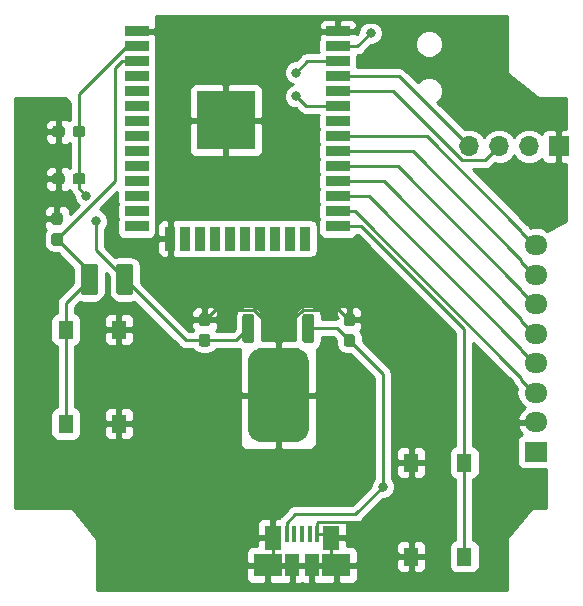
<source format=gtl>
G04 #@! TF.GenerationSoftware,KiCad,Pcbnew,(5.0.0)*
G04 #@! TF.CreationDate,2019-09-16T11:16:57+09:00*
G04 #@! TF.ProjectId,ESP32,45535033322E6B696361645F70636200,rev?*
G04 #@! TF.SameCoordinates,Original*
G04 #@! TF.FileFunction,Copper,L1,Top,Signal*
G04 #@! TF.FilePolarity,Positive*
%FSLAX46Y46*%
G04 Gerber Fmt 4.6, Leading zero omitted, Abs format (unit mm)*
G04 Created by KiCad (PCBNEW (5.0.0)) date 09/16/19 11:16:57*
%MOMM*%
%LPD*%
G01*
G04 APERTURE LIST*
G04 #@! TA.AperFunction,ComponentPad*
%ADD10R,1.950000X1.700000*%
G04 #@! TD*
G04 #@! TA.AperFunction,ComponentPad*
%ADD11O,1.950000X1.700000*%
G04 #@! TD*
G04 #@! TA.AperFunction,SMDPad,CuDef*
%ADD12R,5.000000X5.000000*%
G04 #@! TD*
G04 #@! TA.AperFunction,SMDPad,CuDef*
%ADD13R,2.000000X0.900000*%
G04 #@! TD*
G04 #@! TA.AperFunction,SMDPad,CuDef*
%ADD14R,0.900000X2.000000*%
G04 #@! TD*
G04 #@! TA.AperFunction,Conductor*
%ADD15C,0.100000*%
G04 #@! TD*
G04 #@! TA.AperFunction,SMDPad,CuDef*
%ADD16C,0.950000*%
G04 #@! TD*
G04 #@! TA.AperFunction,SMDPad,CuDef*
%ADD17R,0.450000X1.380000*%
G04 #@! TD*
G04 #@! TA.AperFunction,SMDPad,CuDef*
%ADD18R,1.475000X2.100000*%
G04 #@! TD*
G04 #@! TA.AperFunction,SMDPad,CuDef*
%ADD19R,2.375000X1.900000*%
G04 #@! TD*
G04 #@! TA.AperFunction,SMDPad,CuDef*
%ADD20R,1.175000X1.900000*%
G04 #@! TD*
G04 #@! TA.AperFunction,ComponentPad*
%ADD21R,1.700000X1.700000*%
G04 #@! TD*
G04 #@! TA.AperFunction,ComponentPad*
%ADD22O,1.700000X1.700000*%
G04 #@! TD*
G04 #@! TA.AperFunction,SMDPad,CuDef*
%ADD23C,1.425000*%
G04 #@! TD*
G04 #@! TA.AperFunction,SMDPad,CuDef*
%ADD24R,1.300000X1.550000*%
G04 #@! TD*
G04 #@! TA.AperFunction,SMDPad,CuDef*
%ADD25C,1.000000*%
G04 #@! TD*
G04 #@! TA.AperFunction,SMDPad,CuDef*
%ADD26C,5.200000*%
G04 #@! TD*
G04 #@! TA.AperFunction,ViaPad*
%ADD27C,0.800000*%
G04 #@! TD*
G04 #@! TA.AperFunction,Conductor*
%ADD28C,0.250000*%
G04 #@! TD*
G04 #@! TA.AperFunction,Conductor*
%ADD29C,0.254000*%
G04 #@! TD*
G04 APERTURE END LIST*
D10*
G04 #@! TO.P,J2,1*
G04 #@! TO.N,Net-(C4-Pad1)*
X142800000Y-119600000D03*
D11*
G04 #@! TO.P,J2,2*
G04 #@! TO.N,Net-(C1-Pad1)*
X142800000Y-117100000D03*
G04 #@! TO.P,J2,3*
G04 #@! TO.N,Net-(J2-Pad3)*
X142800000Y-114600000D03*
G04 #@! TO.P,J2,4*
G04 #@! TO.N,Net-(J2-Pad4)*
X142800000Y-112100000D03*
G04 #@! TO.P,J2,5*
G04 #@! TO.N,Net-(J2-Pad5)*
X142800000Y-109600000D03*
G04 #@! TO.P,J2,6*
G04 #@! TO.N,Net-(J2-Pad6)*
X142800000Y-107100000D03*
G04 #@! TO.P,J2,7*
G04 #@! TO.N,Net-(J2-Pad7)*
X142800000Y-104600000D03*
G04 #@! TO.P,J2,8*
G04 #@! TO.N,Net-(J2-Pad8)*
X142800000Y-102100000D03*
G04 #@! TD*
D12*
G04 #@! TO.P,U1,39*
G04 #@! TO.N,Net-(C1-Pad1)*
X116550000Y-91550000D03*
D13*
G04 #@! TO.P,U1,38*
X126045000Y-84020000D03*
G04 #@! TO.P,U1,37*
G04 #@! TO.N,Net-(SW3-Pad4)*
X126045000Y-85290000D03*
G04 #@! TO.P,U1,36*
G04 #@! TO.N,Net-(SW3-Pad1)*
X126045000Y-86560000D03*
G04 #@! TO.P,U1,35*
G04 #@! TO.N,Net-(J3-Pad4)*
X126045000Y-87830000D03*
G04 #@! TO.P,U1,34*
G04 #@! TO.N,Net-(J3-Pad3)*
X126045000Y-89100000D03*
G04 #@! TO.P,U1,33*
G04 #@! TO.N,Net-(SW3-Pad2)*
X126045000Y-90370000D03*
G04 #@! TO.P,U1,32*
G04 #@! TO.N,Net-(U1-Pad32)*
X126045000Y-91640000D03*
G04 #@! TO.P,U1,31*
G04 #@! TO.N,Net-(J2-Pad8)*
X126045000Y-92910000D03*
G04 #@! TO.P,U1,30*
G04 #@! TO.N,Net-(J2-Pad7)*
X126045000Y-94180000D03*
G04 #@! TO.P,U1,29*
G04 #@! TO.N,Net-(J2-Pad6)*
X126045000Y-95450000D03*
G04 #@! TO.P,U1,28*
G04 #@! TO.N,Net-(J2-Pad5)*
X126045000Y-96720000D03*
G04 #@! TO.P,U1,27*
G04 #@! TO.N,Net-(J2-Pad4)*
X126045000Y-97990000D03*
G04 #@! TO.P,U1,26*
G04 #@! TO.N,Net-(J2-Pad3)*
X126045000Y-99260000D03*
G04 #@! TO.P,U1,25*
G04 #@! TO.N,Net-(SW2-Pad1)*
X126045000Y-100530000D03*
D14*
G04 #@! TO.P,U1,24*
G04 #@! TO.N,Net-(U1-Pad24)*
X123265000Y-101550000D03*
G04 #@! TO.P,U1,23*
G04 #@! TO.N,Net-(U1-Pad23)*
X121995000Y-101550000D03*
G04 #@! TO.P,U1,22*
G04 #@! TO.N,Net-(U1-Pad22)*
X120725000Y-101550000D03*
G04 #@! TO.P,U1,21*
G04 #@! TO.N,Net-(U1-Pad21)*
X119445000Y-101550000D03*
G04 #@! TO.P,U1,20*
G04 #@! TO.N,Net-(U1-Pad20)*
X118185000Y-101550000D03*
G04 #@! TO.P,U1,19*
G04 #@! TO.N,Net-(U1-Pad19)*
X116915000Y-101550000D03*
G04 #@! TO.P,U1,18*
G04 #@! TO.N,Net-(U1-Pad18)*
X115645000Y-101550000D03*
G04 #@! TO.P,U1,17*
G04 #@! TO.N,Net-(U1-Pad17)*
X114375000Y-101550000D03*
G04 #@! TO.P,U1,16*
G04 #@! TO.N,Net-(U1-Pad16)*
X113105000Y-101550000D03*
G04 #@! TO.P,U1,15*
G04 #@! TO.N,Net-(C1-Pad1)*
X111845000Y-101550000D03*
D13*
G04 #@! TO.P,U1,14*
G04 #@! TO.N,Net-(U1-Pad14)*
X108995000Y-100530000D03*
G04 #@! TO.P,U1,13*
G04 #@! TO.N,Net-(U1-Pad13)*
X108995000Y-99260000D03*
G04 #@! TO.P,U1,12*
G04 #@! TO.N,Net-(U1-Pad12)*
X108995000Y-97990000D03*
G04 #@! TO.P,U1,11*
G04 #@! TO.N,Net-(U1-Pad11)*
X108995000Y-96720000D03*
G04 #@! TO.P,U1,10*
G04 #@! TO.N,Net-(U1-Pad10)*
X108995000Y-95450000D03*
G04 #@! TO.P,U1,9*
G04 #@! TO.N,Net-(U1-Pad9)*
X108995000Y-94180000D03*
G04 #@! TO.P,U1,8*
G04 #@! TO.N,Net-(U1-Pad8)*
X108995000Y-92910000D03*
G04 #@! TO.P,U1,7*
G04 #@! TO.N,Net-(U1-Pad7)*
X108995000Y-91640000D03*
G04 #@! TO.P,U1,6*
G04 #@! TO.N,Net-(U1-Pad6)*
X108995000Y-90370000D03*
G04 #@! TO.P,U1,5*
G04 #@! TO.N,Net-(U1-Pad5)*
X108995000Y-89100000D03*
G04 #@! TO.P,U1,4*
G04 #@! TO.N,Net-(U1-Pad4)*
X108995000Y-87830000D03*
G04 #@! TO.P,U1,3*
G04 #@! TO.N,Net-(C2-Pad1)*
X108995000Y-86560000D03*
G04 #@! TO.P,U1,2*
G04 #@! TO.N,Net-(C1-Pad2)*
X108995000Y-85290000D03*
G04 #@! TO.P,U1,1*
G04 #@! TO.N,Net-(C1-Pad1)*
X108995000Y-84020000D03*
G04 #@! TD*
D15*
G04 #@! TO.N,Net-(C1-Pad1)*
G04 #@! TO.C,C1*
G36*
X102685779Y-92026144D02*
X102708834Y-92029563D01*
X102731443Y-92035227D01*
X102753387Y-92043079D01*
X102774457Y-92053044D01*
X102794448Y-92065026D01*
X102813168Y-92078910D01*
X102830438Y-92094562D01*
X102846090Y-92111832D01*
X102859974Y-92130552D01*
X102871956Y-92150543D01*
X102881921Y-92171613D01*
X102889773Y-92193557D01*
X102895437Y-92216166D01*
X102898856Y-92239221D01*
X102900000Y-92262500D01*
X102900000Y-92737500D01*
X102898856Y-92760779D01*
X102895437Y-92783834D01*
X102889773Y-92806443D01*
X102881921Y-92828387D01*
X102871956Y-92849457D01*
X102859974Y-92869448D01*
X102846090Y-92888168D01*
X102830438Y-92905438D01*
X102813168Y-92921090D01*
X102794448Y-92934974D01*
X102774457Y-92946956D01*
X102753387Y-92956921D01*
X102731443Y-92964773D01*
X102708834Y-92970437D01*
X102685779Y-92973856D01*
X102662500Y-92975000D01*
X102087500Y-92975000D01*
X102064221Y-92973856D01*
X102041166Y-92970437D01*
X102018557Y-92964773D01*
X101996613Y-92956921D01*
X101975543Y-92946956D01*
X101955552Y-92934974D01*
X101936832Y-92921090D01*
X101919562Y-92905438D01*
X101903910Y-92888168D01*
X101890026Y-92869448D01*
X101878044Y-92849457D01*
X101868079Y-92828387D01*
X101860227Y-92806443D01*
X101854563Y-92783834D01*
X101851144Y-92760779D01*
X101850000Y-92737500D01*
X101850000Y-92262500D01*
X101851144Y-92239221D01*
X101854563Y-92216166D01*
X101860227Y-92193557D01*
X101868079Y-92171613D01*
X101878044Y-92150543D01*
X101890026Y-92130552D01*
X101903910Y-92111832D01*
X101919562Y-92094562D01*
X101936832Y-92078910D01*
X101955552Y-92065026D01*
X101975543Y-92053044D01*
X101996613Y-92043079D01*
X102018557Y-92035227D01*
X102041166Y-92029563D01*
X102064221Y-92026144D01*
X102087500Y-92025000D01*
X102662500Y-92025000D01*
X102685779Y-92026144D01*
X102685779Y-92026144D01*
G37*
D16*
G04 #@! TD*
G04 #@! TO.P,C1,1*
G04 #@! TO.N,Net-(C1-Pad1)*
X102375000Y-92500000D03*
D15*
G04 #@! TO.N,Net-(C1-Pad2)*
G04 #@! TO.C,C1*
G36*
X104435779Y-92026144D02*
X104458834Y-92029563D01*
X104481443Y-92035227D01*
X104503387Y-92043079D01*
X104524457Y-92053044D01*
X104544448Y-92065026D01*
X104563168Y-92078910D01*
X104580438Y-92094562D01*
X104596090Y-92111832D01*
X104609974Y-92130552D01*
X104621956Y-92150543D01*
X104631921Y-92171613D01*
X104639773Y-92193557D01*
X104645437Y-92216166D01*
X104648856Y-92239221D01*
X104650000Y-92262500D01*
X104650000Y-92737500D01*
X104648856Y-92760779D01*
X104645437Y-92783834D01*
X104639773Y-92806443D01*
X104631921Y-92828387D01*
X104621956Y-92849457D01*
X104609974Y-92869448D01*
X104596090Y-92888168D01*
X104580438Y-92905438D01*
X104563168Y-92921090D01*
X104544448Y-92934974D01*
X104524457Y-92946956D01*
X104503387Y-92956921D01*
X104481443Y-92964773D01*
X104458834Y-92970437D01*
X104435779Y-92973856D01*
X104412500Y-92975000D01*
X103837500Y-92975000D01*
X103814221Y-92973856D01*
X103791166Y-92970437D01*
X103768557Y-92964773D01*
X103746613Y-92956921D01*
X103725543Y-92946956D01*
X103705552Y-92934974D01*
X103686832Y-92921090D01*
X103669562Y-92905438D01*
X103653910Y-92888168D01*
X103640026Y-92869448D01*
X103628044Y-92849457D01*
X103618079Y-92828387D01*
X103610227Y-92806443D01*
X103604563Y-92783834D01*
X103601144Y-92760779D01*
X103600000Y-92737500D01*
X103600000Y-92262500D01*
X103601144Y-92239221D01*
X103604563Y-92216166D01*
X103610227Y-92193557D01*
X103618079Y-92171613D01*
X103628044Y-92150543D01*
X103640026Y-92130552D01*
X103653910Y-92111832D01*
X103669562Y-92094562D01*
X103686832Y-92078910D01*
X103705552Y-92065026D01*
X103725543Y-92053044D01*
X103746613Y-92043079D01*
X103768557Y-92035227D01*
X103791166Y-92029563D01*
X103814221Y-92026144D01*
X103837500Y-92025000D01*
X104412500Y-92025000D01*
X104435779Y-92026144D01*
X104435779Y-92026144D01*
G37*
D16*
G04 #@! TD*
G04 #@! TO.P,C1,2*
G04 #@! TO.N,Net-(C1-Pad2)*
X104125000Y-92500000D03*
D15*
G04 #@! TO.N,Net-(C1-Pad1)*
G04 #@! TO.C,C2*
G36*
X102510779Y-99351144D02*
X102533834Y-99354563D01*
X102556443Y-99360227D01*
X102578387Y-99368079D01*
X102599457Y-99378044D01*
X102619448Y-99390026D01*
X102638168Y-99403910D01*
X102655438Y-99419562D01*
X102671090Y-99436832D01*
X102684974Y-99455552D01*
X102696956Y-99475543D01*
X102706921Y-99496613D01*
X102714773Y-99518557D01*
X102720437Y-99541166D01*
X102723856Y-99564221D01*
X102725000Y-99587500D01*
X102725000Y-100162500D01*
X102723856Y-100185779D01*
X102720437Y-100208834D01*
X102714773Y-100231443D01*
X102706921Y-100253387D01*
X102696956Y-100274457D01*
X102684974Y-100294448D01*
X102671090Y-100313168D01*
X102655438Y-100330438D01*
X102638168Y-100346090D01*
X102619448Y-100359974D01*
X102599457Y-100371956D01*
X102578387Y-100381921D01*
X102556443Y-100389773D01*
X102533834Y-100395437D01*
X102510779Y-100398856D01*
X102487500Y-100400000D01*
X102012500Y-100400000D01*
X101989221Y-100398856D01*
X101966166Y-100395437D01*
X101943557Y-100389773D01*
X101921613Y-100381921D01*
X101900543Y-100371956D01*
X101880552Y-100359974D01*
X101861832Y-100346090D01*
X101844562Y-100330438D01*
X101828910Y-100313168D01*
X101815026Y-100294448D01*
X101803044Y-100274457D01*
X101793079Y-100253387D01*
X101785227Y-100231443D01*
X101779563Y-100208834D01*
X101776144Y-100185779D01*
X101775000Y-100162500D01*
X101775000Y-99587500D01*
X101776144Y-99564221D01*
X101779563Y-99541166D01*
X101785227Y-99518557D01*
X101793079Y-99496613D01*
X101803044Y-99475543D01*
X101815026Y-99455552D01*
X101828910Y-99436832D01*
X101844562Y-99419562D01*
X101861832Y-99403910D01*
X101880552Y-99390026D01*
X101900543Y-99378044D01*
X101921613Y-99368079D01*
X101943557Y-99360227D01*
X101966166Y-99354563D01*
X101989221Y-99351144D01*
X102012500Y-99350000D01*
X102487500Y-99350000D01*
X102510779Y-99351144D01*
X102510779Y-99351144D01*
G37*
D16*
G04 #@! TD*
G04 #@! TO.P,C2,2*
G04 #@! TO.N,Net-(C1-Pad1)*
X102250000Y-99875000D03*
D15*
G04 #@! TO.N,Net-(C2-Pad1)*
G04 #@! TO.C,C2*
G36*
X102510779Y-101101144D02*
X102533834Y-101104563D01*
X102556443Y-101110227D01*
X102578387Y-101118079D01*
X102599457Y-101128044D01*
X102619448Y-101140026D01*
X102638168Y-101153910D01*
X102655438Y-101169562D01*
X102671090Y-101186832D01*
X102684974Y-101205552D01*
X102696956Y-101225543D01*
X102706921Y-101246613D01*
X102714773Y-101268557D01*
X102720437Y-101291166D01*
X102723856Y-101314221D01*
X102725000Y-101337500D01*
X102725000Y-101912500D01*
X102723856Y-101935779D01*
X102720437Y-101958834D01*
X102714773Y-101981443D01*
X102706921Y-102003387D01*
X102696956Y-102024457D01*
X102684974Y-102044448D01*
X102671090Y-102063168D01*
X102655438Y-102080438D01*
X102638168Y-102096090D01*
X102619448Y-102109974D01*
X102599457Y-102121956D01*
X102578387Y-102131921D01*
X102556443Y-102139773D01*
X102533834Y-102145437D01*
X102510779Y-102148856D01*
X102487500Y-102150000D01*
X102012500Y-102150000D01*
X101989221Y-102148856D01*
X101966166Y-102145437D01*
X101943557Y-102139773D01*
X101921613Y-102131921D01*
X101900543Y-102121956D01*
X101880552Y-102109974D01*
X101861832Y-102096090D01*
X101844562Y-102080438D01*
X101828910Y-102063168D01*
X101815026Y-102044448D01*
X101803044Y-102024457D01*
X101793079Y-102003387D01*
X101785227Y-101981443D01*
X101779563Y-101958834D01*
X101776144Y-101935779D01*
X101775000Y-101912500D01*
X101775000Y-101337500D01*
X101776144Y-101314221D01*
X101779563Y-101291166D01*
X101785227Y-101268557D01*
X101793079Y-101246613D01*
X101803044Y-101225543D01*
X101815026Y-101205552D01*
X101828910Y-101186832D01*
X101844562Y-101169562D01*
X101861832Y-101153910D01*
X101880552Y-101140026D01*
X101900543Y-101128044D01*
X101921613Y-101118079D01*
X101943557Y-101110227D01*
X101966166Y-101104563D01*
X101989221Y-101101144D01*
X102012500Y-101100000D01*
X102487500Y-101100000D01*
X102510779Y-101101144D01*
X102510779Y-101101144D01*
G37*
D16*
G04 #@! TD*
G04 #@! TO.P,C2,1*
G04 #@! TO.N,Net-(C2-Pad1)*
X102250000Y-101625000D03*
D15*
G04 #@! TO.N,Net-(C1-Pad2)*
G04 #@! TO.C,C3*
G36*
X104435779Y-96026144D02*
X104458834Y-96029563D01*
X104481443Y-96035227D01*
X104503387Y-96043079D01*
X104524457Y-96053044D01*
X104544448Y-96065026D01*
X104563168Y-96078910D01*
X104580438Y-96094562D01*
X104596090Y-96111832D01*
X104609974Y-96130552D01*
X104621956Y-96150543D01*
X104631921Y-96171613D01*
X104639773Y-96193557D01*
X104645437Y-96216166D01*
X104648856Y-96239221D01*
X104650000Y-96262500D01*
X104650000Y-96737500D01*
X104648856Y-96760779D01*
X104645437Y-96783834D01*
X104639773Y-96806443D01*
X104631921Y-96828387D01*
X104621956Y-96849457D01*
X104609974Y-96869448D01*
X104596090Y-96888168D01*
X104580438Y-96905438D01*
X104563168Y-96921090D01*
X104544448Y-96934974D01*
X104524457Y-96946956D01*
X104503387Y-96956921D01*
X104481443Y-96964773D01*
X104458834Y-96970437D01*
X104435779Y-96973856D01*
X104412500Y-96975000D01*
X103837500Y-96975000D01*
X103814221Y-96973856D01*
X103791166Y-96970437D01*
X103768557Y-96964773D01*
X103746613Y-96956921D01*
X103725543Y-96946956D01*
X103705552Y-96934974D01*
X103686832Y-96921090D01*
X103669562Y-96905438D01*
X103653910Y-96888168D01*
X103640026Y-96869448D01*
X103628044Y-96849457D01*
X103618079Y-96828387D01*
X103610227Y-96806443D01*
X103604563Y-96783834D01*
X103601144Y-96760779D01*
X103600000Y-96737500D01*
X103600000Y-96262500D01*
X103601144Y-96239221D01*
X103604563Y-96216166D01*
X103610227Y-96193557D01*
X103618079Y-96171613D01*
X103628044Y-96150543D01*
X103640026Y-96130552D01*
X103653910Y-96111832D01*
X103669562Y-96094562D01*
X103686832Y-96078910D01*
X103705552Y-96065026D01*
X103725543Y-96053044D01*
X103746613Y-96043079D01*
X103768557Y-96035227D01*
X103791166Y-96029563D01*
X103814221Y-96026144D01*
X103837500Y-96025000D01*
X104412500Y-96025000D01*
X104435779Y-96026144D01*
X104435779Y-96026144D01*
G37*
D16*
G04 #@! TD*
G04 #@! TO.P,C3,1*
G04 #@! TO.N,Net-(C1-Pad2)*
X104125000Y-96500000D03*
D15*
G04 #@! TO.N,Net-(C1-Pad1)*
G04 #@! TO.C,C3*
G36*
X102685779Y-96026144D02*
X102708834Y-96029563D01*
X102731443Y-96035227D01*
X102753387Y-96043079D01*
X102774457Y-96053044D01*
X102794448Y-96065026D01*
X102813168Y-96078910D01*
X102830438Y-96094562D01*
X102846090Y-96111832D01*
X102859974Y-96130552D01*
X102871956Y-96150543D01*
X102881921Y-96171613D01*
X102889773Y-96193557D01*
X102895437Y-96216166D01*
X102898856Y-96239221D01*
X102900000Y-96262500D01*
X102900000Y-96737500D01*
X102898856Y-96760779D01*
X102895437Y-96783834D01*
X102889773Y-96806443D01*
X102881921Y-96828387D01*
X102871956Y-96849457D01*
X102859974Y-96869448D01*
X102846090Y-96888168D01*
X102830438Y-96905438D01*
X102813168Y-96921090D01*
X102794448Y-96934974D01*
X102774457Y-96946956D01*
X102753387Y-96956921D01*
X102731443Y-96964773D01*
X102708834Y-96970437D01*
X102685779Y-96973856D01*
X102662500Y-96975000D01*
X102087500Y-96975000D01*
X102064221Y-96973856D01*
X102041166Y-96970437D01*
X102018557Y-96964773D01*
X101996613Y-96956921D01*
X101975543Y-96946956D01*
X101955552Y-96934974D01*
X101936832Y-96921090D01*
X101919562Y-96905438D01*
X101903910Y-96888168D01*
X101890026Y-96869448D01*
X101878044Y-96849457D01*
X101868079Y-96828387D01*
X101860227Y-96806443D01*
X101854563Y-96783834D01*
X101851144Y-96760779D01*
X101850000Y-96737500D01*
X101850000Y-96262500D01*
X101851144Y-96239221D01*
X101854563Y-96216166D01*
X101860227Y-96193557D01*
X101868079Y-96171613D01*
X101878044Y-96150543D01*
X101890026Y-96130552D01*
X101903910Y-96111832D01*
X101919562Y-96094562D01*
X101936832Y-96078910D01*
X101955552Y-96065026D01*
X101975543Y-96053044D01*
X101996613Y-96043079D01*
X102018557Y-96035227D01*
X102041166Y-96029563D01*
X102064221Y-96026144D01*
X102087500Y-96025000D01*
X102662500Y-96025000D01*
X102685779Y-96026144D01*
X102685779Y-96026144D01*
G37*
D16*
G04 #@! TD*
G04 #@! TO.P,C3,2*
G04 #@! TO.N,Net-(C1-Pad1)*
X102375000Y-96500000D03*
D15*
G04 #@! TO.N,Net-(C1-Pad1)*
G04 #@! TO.C,C4*
G36*
X127263386Y-107899691D02*
X127286441Y-107903110D01*
X127309050Y-107908774D01*
X127330994Y-107916626D01*
X127352064Y-107926591D01*
X127372055Y-107938573D01*
X127390775Y-107952457D01*
X127408045Y-107968109D01*
X127423697Y-107985379D01*
X127437581Y-108004099D01*
X127449563Y-108024090D01*
X127459528Y-108045160D01*
X127467380Y-108067104D01*
X127473044Y-108089713D01*
X127476463Y-108112768D01*
X127477607Y-108136047D01*
X127477607Y-108711047D01*
X127476463Y-108734326D01*
X127473044Y-108757381D01*
X127467380Y-108779990D01*
X127459528Y-108801934D01*
X127449563Y-108823004D01*
X127437581Y-108842995D01*
X127423697Y-108861715D01*
X127408045Y-108878985D01*
X127390775Y-108894637D01*
X127372055Y-108908521D01*
X127352064Y-108920503D01*
X127330994Y-108930468D01*
X127309050Y-108938320D01*
X127286441Y-108943984D01*
X127263386Y-108947403D01*
X127240107Y-108948547D01*
X126765107Y-108948547D01*
X126741828Y-108947403D01*
X126718773Y-108943984D01*
X126696164Y-108938320D01*
X126674220Y-108930468D01*
X126653150Y-108920503D01*
X126633159Y-108908521D01*
X126614439Y-108894637D01*
X126597169Y-108878985D01*
X126581517Y-108861715D01*
X126567633Y-108842995D01*
X126555651Y-108823004D01*
X126545686Y-108801934D01*
X126537834Y-108779990D01*
X126532170Y-108757381D01*
X126528751Y-108734326D01*
X126527607Y-108711047D01*
X126527607Y-108136047D01*
X126528751Y-108112768D01*
X126532170Y-108089713D01*
X126537834Y-108067104D01*
X126545686Y-108045160D01*
X126555651Y-108024090D01*
X126567633Y-108004099D01*
X126581517Y-107985379D01*
X126597169Y-107968109D01*
X126614439Y-107952457D01*
X126633159Y-107938573D01*
X126653150Y-107926591D01*
X126674220Y-107916626D01*
X126696164Y-107908774D01*
X126718773Y-107903110D01*
X126741828Y-107899691D01*
X126765107Y-107898547D01*
X127240107Y-107898547D01*
X127263386Y-107899691D01*
X127263386Y-107899691D01*
G37*
D16*
G04 #@! TD*
G04 #@! TO.P,C4,2*
G04 #@! TO.N,Net-(C1-Pad1)*
X127002607Y-108423547D03*
D15*
G04 #@! TO.N,Net-(C4-Pad1)*
G04 #@! TO.C,C4*
G36*
X127263386Y-109649691D02*
X127286441Y-109653110D01*
X127309050Y-109658774D01*
X127330994Y-109666626D01*
X127352064Y-109676591D01*
X127372055Y-109688573D01*
X127390775Y-109702457D01*
X127408045Y-109718109D01*
X127423697Y-109735379D01*
X127437581Y-109754099D01*
X127449563Y-109774090D01*
X127459528Y-109795160D01*
X127467380Y-109817104D01*
X127473044Y-109839713D01*
X127476463Y-109862768D01*
X127477607Y-109886047D01*
X127477607Y-110461047D01*
X127476463Y-110484326D01*
X127473044Y-110507381D01*
X127467380Y-110529990D01*
X127459528Y-110551934D01*
X127449563Y-110573004D01*
X127437581Y-110592995D01*
X127423697Y-110611715D01*
X127408045Y-110628985D01*
X127390775Y-110644637D01*
X127372055Y-110658521D01*
X127352064Y-110670503D01*
X127330994Y-110680468D01*
X127309050Y-110688320D01*
X127286441Y-110693984D01*
X127263386Y-110697403D01*
X127240107Y-110698547D01*
X126765107Y-110698547D01*
X126741828Y-110697403D01*
X126718773Y-110693984D01*
X126696164Y-110688320D01*
X126674220Y-110680468D01*
X126653150Y-110670503D01*
X126633159Y-110658521D01*
X126614439Y-110644637D01*
X126597169Y-110628985D01*
X126581517Y-110611715D01*
X126567633Y-110592995D01*
X126555651Y-110573004D01*
X126545686Y-110551934D01*
X126537834Y-110529990D01*
X126532170Y-110507381D01*
X126528751Y-110484326D01*
X126527607Y-110461047D01*
X126527607Y-109886047D01*
X126528751Y-109862768D01*
X126532170Y-109839713D01*
X126537834Y-109817104D01*
X126545686Y-109795160D01*
X126555651Y-109774090D01*
X126567633Y-109754099D01*
X126581517Y-109735379D01*
X126597169Y-109718109D01*
X126614439Y-109702457D01*
X126633159Y-109688573D01*
X126653150Y-109676591D01*
X126674220Y-109666626D01*
X126696164Y-109658774D01*
X126718773Y-109653110D01*
X126741828Y-109649691D01*
X126765107Y-109648547D01*
X127240107Y-109648547D01*
X127263386Y-109649691D01*
X127263386Y-109649691D01*
G37*
D16*
G04 #@! TD*
G04 #@! TO.P,C4,1*
G04 #@! TO.N,Net-(C4-Pad1)*
X127002607Y-110173547D03*
D15*
G04 #@! TO.N,Net-(C1-Pad2)*
G04 #@! TO.C,C5*
G36*
X115013386Y-109649691D02*
X115036441Y-109653110D01*
X115059050Y-109658774D01*
X115080994Y-109666626D01*
X115102064Y-109676591D01*
X115122055Y-109688573D01*
X115140775Y-109702457D01*
X115158045Y-109718109D01*
X115173697Y-109735379D01*
X115187581Y-109754099D01*
X115199563Y-109774090D01*
X115209528Y-109795160D01*
X115217380Y-109817104D01*
X115223044Y-109839713D01*
X115226463Y-109862768D01*
X115227607Y-109886047D01*
X115227607Y-110461047D01*
X115226463Y-110484326D01*
X115223044Y-110507381D01*
X115217380Y-110529990D01*
X115209528Y-110551934D01*
X115199563Y-110573004D01*
X115187581Y-110592995D01*
X115173697Y-110611715D01*
X115158045Y-110628985D01*
X115140775Y-110644637D01*
X115122055Y-110658521D01*
X115102064Y-110670503D01*
X115080994Y-110680468D01*
X115059050Y-110688320D01*
X115036441Y-110693984D01*
X115013386Y-110697403D01*
X114990107Y-110698547D01*
X114515107Y-110698547D01*
X114491828Y-110697403D01*
X114468773Y-110693984D01*
X114446164Y-110688320D01*
X114424220Y-110680468D01*
X114403150Y-110670503D01*
X114383159Y-110658521D01*
X114364439Y-110644637D01*
X114347169Y-110628985D01*
X114331517Y-110611715D01*
X114317633Y-110592995D01*
X114305651Y-110573004D01*
X114295686Y-110551934D01*
X114287834Y-110529990D01*
X114282170Y-110507381D01*
X114278751Y-110484326D01*
X114277607Y-110461047D01*
X114277607Y-109886047D01*
X114278751Y-109862768D01*
X114282170Y-109839713D01*
X114287834Y-109817104D01*
X114295686Y-109795160D01*
X114305651Y-109774090D01*
X114317633Y-109754099D01*
X114331517Y-109735379D01*
X114347169Y-109718109D01*
X114364439Y-109702457D01*
X114383159Y-109688573D01*
X114403150Y-109676591D01*
X114424220Y-109666626D01*
X114446164Y-109658774D01*
X114468773Y-109653110D01*
X114491828Y-109649691D01*
X114515107Y-109648547D01*
X114990107Y-109648547D01*
X115013386Y-109649691D01*
X115013386Y-109649691D01*
G37*
D16*
G04 #@! TD*
G04 #@! TO.P,C5,1*
G04 #@! TO.N,Net-(C1-Pad2)*
X114752607Y-110173547D03*
D15*
G04 #@! TO.N,Net-(C1-Pad1)*
G04 #@! TO.C,C5*
G36*
X115013386Y-107899691D02*
X115036441Y-107903110D01*
X115059050Y-107908774D01*
X115080994Y-107916626D01*
X115102064Y-107926591D01*
X115122055Y-107938573D01*
X115140775Y-107952457D01*
X115158045Y-107968109D01*
X115173697Y-107985379D01*
X115187581Y-108004099D01*
X115199563Y-108024090D01*
X115209528Y-108045160D01*
X115217380Y-108067104D01*
X115223044Y-108089713D01*
X115226463Y-108112768D01*
X115227607Y-108136047D01*
X115227607Y-108711047D01*
X115226463Y-108734326D01*
X115223044Y-108757381D01*
X115217380Y-108779990D01*
X115209528Y-108801934D01*
X115199563Y-108823004D01*
X115187581Y-108842995D01*
X115173697Y-108861715D01*
X115158045Y-108878985D01*
X115140775Y-108894637D01*
X115122055Y-108908521D01*
X115102064Y-108920503D01*
X115080994Y-108930468D01*
X115059050Y-108938320D01*
X115036441Y-108943984D01*
X115013386Y-108947403D01*
X114990107Y-108948547D01*
X114515107Y-108948547D01*
X114491828Y-108947403D01*
X114468773Y-108943984D01*
X114446164Y-108938320D01*
X114424220Y-108930468D01*
X114403150Y-108920503D01*
X114383159Y-108908521D01*
X114364439Y-108894637D01*
X114347169Y-108878985D01*
X114331517Y-108861715D01*
X114317633Y-108842995D01*
X114305651Y-108823004D01*
X114295686Y-108801934D01*
X114287834Y-108779990D01*
X114282170Y-108757381D01*
X114278751Y-108734326D01*
X114277607Y-108711047D01*
X114277607Y-108136047D01*
X114278751Y-108112768D01*
X114282170Y-108089713D01*
X114287834Y-108067104D01*
X114295686Y-108045160D01*
X114305651Y-108024090D01*
X114317633Y-108004099D01*
X114331517Y-107985379D01*
X114347169Y-107968109D01*
X114364439Y-107952457D01*
X114383159Y-107938573D01*
X114403150Y-107926591D01*
X114424220Y-107916626D01*
X114446164Y-107908774D01*
X114468773Y-107903110D01*
X114491828Y-107899691D01*
X114515107Y-107898547D01*
X114990107Y-107898547D01*
X115013386Y-107899691D01*
X115013386Y-107899691D01*
G37*
D16*
G04 #@! TD*
G04 #@! TO.P,C5,2*
G04 #@! TO.N,Net-(C1-Pad1)*
X114752607Y-108423547D03*
D17*
G04 #@! TO.P,J1,1*
G04 #@! TO.N,Net-(C4-Pad1)*
X121700000Y-126540000D03*
G04 #@! TO.P,J1,2*
G04 #@! TO.N,Net-(J1-Pad2)*
X122350000Y-126540000D03*
G04 #@! TO.P,J1,3*
G04 #@! TO.N,Net-(J1-Pad3)*
X123000000Y-126540000D03*
G04 #@! TO.P,J1,4*
G04 #@! TO.N,Net-(J1-Pad4)*
X123650000Y-126540000D03*
G04 #@! TO.P,J1,5*
G04 #@! TO.N,Net-(C1-Pad1)*
X124300000Y-126540000D03*
D18*
G04 #@! TO.P,J1,6*
X120537500Y-126900000D03*
X125462500Y-126900000D03*
D19*
X120090000Y-129200000D03*
X125910000Y-129200000D03*
D20*
X122160000Y-129200000D03*
X123840000Y-129200000D03*
G04 #@! TD*
D21*
G04 #@! TO.P,J3,1*
G04 #@! TO.N,Net-(C1-Pad1)*
X144750000Y-93750000D03*
D22*
G04 #@! TO.P,J3,2*
G04 #@! TO.N,Net-(C4-Pad1)*
X142210000Y-93750000D03*
G04 #@! TO.P,J3,3*
G04 #@! TO.N,Net-(J3-Pad3)*
X139670000Y-93750000D03*
G04 #@! TO.P,J3,4*
G04 #@! TO.N,Net-(J3-Pad4)*
X137130000Y-93750000D03*
G04 #@! TD*
D15*
G04 #@! TO.N,Net-(C2-Pad1)*
G04 #@! TO.C,R1*
G36*
X105499504Y-103676204D02*
X105523773Y-103679804D01*
X105547571Y-103685765D01*
X105570671Y-103694030D01*
X105592849Y-103704520D01*
X105613893Y-103717133D01*
X105633598Y-103731747D01*
X105651777Y-103748223D01*
X105668253Y-103766402D01*
X105682867Y-103786107D01*
X105695480Y-103807151D01*
X105705970Y-103829329D01*
X105714235Y-103852429D01*
X105720196Y-103876227D01*
X105723796Y-103900496D01*
X105725000Y-103925000D01*
X105725000Y-106075000D01*
X105723796Y-106099504D01*
X105720196Y-106123773D01*
X105714235Y-106147571D01*
X105705970Y-106170671D01*
X105695480Y-106192849D01*
X105682867Y-106213893D01*
X105668253Y-106233598D01*
X105651777Y-106251777D01*
X105633598Y-106268253D01*
X105613893Y-106282867D01*
X105592849Y-106295480D01*
X105570671Y-106305970D01*
X105547571Y-106314235D01*
X105523773Y-106320196D01*
X105499504Y-106323796D01*
X105475000Y-106325000D01*
X104550000Y-106325000D01*
X104525496Y-106323796D01*
X104501227Y-106320196D01*
X104477429Y-106314235D01*
X104454329Y-106305970D01*
X104432151Y-106295480D01*
X104411107Y-106282867D01*
X104391402Y-106268253D01*
X104373223Y-106251777D01*
X104356747Y-106233598D01*
X104342133Y-106213893D01*
X104329520Y-106192849D01*
X104319030Y-106170671D01*
X104310765Y-106147571D01*
X104304804Y-106123773D01*
X104301204Y-106099504D01*
X104300000Y-106075000D01*
X104300000Y-103925000D01*
X104301204Y-103900496D01*
X104304804Y-103876227D01*
X104310765Y-103852429D01*
X104319030Y-103829329D01*
X104329520Y-103807151D01*
X104342133Y-103786107D01*
X104356747Y-103766402D01*
X104373223Y-103748223D01*
X104391402Y-103731747D01*
X104411107Y-103717133D01*
X104432151Y-103704520D01*
X104454329Y-103694030D01*
X104477429Y-103685765D01*
X104501227Y-103679804D01*
X104525496Y-103676204D01*
X104550000Y-103675000D01*
X105475000Y-103675000D01*
X105499504Y-103676204D01*
X105499504Y-103676204D01*
G37*
D23*
G04 #@! TD*
G04 #@! TO.P,R1,1*
G04 #@! TO.N,Net-(C2-Pad1)*
X105012500Y-105000000D03*
D15*
G04 #@! TO.N,Net-(C1-Pad2)*
G04 #@! TO.C,R1*
G36*
X108474504Y-103676204D02*
X108498773Y-103679804D01*
X108522571Y-103685765D01*
X108545671Y-103694030D01*
X108567849Y-103704520D01*
X108588893Y-103717133D01*
X108608598Y-103731747D01*
X108626777Y-103748223D01*
X108643253Y-103766402D01*
X108657867Y-103786107D01*
X108670480Y-103807151D01*
X108680970Y-103829329D01*
X108689235Y-103852429D01*
X108695196Y-103876227D01*
X108698796Y-103900496D01*
X108700000Y-103925000D01*
X108700000Y-106075000D01*
X108698796Y-106099504D01*
X108695196Y-106123773D01*
X108689235Y-106147571D01*
X108680970Y-106170671D01*
X108670480Y-106192849D01*
X108657867Y-106213893D01*
X108643253Y-106233598D01*
X108626777Y-106251777D01*
X108608598Y-106268253D01*
X108588893Y-106282867D01*
X108567849Y-106295480D01*
X108545671Y-106305970D01*
X108522571Y-106314235D01*
X108498773Y-106320196D01*
X108474504Y-106323796D01*
X108450000Y-106325000D01*
X107525000Y-106325000D01*
X107500496Y-106323796D01*
X107476227Y-106320196D01*
X107452429Y-106314235D01*
X107429329Y-106305970D01*
X107407151Y-106295480D01*
X107386107Y-106282867D01*
X107366402Y-106268253D01*
X107348223Y-106251777D01*
X107331747Y-106233598D01*
X107317133Y-106213893D01*
X107304520Y-106192849D01*
X107294030Y-106170671D01*
X107285765Y-106147571D01*
X107279804Y-106123773D01*
X107276204Y-106099504D01*
X107275000Y-106075000D01*
X107275000Y-103925000D01*
X107276204Y-103900496D01*
X107279804Y-103876227D01*
X107285765Y-103852429D01*
X107294030Y-103829329D01*
X107304520Y-103807151D01*
X107317133Y-103786107D01*
X107331747Y-103766402D01*
X107348223Y-103748223D01*
X107366402Y-103731747D01*
X107386107Y-103717133D01*
X107407151Y-103704520D01*
X107429329Y-103694030D01*
X107452429Y-103685765D01*
X107476227Y-103679804D01*
X107500496Y-103676204D01*
X107525000Y-103675000D01*
X108450000Y-103675000D01*
X108474504Y-103676204D01*
X108474504Y-103676204D01*
G37*
D23*
G04 #@! TD*
G04 #@! TO.P,R1,2*
G04 #@! TO.N,Net-(C1-Pad2)*
X107987500Y-105000000D03*
D24*
G04 #@! TO.P,SW1,2*
G04 #@! TO.N,Net-(C2-Pad1)*
X103000000Y-109270000D03*
G04 #@! TO.P,SW1,1*
G04 #@! TO.N,Net-(C1-Pad1)*
X107500000Y-109270000D03*
X107500000Y-117230000D03*
G04 #@! TO.P,SW1,2*
G04 #@! TO.N,Net-(C2-Pad1)*
X103000000Y-117230000D03*
G04 #@! TD*
G04 #@! TO.P,SW2,2*
G04 #@! TO.N,Net-(C1-Pad1)*
X132250000Y-128480000D03*
G04 #@! TO.P,SW2,1*
G04 #@! TO.N,Net-(SW2-Pad1)*
X136750000Y-128480000D03*
X136750000Y-120520000D03*
G04 #@! TO.P,SW2,2*
G04 #@! TO.N,Net-(C1-Pad1)*
X132250000Y-120520000D03*
G04 #@! TD*
D15*
G04 #@! TO.N,Net-(C4-Pad1)*
G04 #@! TO.C,U2*
G36*
X123817111Y-107902251D02*
X123841380Y-107905851D01*
X123865178Y-107911812D01*
X123888278Y-107920077D01*
X123910456Y-107930567D01*
X123931500Y-107943180D01*
X123951205Y-107957794D01*
X123969384Y-107974270D01*
X123985860Y-107992449D01*
X124000474Y-108012154D01*
X124013087Y-108033198D01*
X124023577Y-108055376D01*
X124031842Y-108078476D01*
X124037803Y-108102274D01*
X124041403Y-108126543D01*
X124042607Y-108151047D01*
X124042607Y-110151047D01*
X124041403Y-110175551D01*
X124037803Y-110199820D01*
X124031842Y-110223618D01*
X124023577Y-110246718D01*
X124013087Y-110268896D01*
X124000474Y-110289940D01*
X123985860Y-110309645D01*
X123969384Y-110327824D01*
X123951205Y-110344300D01*
X123931500Y-110358914D01*
X123910456Y-110371527D01*
X123888278Y-110382017D01*
X123865178Y-110390282D01*
X123841380Y-110396243D01*
X123817111Y-110399843D01*
X123792607Y-110401047D01*
X123292607Y-110401047D01*
X123268103Y-110399843D01*
X123243834Y-110396243D01*
X123220036Y-110390282D01*
X123196936Y-110382017D01*
X123174758Y-110371527D01*
X123153714Y-110358914D01*
X123134009Y-110344300D01*
X123115830Y-110327824D01*
X123099354Y-110309645D01*
X123084740Y-110289940D01*
X123072127Y-110268896D01*
X123061637Y-110246718D01*
X123053372Y-110223618D01*
X123047411Y-110199820D01*
X123043811Y-110175551D01*
X123042607Y-110151047D01*
X123042607Y-108151047D01*
X123043811Y-108126543D01*
X123047411Y-108102274D01*
X123053372Y-108078476D01*
X123061637Y-108055376D01*
X123072127Y-108033198D01*
X123084740Y-108012154D01*
X123099354Y-107992449D01*
X123115830Y-107974270D01*
X123134009Y-107957794D01*
X123153714Y-107943180D01*
X123174758Y-107930567D01*
X123196936Y-107920077D01*
X123220036Y-107911812D01*
X123243834Y-107905851D01*
X123268103Y-107902251D01*
X123292607Y-107901047D01*
X123792607Y-107901047D01*
X123817111Y-107902251D01*
X123817111Y-107902251D01*
G37*
D25*
G04 #@! TD*
G04 #@! TO.P,U2,1*
G04 #@! TO.N,Net-(C4-Pad1)*
X123542607Y-109151047D03*
D15*
G04 #@! TO.N,Net-(C1-Pad1)*
G04 #@! TO.C,U2*
G36*
X122430029Y-110808807D02*
X122556224Y-110827526D01*
X122679977Y-110858525D01*
X122800095Y-110901504D01*
X122915423Y-110956049D01*
X123024848Y-111021637D01*
X123127318Y-111097633D01*
X123221846Y-111183308D01*
X123307521Y-111277836D01*
X123383517Y-111380306D01*
X123449105Y-111489731D01*
X123503650Y-111605059D01*
X123546629Y-111725177D01*
X123577628Y-111848930D01*
X123596347Y-111975125D01*
X123602607Y-112102547D01*
X123602607Y-117502547D01*
X123596347Y-117629969D01*
X123577628Y-117756164D01*
X123546629Y-117879917D01*
X123503650Y-118000035D01*
X123449105Y-118115363D01*
X123383517Y-118224788D01*
X123307521Y-118327258D01*
X123221846Y-118421786D01*
X123127318Y-118507461D01*
X123024848Y-118583457D01*
X122915423Y-118649045D01*
X122800095Y-118703590D01*
X122679977Y-118746569D01*
X122556224Y-118777568D01*
X122430029Y-118796287D01*
X122302607Y-118802547D01*
X119702607Y-118802547D01*
X119575185Y-118796287D01*
X119448990Y-118777568D01*
X119325237Y-118746569D01*
X119205119Y-118703590D01*
X119089791Y-118649045D01*
X118980366Y-118583457D01*
X118877896Y-118507461D01*
X118783368Y-118421786D01*
X118697693Y-118327258D01*
X118621697Y-118224788D01*
X118556109Y-118115363D01*
X118501564Y-118000035D01*
X118458585Y-117879917D01*
X118427586Y-117756164D01*
X118408867Y-117629969D01*
X118402607Y-117502547D01*
X118402607Y-112102547D01*
X118408867Y-111975125D01*
X118427586Y-111848930D01*
X118458585Y-111725177D01*
X118501564Y-111605059D01*
X118556109Y-111489731D01*
X118621697Y-111380306D01*
X118697693Y-111277836D01*
X118783368Y-111183308D01*
X118877896Y-111097633D01*
X118980366Y-111021637D01*
X119089791Y-110956049D01*
X119205119Y-110901504D01*
X119325237Y-110858525D01*
X119448990Y-110827526D01*
X119575185Y-110808807D01*
X119702607Y-110802547D01*
X122302607Y-110802547D01*
X122430029Y-110808807D01*
X122430029Y-110808807D01*
G37*
D26*
G04 #@! TD*
G04 #@! TO.P,U2,2*
G04 #@! TO.N,Net-(C1-Pad1)*
X121002607Y-114802547D03*
D15*
G04 #@! TO.N,Net-(C1-Pad2)*
G04 #@! TO.C,U2*
G36*
X118737111Y-107902251D02*
X118761380Y-107905851D01*
X118785178Y-107911812D01*
X118808278Y-107920077D01*
X118830456Y-107930567D01*
X118851500Y-107943180D01*
X118871205Y-107957794D01*
X118889384Y-107974270D01*
X118905860Y-107992449D01*
X118920474Y-108012154D01*
X118933087Y-108033198D01*
X118943577Y-108055376D01*
X118951842Y-108078476D01*
X118957803Y-108102274D01*
X118961403Y-108126543D01*
X118962607Y-108151047D01*
X118962607Y-110151047D01*
X118961403Y-110175551D01*
X118957803Y-110199820D01*
X118951842Y-110223618D01*
X118943577Y-110246718D01*
X118933087Y-110268896D01*
X118920474Y-110289940D01*
X118905860Y-110309645D01*
X118889384Y-110327824D01*
X118871205Y-110344300D01*
X118851500Y-110358914D01*
X118830456Y-110371527D01*
X118808278Y-110382017D01*
X118785178Y-110390282D01*
X118761380Y-110396243D01*
X118737111Y-110399843D01*
X118712607Y-110401047D01*
X118212607Y-110401047D01*
X118188103Y-110399843D01*
X118163834Y-110396243D01*
X118140036Y-110390282D01*
X118116936Y-110382017D01*
X118094758Y-110371527D01*
X118073714Y-110358914D01*
X118054009Y-110344300D01*
X118035830Y-110327824D01*
X118019354Y-110309645D01*
X118004740Y-110289940D01*
X117992127Y-110268896D01*
X117981637Y-110246718D01*
X117973372Y-110223618D01*
X117967411Y-110199820D01*
X117963811Y-110175551D01*
X117962607Y-110151047D01*
X117962607Y-108151047D01*
X117963811Y-108126543D01*
X117967411Y-108102274D01*
X117973372Y-108078476D01*
X117981637Y-108055376D01*
X117992127Y-108033198D01*
X118004740Y-108012154D01*
X118019354Y-107992449D01*
X118035830Y-107974270D01*
X118054009Y-107957794D01*
X118073714Y-107943180D01*
X118094758Y-107930567D01*
X118116936Y-107920077D01*
X118140036Y-107911812D01*
X118163834Y-107905851D01*
X118188103Y-107902251D01*
X118212607Y-107901047D01*
X118712607Y-107901047D01*
X118737111Y-107902251D01*
X118737111Y-107902251D01*
G37*
D25*
G04 #@! TD*
G04 #@! TO.P,U2,3*
G04 #@! TO.N,Net-(C1-Pad2)*
X118462607Y-109151047D03*
D27*
G04 #@! TO.N,Net-(C1-Pad1)*
X114500000Y-85500000D03*
X116500000Y-85500000D03*
X118500000Y-85500000D03*
X112500000Y-85500000D03*
X112500000Y-87500000D03*
X114500000Y-87500000D03*
X116500000Y-87500000D03*
X118500000Y-87500000D03*
X120500000Y-87500000D03*
X112500000Y-91500000D03*
X112500000Y-93500000D03*
X112500000Y-95500000D03*
X114500000Y-95500000D03*
X116500000Y-95500000D03*
X112500000Y-89500000D03*
X120500000Y-85500000D03*
X118500000Y-95500000D03*
X120500000Y-95500000D03*
X120500000Y-89500000D03*
X120500000Y-91500000D03*
X120500000Y-93500000D03*
X112500000Y-97500000D03*
X114500000Y-97500000D03*
X116500000Y-97500000D03*
X118500000Y-97500000D03*
X120500000Y-97500000D03*
X122500000Y-91500000D03*
X122500000Y-93500000D03*
X122500000Y-95500000D03*
X122500000Y-97500000D03*
X122500000Y-85500000D03*
G04 #@! TO.N,Net-(C1-Pad2)*
X104749600Y-97917000D03*
X105537000Y-100076000D03*
G04 #@! TO.N,Net-(C4-Pad1)*
X129857500Y-122555000D03*
G04 #@! TO.N,Net-(SW3-Pad1)*
X122500000Y-87500000D03*
G04 #@! TO.N,Net-(SW3-Pad2)*
X122500000Y-89500000D03*
G04 #@! TO.N,Net-(SW3-Pad4)*
X128803400Y-84150200D03*
G04 #@! TD*
D28*
G04 #@! TO.N,Net-(C1-Pad1)*
X131350000Y-128480000D02*
X132250000Y-128480000D01*
X128394999Y-125524999D02*
X131350000Y-128480000D01*
X124375001Y-125524999D02*
X128394999Y-125524999D01*
X124300000Y-125600000D02*
X124375001Y-125524999D01*
X124300000Y-126540000D02*
X124300000Y-125600000D01*
X132250000Y-128480000D02*
X132250000Y-120520000D01*
X132250000Y-120375000D02*
X132250000Y-120520000D01*
X126503535Y-107924475D02*
X127002607Y-108423547D01*
X126155097Y-107576037D02*
X126503535Y-107924475D01*
X123054427Y-107576037D02*
X125502607Y-107576037D01*
X121002607Y-109627857D02*
X123054427Y-107576037D01*
X125502607Y-107576037D02*
X126155097Y-107576037D01*
X102375000Y-95925000D02*
X102375000Y-92500000D01*
X102375000Y-96500000D02*
X102375000Y-95925000D01*
X102375000Y-99750000D02*
X102250000Y-99875000D01*
X102375000Y-96500000D02*
X102375000Y-99750000D01*
X119272607Y-116532547D02*
X121002607Y-114802547D01*
X107500000Y-109270000D02*
X107500000Y-117230000D01*
X144750000Y-92603800D02*
X144750000Y-93750000D01*
X135369000Y-83222800D02*
X144750000Y-92603800D01*
X127295000Y-84020000D02*
X128092200Y-83222800D01*
X126045000Y-84020000D02*
X127295000Y-84020000D01*
X128092200Y-83222800D02*
X131200000Y-83222800D01*
X131200000Y-83222800D02*
X135369000Y-83222800D01*
X121002607Y-109627857D02*
X121002607Y-109719047D01*
X121002607Y-114802547D02*
X121002607Y-109719047D01*
X119061797Y-107687047D02*
X121002607Y-109627857D01*
X118950787Y-107576037D02*
X119061797Y-107687047D01*
X115600117Y-107576037D02*
X118950787Y-107576037D01*
X114752607Y-108423547D02*
X115600117Y-107576037D01*
G04 #@! TO.N,Net-(C1-Pad2)*
X104125000Y-93075000D02*
X104125000Y-96500000D01*
X104125000Y-92500000D02*
X104125000Y-93075000D01*
X104125000Y-97292400D02*
X104749600Y-97917000D01*
X104125000Y-96500000D02*
X104125000Y-97292400D01*
X108037200Y-105049700D02*
X107987500Y-105000000D01*
X108995000Y-85290000D02*
X108229998Y-85290000D01*
X108169634Y-85290000D02*
X108995000Y-85290000D01*
X104125000Y-89334634D02*
X108169634Y-85290000D01*
X104125000Y-92500000D02*
X104125000Y-89334634D01*
X105537000Y-102549500D02*
X105537000Y-100076000D01*
X107987500Y-105000000D02*
X105537000Y-102549500D01*
X108237500Y-105250000D02*
X107987500Y-105000000D01*
X117440107Y-110173547D02*
X118462607Y-109151047D01*
X114752607Y-110173547D02*
X117440107Y-110173547D01*
X113161047Y-110173547D02*
X114752607Y-110173547D01*
X107987500Y-105000000D02*
X113161047Y-110173547D01*
G04 #@! TO.N,Net-(C2-Pad1)*
X104750000Y-104737500D02*
X105012500Y-105000000D01*
X105012500Y-104387500D02*
X105012500Y-105000000D01*
X102250000Y-101625000D02*
X105012500Y-104387500D01*
X103000000Y-107012500D02*
X103000000Y-109270000D01*
X105012500Y-105000000D02*
X103000000Y-107012500D01*
X103000000Y-109270000D02*
X103000000Y-117230000D01*
X102749072Y-101125928D02*
X102250000Y-101625000D01*
X107155410Y-96719590D02*
X102749072Y-101125928D01*
X107155410Y-87149590D02*
X107155410Y-96719590D01*
X108995000Y-86560000D02*
X107745000Y-86560000D01*
X107745000Y-86560000D02*
X107155410Y-87149590D01*
G04 #@! TO.N,Net-(C4-Pad1)*
X121700000Y-125600000D02*
X122395500Y-124904500D01*
X121700000Y-126540000D02*
X121700000Y-125600000D01*
X127508000Y-124904500D02*
X129857500Y-122555000D01*
X122395500Y-124904500D02*
X127508000Y-124904500D01*
X129857500Y-113028440D02*
X127002607Y-110173547D01*
X129857500Y-122555000D02*
X129857500Y-113028440D01*
X125980107Y-109151047D02*
X127002607Y-110173547D01*
X123542607Y-109151047D02*
X125980107Y-109151047D01*
G04 #@! TO.N,Net-(C1-Pad1)*
X120537500Y-128752500D02*
X120090000Y-129200000D01*
X120537500Y-126900000D02*
X120537500Y-128752500D01*
X120090000Y-129200000D02*
X125910000Y-129200000D01*
X125462500Y-128752500D02*
X125910000Y-129200000D01*
X125462500Y-126900000D02*
X125462500Y-128752500D01*
X125102500Y-126540000D02*
X125462500Y-126900000D01*
X124300000Y-126540000D02*
X125102500Y-126540000D01*
G04 #@! TO.N,Net-(J2-Pad3)*
X142675000Y-114600000D02*
X142800000Y-114600000D01*
X141575000Y-113500000D02*
X142675000Y-114600000D01*
X141575000Y-113375000D02*
X141575000Y-113500000D01*
X127460000Y-99260000D02*
X141575000Y-113375000D01*
X126045000Y-99260000D02*
X127460000Y-99260000D01*
G04 #@! TO.N,Net-(J2-Pad4)*
X142675000Y-112100000D02*
X142800000Y-112100000D01*
X141575000Y-111000000D02*
X142675000Y-112100000D01*
X141575000Y-110875000D02*
X141575000Y-111000000D01*
X128690000Y-97990000D02*
X141575000Y-110875000D01*
X126045000Y-97990000D02*
X128690000Y-97990000D01*
G04 #@! TO.N,Net-(J2-Pad5)*
X142675000Y-109600000D02*
X142800000Y-109600000D01*
X141575000Y-108500000D02*
X142675000Y-109600000D01*
X141575000Y-108375000D02*
X141575000Y-108500000D01*
X129920000Y-96720000D02*
X141575000Y-108375000D01*
X126045000Y-96720000D02*
X129920000Y-96720000D01*
G04 #@! TO.N,Net-(J2-Pad6)*
X142675000Y-107100000D02*
X142800000Y-107100000D01*
X141575000Y-106000000D02*
X142675000Y-107100000D01*
X141575000Y-105875000D02*
X141575000Y-106000000D01*
X131150000Y-95450000D02*
X141575000Y-105875000D01*
X126045000Y-95450000D02*
X131150000Y-95450000D01*
G04 #@! TO.N,Net-(J3-Pad3)*
X130740998Y-89100000D02*
X126045000Y-89100000D01*
X136565999Y-94925001D02*
X130740998Y-89100000D01*
X139670000Y-93750000D02*
X138494999Y-94925001D01*
X138494999Y-94925001D02*
X136565999Y-94925001D01*
G04 #@! TO.N,Net-(J3-Pad4)*
X131210000Y-87830000D02*
X126045000Y-87830000D01*
X137130000Y-93750000D02*
X131210000Y-87830000D01*
G04 #@! TO.N,Net-(SW2-Pad1)*
X136750000Y-120520000D02*
X136750000Y-128480000D01*
X136750000Y-119495000D02*
X136750000Y-120520000D01*
X126045000Y-100530000D02*
X128038200Y-100530000D01*
X136750000Y-109241800D02*
X136750000Y-120520000D01*
X128038200Y-100530000D02*
X136750000Y-109241800D01*
G04 #@! TO.N,Net-(SW3-Pad1)*
X122500000Y-87500000D02*
X123440000Y-86560000D01*
X123440000Y-86560000D02*
X126045000Y-86560000D01*
G04 #@! TO.N,Net-(SW3-Pad2)*
X123370000Y-90370000D02*
X126045000Y-90370000D01*
X122500000Y-89500000D02*
X123370000Y-90370000D01*
G04 #@! TO.N,Net-(SW3-Pad4)*
X126045000Y-85290000D02*
X127663600Y-85290000D01*
X127663600Y-85290000D02*
X128803400Y-84150200D01*
G04 #@! TO.N,Net-(J2-Pad7)*
X142675000Y-104600000D02*
X142800000Y-104600000D01*
X141575000Y-103500000D02*
X142675000Y-104600000D01*
X141575000Y-103375000D02*
X141575000Y-103500000D01*
X132380000Y-94180000D02*
X141575000Y-103375000D01*
X126045000Y-94180000D02*
X132380000Y-94180000D01*
G04 #@! TO.N,Net-(J2-Pad8)*
X142675000Y-102100000D02*
X142800000Y-102100000D01*
X141575000Y-101000000D02*
X142675000Y-102100000D01*
X141575000Y-100875000D02*
X141575000Y-101000000D01*
X133610000Y-92910000D02*
X141575000Y-100875000D01*
X126045000Y-92910000D02*
X133610000Y-92910000D01*
G04 #@! TD*
D29*
G04 #@! TO.N,Net-(C1-Pad1)*
G36*
X140373000Y-87500000D02*
X140388752Y-87561261D01*
X140420664Y-87599170D01*
X142920664Y-89599170D01*
X142951399Y-89617333D01*
X143000000Y-89627000D01*
X145373000Y-89627000D01*
X145373000Y-92265000D01*
X145035750Y-92265000D01*
X144877000Y-92423750D01*
X144877000Y-93623000D01*
X144897000Y-93623000D01*
X144897000Y-93877000D01*
X144877000Y-93877000D01*
X144877000Y-95076250D01*
X145035750Y-95235000D01*
X145373000Y-95235000D01*
X145373000Y-100078248D01*
X145343204Y-100086408D01*
X143765200Y-100875410D01*
X143504418Y-100701161D01*
X143071256Y-100615000D01*
X142528744Y-100615000D01*
X142308592Y-100658791D01*
X142306458Y-100656656D01*
X142290904Y-100578463D01*
X142122929Y-100327071D01*
X142059473Y-100284671D01*
X137459802Y-95685001D01*
X138420152Y-95685001D01*
X138494999Y-95699889D01*
X138569846Y-95685001D01*
X138569851Y-95685001D01*
X138791536Y-95640905D01*
X139042928Y-95472930D01*
X139085330Y-95409471D01*
X139303592Y-95191209D01*
X139523744Y-95235000D01*
X139816256Y-95235000D01*
X140249418Y-95148839D01*
X140740625Y-94820625D01*
X140940000Y-94522239D01*
X141139375Y-94820625D01*
X141630582Y-95148839D01*
X142063744Y-95235000D01*
X142356256Y-95235000D01*
X142789418Y-95148839D01*
X143280625Y-94820625D01*
X143295096Y-94798967D01*
X143361673Y-94959698D01*
X143540301Y-95138327D01*
X143773690Y-95235000D01*
X144464250Y-95235000D01*
X144623000Y-95076250D01*
X144623000Y-93877000D01*
X144603000Y-93877000D01*
X144603000Y-93623000D01*
X144623000Y-93623000D01*
X144623000Y-92423750D01*
X144464250Y-92265000D01*
X143773690Y-92265000D01*
X143540301Y-92361673D01*
X143361673Y-92540302D01*
X143295096Y-92701033D01*
X143280625Y-92679375D01*
X142789418Y-92351161D01*
X142356256Y-92265000D01*
X142063744Y-92265000D01*
X141630582Y-92351161D01*
X141139375Y-92679375D01*
X140940000Y-92977761D01*
X140740625Y-92679375D01*
X140249418Y-92351161D01*
X139816256Y-92265000D01*
X139523744Y-92265000D01*
X139090582Y-92351161D01*
X138599375Y-92679375D01*
X138400000Y-92977761D01*
X138200625Y-92679375D01*
X137709418Y-92351161D01*
X137276256Y-92265000D01*
X136983744Y-92265000D01*
X136763593Y-92308791D01*
X134465323Y-90010521D01*
X134754595Y-89721249D01*
X134935000Y-89285711D01*
X134935000Y-88814289D01*
X134754595Y-88378751D01*
X134421249Y-88045405D01*
X133985711Y-87865000D01*
X133514289Y-87865000D01*
X133078751Y-88045405D01*
X132789479Y-88334677D01*
X131800331Y-87345530D01*
X131757929Y-87282071D01*
X131506537Y-87114096D01*
X131284852Y-87070000D01*
X131284847Y-87070000D01*
X131210000Y-87055112D01*
X131135153Y-87070000D01*
X127680505Y-87070000D01*
X127692440Y-87010000D01*
X127692440Y-86110000D01*
X127682711Y-86061087D01*
X127738447Y-86050000D01*
X127738452Y-86050000D01*
X127960137Y-86005904D01*
X128211529Y-85837929D01*
X128253931Y-85774470D01*
X128843202Y-85185200D01*
X129009274Y-85185200D01*
X129389680Y-85027631D01*
X129603022Y-84814289D01*
X132565000Y-84814289D01*
X132565000Y-85285711D01*
X132745405Y-85721249D01*
X133078751Y-86054595D01*
X133514289Y-86235000D01*
X133985711Y-86235000D01*
X134421249Y-86054595D01*
X134754595Y-85721249D01*
X134935000Y-85285711D01*
X134935000Y-84814289D01*
X134754595Y-84378751D01*
X134421249Y-84045405D01*
X133985711Y-83865000D01*
X133514289Y-83865000D01*
X133078751Y-84045405D01*
X132745405Y-84378751D01*
X132565000Y-84814289D01*
X129603022Y-84814289D01*
X129680831Y-84736480D01*
X129838400Y-84356074D01*
X129838400Y-83944326D01*
X129680831Y-83563920D01*
X129389680Y-83272769D01*
X129009274Y-83115200D01*
X128597526Y-83115200D01*
X128217120Y-83272769D01*
X127925969Y-83563920D01*
X127768400Y-83944326D01*
X127768400Y-84110398D01*
X127626524Y-84252274D01*
X127521250Y-84147000D01*
X126172000Y-84147000D01*
X126172000Y-84167000D01*
X125918000Y-84167000D01*
X125918000Y-84147000D01*
X124568750Y-84147000D01*
X124410000Y-84305750D01*
X124410000Y-84596310D01*
X124434343Y-84655079D01*
X124397560Y-84840000D01*
X124397560Y-85740000D01*
X124409495Y-85800000D01*
X123514848Y-85800000D01*
X123440000Y-85785112D01*
X123365152Y-85800000D01*
X123365148Y-85800000D01*
X123191605Y-85834520D01*
X123143462Y-85844096D01*
X122956418Y-85969076D01*
X122892071Y-86012071D01*
X122849671Y-86075527D01*
X122460198Y-86465000D01*
X122294126Y-86465000D01*
X121913720Y-86622569D01*
X121622569Y-86913720D01*
X121465000Y-87294126D01*
X121465000Y-87705874D01*
X121622569Y-88086280D01*
X121913720Y-88377431D01*
X122209628Y-88500000D01*
X121913720Y-88622569D01*
X121622569Y-88913720D01*
X121465000Y-89294126D01*
X121465000Y-89705874D01*
X121622569Y-90086280D01*
X121913720Y-90377431D01*
X122294126Y-90535000D01*
X122460198Y-90535000D01*
X122779671Y-90854473D01*
X122822071Y-90917929D01*
X122885527Y-90960329D01*
X123073462Y-91085904D01*
X123121605Y-91095480D01*
X123295148Y-91130000D01*
X123295152Y-91130000D01*
X123370000Y-91144888D01*
X123444848Y-91130000D01*
X124409495Y-91130000D01*
X124397560Y-91190000D01*
X124397560Y-92090000D01*
X124434358Y-92275000D01*
X124397560Y-92460000D01*
X124397560Y-93360000D01*
X124434358Y-93545000D01*
X124397560Y-93730000D01*
X124397560Y-94630000D01*
X124434358Y-94815000D01*
X124397560Y-95000000D01*
X124397560Y-95900000D01*
X124434358Y-96085000D01*
X124397560Y-96270000D01*
X124397560Y-97170000D01*
X124434358Y-97355000D01*
X124397560Y-97540000D01*
X124397560Y-98440000D01*
X124434358Y-98625000D01*
X124397560Y-98810000D01*
X124397560Y-99710000D01*
X124434358Y-99895000D01*
X124397560Y-100080000D01*
X124397560Y-100980000D01*
X124446843Y-101227765D01*
X124587191Y-101437809D01*
X124797235Y-101578157D01*
X125045000Y-101627440D01*
X127045000Y-101627440D01*
X127292765Y-101578157D01*
X127502809Y-101437809D01*
X127601573Y-101290000D01*
X127723399Y-101290000D01*
X135990000Y-109556602D01*
X135990001Y-119119440D01*
X135852235Y-119146843D01*
X135642191Y-119287191D01*
X135501843Y-119497235D01*
X135452560Y-119745000D01*
X135452560Y-121295000D01*
X135501843Y-121542765D01*
X135642191Y-121752809D01*
X135852235Y-121893157D01*
X135990000Y-121920560D01*
X135990001Y-127079440D01*
X135852235Y-127106843D01*
X135642191Y-127247191D01*
X135501843Y-127457235D01*
X135452560Y-127705000D01*
X135452560Y-129255000D01*
X135501843Y-129502765D01*
X135642191Y-129712809D01*
X135852235Y-129853157D01*
X136100000Y-129902440D01*
X137400000Y-129902440D01*
X137647765Y-129853157D01*
X137857809Y-129712809D01*
X137998157Y-129502765D01*
X138047440Y-129255000D01*
X138047440Y-127705000D01*
X137998157Y-127457235D01*
X137857809Y-127247191D01*
X137647765Y-127106843D01*
X137510000Y-127079440D01*
X137510000Y-121920560D01*
X137647765Y-121893157D01*
X137857809Y-121752809D01*
X137998157Y-121542765D01*
X138047440Y-121295000D01*
X138047440Y-119745000D01*
X137998157Y-119497235D01*
X137857809Y-119287191D01*
X137647765Y-119146843D01*
X137510000Y-119119440D01*
X137510000Y-110384802D01*
X140843543Y-113718346D01*
X140859096Y-113796537D01*
X141027071Y-114047929D01*
X141090529Y-114090330D01*
X141233791Y-114233592D01*
X141160908Y-114600000D01*
X141276161Y-115179418D01*
X141604375Y-115670625D01*
X141877687Y-115853246D01*
X141472503Y-116228807D01*
X141233524Y-116743110D01*
X141354845Y-116973000D01*
X142673000Y-116973000D01*
X142673000Y-116953000D01*
X142927000Y-116953000D01*
X142927000Y-116973000D01*
X142947000Y-116973000D01*
X142947000Y-117227000D01*
X142927000Y-117227000D01*
X142927000Y-117247000D01*
X142673000Y-117247000D01*
X142673000Y-117227000D01*
X141354845Y-117227000D01*
X141233524Y-117456890D01*
X141472503Y-117971193D01*
X141651471Y-118137077D01*
X141577235Y-118151843D01*
X141367191Y-118292191D01*
X141226843Y-118502235D01*
X141177560Y-118750000D01*
X141177560Y-120450000D01*
X141226843Y-120697765D01*
X141367191Y-120907809D01*
X141577235Y-121048157D01*
X141825000Y-121097440D01*
X143673000Y-121097440D01*
X143673000Y-124373000D01*
X142500000Y-124373000D01*
X142438739Y-124388752D01*
X142400830Y-124420664D01*
X140400830Y-126920664D01*
X140382667Y-126951399D01*
X140373000Y-127000000D01*
X140373000Y-131315000D01*
X105627000Y-131315000D01*
X105627000Y-129485750D01*
X118267500Y-129485750D01*
X118267500Y-130276310D01*
X118364173Y-130509699D01*
X118542802Y-130688327D01*
X118776191Y-130785000D01*
X119804250Y-130785000D01*
X119963000Y-130626250D01*
X119963000Y-129327000D01*
X120217000Y-129327000D01*
X120217000Y-130626250D01*
X120375750Y-130785000D01*
X121403809Y-130785000D01*
X121425000Y-130776222D01*
X121446191Y-130785000D01*
X121874250Y-130785000D01*
X122033000Y-130626250D01*
X122033000Y-129327000D01*
X122287000Y-129327000D01*
X122287000Y-130626250D01*
X122445750Y-130785000D01*
X122873809Y-130785000D01*
X123000000Y-130732730D01*
X123126191Y-130785000D01*
X123554250Y-130785000D01*
X123713000Y-130626250D01*
X123713000Y-129327000D01*
X123967000Y-129327000D01*
X123967000Y-130626250D01*
X124125750Y-130785000D01*
X124553809Y-130785000D01*
X124575000Y-130776222D01*
X124596191Y-130785000D01*
X125624250Y-130785000D01*
X125783000Y-130626250D01*
X125783000Y-129327000D01*
X126037000Y-129327000D01*
X126037000Y-130626250D01*
X126195750Y-130785000D01*
X127223809Y-130785000D01*
X127457198Y-130688327D01*
X127635827Y-130509699D01*
X127732500Y-130276310D01*
X127732500Y-129485750D01*
X127573750Y-129327000D01*
X126037000Y-129327000D01*
X125783000Y-129327000D01*
X123967000Y-129327000D01*
X123713000Y-129327000D01*
X122287000Y-129327000D01*
X122033000Y-129327000D01*
X120217000Y-129327000D01*
X119963000Y-129327000D01*
X118426250Y-129327000D01*
X118267500Y-129485750D01*
X105627000Y-129485750D01*
X105627000Y-128123690D01*
X118267500Y-128123690D01*
X118267500Y-128914250D01*
X118426250Y-129073000D01*
X119963000Y-129073000D01*
X119963000Y-129053000D01*
X120217000Y-129053000D01*
X120217000Y-129073000D01*
X122033000Y-129073000D01*
X122033000Y-129053000D01*
X122287000Y-129053000D01*
X122287000Y-129073000D01*
X123713000Y-129073000D01*
X123713000Y-129053000D01*
X123967000Y-129053000D01*
X123967000Y-129073000D01*
X125783000Y-129073000D01*
X125783000Y-129053000D01*
X126037000Y-129053000D01*
X126037000Y-129073000D01*
X127573750Y-129073000D01*
X127732500Y-128914250D01*
X127732500Y-128765750D01*
X130965000Y-128765750D01*
X130965000Y-129381309D01*
X131061673Y-129614698D01*
X131240301Y-129793327D01*
X131473690Y-129890000D01*
X131964250Y-129890000D01*
X132123000Y-129731250D01*
X132123000Y-128607000D01*
X132377000Y-128607000D01*
X132377000Y-129731250D01*
X132535750Y-129890000D01*
X133026310Y-129890000D01*
X133259699Y-129793327D01*
X133438327Y-129614698D01*
X133535000Y-129381309D01*
X133535000Y-128765750D01*
X133376250Y-128607000D01*
X132377000Y-128607000D01*
X132123000Y-128607000D01*
X131123750Y-128607000D01*
X130965000Y-128765750D01*
X127732500Y-128765750D01*
X127732500Y-128123690D01*
X127635827Y-127890301D01*
X127457198Y-127711673D01*
X127223809Y-127615000D01*
X126835000Y-127615000D01*
X126835000Y-127578691D01*
X130965000Y-127578691D01*
X130965000Y-128194250D01*
X131123750Y-128353000D01*
X132123000Y-128353000D01*
X132123000Y-127228750D01*
X132377000Y-127228750D01*
X132377000Y-128353000D01*
X133376250Y-128353000D01*
X133535000Y-128194250D01*
X133535000Y-127578691D01*
X133438327Y-127345302D01*
X133259699Y-127166673D01*
X133026310Y-127070000D01*
X132535750Y-127070000D01*
X132377000Y-127228750D01*
X132123000Y-127228750D01*
X131964250Y-127070000D01*
X131473690Y-127070000D01*
X131240301Y-127166673D01*
X131061673Y-127345302D01*
X130965000Y-127578691D01*
X126835000Y-127578691D01*
X126835000Y-127185750D01*
X126676250Y-127027000D01*
X125589500Y-127027000D01*
X125589500Y-127047000D01*
X125335500Y-127047000D01*
X125335500Y-127027000D01*
X125315500Y-127027000D01*
X125315500Y-126773000D01*
X125335500Y-126773000D01*
X125335500Y-126753000D01*
X125589500Y-126753000D01*
X125589500Y-126773000D01*
X126676250Y-126773000D01*
X126835000Y-126614250D01*
X126835000Y-125723690D01*
X126810483Y-125664500D01*
X127433153Y-125664500D01*
X127508000Y-125679388D01*
X127582847Y-125664500D01*
X127582852Y-125664500D01*
X127804537Y-125620404D01*
X128055929Y-125452429D01*
X128098331Y-125388970D01*
X129897302Y-123590000D01*
X130063374Y-123590000D01*
X130443780Y-123432431D01*
X130734931Y-123141280D01*
X130892500Y-122760874D01*
X130892500Y-122349126D01*
X130734931Y-121968720D01*
X130617500Y-121851289D01*
X130617500Y-120805750D01*
X130965000Y-120805750D01*
X130965000Y-121421309D01*
X131061673Y-121654698D01*
X131240301Y-121833327D01*
X131473690Y-121930000D01*
X131964250Y-121930000D01*
X132123000Y-121771250D01*
X132123000Y-120647000D01*
X132377000Y-120647000D01*
X132377000Y-121771250D01*
X132535750Y-121930000D01*
X133026310Y-121930000D01*
X133259699Y-121833327D01*
X133438327Y-121654698D01*
X133535000Y-121421309D01*
X133535000Y-120805750D01*
X133376250Y-120647000D01*
X132377000Y-120647000D01*
X132123000Y-120647000D01*
X131123750Y-120647000D01*
X130965000Y-120805750D01*
X130617500Y-120805750D01*
X130617500Y-119618691D01*
X130965000Y-119618691D01*
X130965000Y-120234250D01*
X131123750Y-120393000D01*
X132123000Y-120393000D01*
X132123000Y-119268750D01*
X132377000Y-119268750D01*
X132377000Y-120393000D01*
X133376250Y-120393000D01*
X133535000Y-120234250D01*
X133535000Y-119618691D01*
X133438327Y-119385302D01*
X133259699Y-119206673D01*
X133026310Y-119110000D01*
X132535750Y-119110000D01*
X132377000Y-119268750D01*
X132123000Y-119268750D01*
X131964250Y-119110000D01*
X131473690Y-119110000D01*
X131240301Y-119206673D01*
X131061673Y-119385302D01*
X130965000Y-119618691D01*
X130617500Y-119618691D01*
X130617500Y-113103286D01*
X130632388Y-113028439D01*
X130617500Y-112953592D01*
X130617500Y-112953588D01*
X130573404Y-112731903D01*
X130517294Y-112647929D01*
X130447829Y-112543966D01*
X130447827Y-112543964D01*
X130405429Y-112480511D01*
X130341976Y-112438113D01*
X128125047Y-110221186D01*
X128125047Y-109886047D01*
X128057685Y-109547395D01*
X127945172Y-109379007D01*
X128015934Y-109308245D01*
X128112607Y-109074856D01*
X128112607Y-108709297D01*
X127953857Y-108550547D01*
X127129607Y-108550547D01*
X127129607Y-108570547D01*
X126875607Y-108570547D01*
X126875607Y-108550547D01*
X126855607Y-108550547D01*
X126855607Y-108296547D01*
X126875607Y-108296547D01*
X126875607Y-107422297D01*
X127129607Y-107422297D01*
X127129607Y-108296547D01*
X127953857Y-108296547D01*
X128112607Y-108137797D01*
X128112607Y-107772238D01*
X128015934Y-107538849D01*
X127837306Y-107360220D01*
X127603917Y-107263547D01*
X127288357Y-107263547D01*
X127129607Y-107422297D01*
X126875607Y-107422297D01*
X126716857Y-107263547D01*
X126401297Y-107263547D01*
X126167908Y-107360220D01*
X125989280Y-107538849D01*
X125892607Y-107772238D01*
X125892607Y-108137797D01*
X126051355Y-108296545D01*
X125892607Y-108296545D01*
X125892607Y-108391047D01*
X124690047Y-108391047D01*
X124690047Y-108151047D01*
X124621733Y-107807612D01*
X124427193Y-107516461D01*
X124136042Y-107321921D01*
X123792607Y-107253607D01*
X123292607Y-107253607D01*
X122949172Y-107321921D01*
X122658021Y-107516461D01*
X122463481Y-107807612D01*
X122395167Y-108151047D01*
X122395167Y-110151047D01*
X122398449Y-110167547D01*
X121288357Y-110167547D01*
X121129607Y-110326297D01*
X121129607Y-114675547D01*
X124078857Y-114675547D01*
X124237607Y-114516797D01*
X124237607Y-110912310D01*
X124427193Y-110785633D01*
X124621733Y-110494482D01*
X124690047Y-110151047D01*
X124690047Y-109911047D01*
X125665306Y-109911047D01*
X125880167Y-110125909D01*
X125880167Y-110461047D01*
X125947529Y-110799699D01*
X126139360Y-111086794D01*
X126426455Y-111278625D01*
X126765107Y-111345987D01*
X127100246Y-111345987D01*
X129097501Y-113343244D01*
X129097500Y-121851289D01*
X128980069Y-121968720D01*
X128822500Y-122349126D01*
X128822500Y-122515198D01*
X127193199Y-124144500D01*
X122470348Y-124144500D01*
X122395500Y-124129612D01*
X122320652Y-124144500D01*
X122320648Y-124144500D01*
X122098963Y-124188596D01*
X121847571Y-124356571D01*
X121805171Y-124420027D01*
X121215528Y-125009671D01*
X121152072Y-125052071D01*
X121109672Y-125115527D01*
X121109671Y-125115528D01*
X121043206Y-125215000D01*
X120823250Y-125215000D01*
X120664500Y-125373750D01*
X120664500Y-126773000D01*
X120684500Y-126773000D01*
X120684500Y-127027000D01*
X120664500Y-127027000D01*
X120664500Y-127047000D01*
X120410500Y-127047000D01*
X120410500Y-127027000D01*
X119323750Y-127027000D01*
X119165000Y-127185750D01*
X119165000Y-127615000D01*
X118776191Y-127615000D01*
X118542802Y-127711673D01*
X118364173Y-127890301D01*
X118267500Y-128123690D01*
X105627000Y-128123690D01*
X105627000Y-127000000D01*
X105621982Y-126964654D01*
X105599170Y-126920664D01*
X104641591Y-125723690D01*
X119165000Y-125723690D01*
X119165000Y-126614250D01*
X119323750Y-126773000D01*
X120410500Y-126773000D01*
X120410500Y-125373750D01*
X120251750Y-125215000D01*
X119673691Y-125215000D01*
X119440302Y-125311673D01*
X119261673Y-125490301D01*
X119165000Y-125723690D01*
X104641591Y-125723690D01*
X103599170Y-124420664D01*
X103548601Y-124382667D01*
X103500000Y-124373000D01*
X98735000Y-124373000D01*
X98735000Y-99223691D01*
X101140000Y-99223691D01*
X101140000Y-99589250D01*
X101298750Y-99748000D01*
X102123000Y-99748000D01*
X102123000Y-98873750D01*
X101964250Y-98715000D01*
X101648690Y-98715000D01*
X101415301Y-98811673D01*
X101236673Y-98990302D01*
X101140000Y-99223691D01*
X98735000Y-99223691D01*
X98735000Y-96785750D01*
X101215000Y-96785750D01*
X101215000Y-97101310D01*
X101311673Y-97334699D01*
X101490302Y-97513327D01*
X101723691Y-97610000D01*
X102089250Y-97610000D01*
X102248000Y-97451250D01*
X102248000Y-96627000D01*
X101373750Y-96627000D01*
X101215000Y-96785750D01*
X98735000Y-96785750D01*
X98735000Y-95898690D01*
X101215000Y-95898690D01*
X101215000Y-96214250D01*
X101373750Y-96373000D01*
X102248000Y-96373000D01*
X102248000Y-95548750D01*
X102089250Y-95390000D01*
X101723691Y-95390000D01*
X101490302Y-95486673D01*
X101311673Y-95665301D01*
X101215000Y-95898690D01*
X98735000Y-95898690D01*
X98735000Y-92785750D01*
X101215000Y-92785750D01*
X101215000Y-93101310D01*
X101311673Y-93334699D01*
X101490302Y-93513327D01*
X101723691Y-93610000D01*
X102089250Y-93610000D01*
X102248000Y-93451250D01*
X102248000Y-92627000D01*
X101373750Y-92627000D01*
X101215000Y-92785750D01*
X98735000Y-92785750D01*
X98735000Y-91898690D01*
X101215000Y-91898690D01*
X101215000Y-92214250D01*
X101373750Y-92373000D01*
X102248000Y-92373000D01*
X102248000Y-91548750D01*
X102089250Y-91390000D01*
X101723691Y-91390000D01*
X101490302Y-91486673D01*
X101311673Y-91665301D01*
X101215000Y-91898690D01*
X98735000Y-91898690D01*
X98735000Y-89627000D01*
X102947394Y-89627000D01*
X103365001Y-90044607D01*
X103365000Y-91534356D01*
X103330460Y-91557435D01*
X103259698Y-91486673D01*
X103026309Y-91390000D01*
X102660750Y-91390000D01*
X102502000Y-91548750D01*
X102502000Y-92373000D01*
X102522000Y-92373000D01*
X102522000Y-92627000D01*
X102502000Y-92627000D01*
X102502000Y-93451250D01*
X102660750Y-93610000D01*
X103026309Y-93610000D01*
X103259698Y-93513327D01*
X103330460Y-93442565D01*
X103365000Y-93465644D01*
X103365001Y-95534356D01*
X103330460Y-95557435D01*
X103259698Y-95486673D01*
X103026309Y-95390000D01*
X102660750Y-95390000D01*
X102502000Y-95548750D01*
X102502000Y-96373000D01*
X102522000Y-96373000D01*
X102522000Y-96627000D01*
X102502000Y-96627000D01*
X102502000Y-97451250D01*
X102660750Y-97610000D01*
X103026309Y-97610000D01*
X103259698Y-97513327D01*
X103330460Y-97442565D01*
X103387572Y-97480726D01*
X103409097Y-97588937D01*
X103577072Y-97840329D01*
X103640528Y-97882729D01*
X103714600Y-97956801D01*
X103714600Y-98122874D01*
X103872169Y-98503280D01*
X104084544Y-98715655D01*
X103360000Y-99440199D01*
X103360000Y-99223691D01*
X103263327Y-98990302D01*
X103084699Y-98811673D01*
X102851310Y-98715000D01*
X102535750Y-98715000D01*
X102377000Y-98873750D01*
X102377000Y-99748000D01*
X102397000Y-99748000D01*
X102397000Y-100002000D01*
X102377000Y-100002000D01*
X102377000Y-100022000D01*
X102123000Y-100022000D01*
X102123000Y-100002000D01*
X101298750Y-100002000D01*
X101140000Y-100160750D01*
X101140000Y-100526309D01*
X101236673Y-100759698D01*
X101307435Y-100830460D01*
X101194922Y-100998848D01*
X101127560Y-101337500D01*
X101127560Y-101912500D01*
X101194922Y-102251152D01*
X101386753Y-102538247D01*
X101673848Y-102730078D01*
X102012500Y-102797440D01*
X102347639Y-102797440D01*
X103652560Y-104102362D01*
X103652560Y-105285138D01*
X102515530Y-106422169D01*
X102452071Y-106464571D01*
X102284096Y-106715964D01*
X102240000Y-106937649D01*
X102240000Y-106937653D01*
X102225112Y-107012500D01*
X102240000Y-107087347D01*
X102240000Y-107869440D01*
X102102235Y-107896843D01*
X101892191Y-108037191D01*
X101751843Y-108247235D01*
X101702560Y-108495000D01*
X101702560Y-110045000D01*
X101751843Y-110292765D01*
X101892191Y-110502809D01*
X102102235Y-110643157D01*
X102240000Y-110670560D01*
X102240001Y-115829440D01*
X102102235Y-115856843D01*
X101892191Y-115997191D01*
X101751843Y-116207235D01*
X101702560Y-116455000D01*
X101702560Y-118005000D01*
X101751843Y-118252765D01*
X101892191Y-118462809D01*
X102102235Y-118603157D01*
X102350000Y-118652440D01*
X103650000Y-118652440D01*
X103897765Y-118603157D01*
X104107809Y-118462809D01*
X104248157Y-118252765D01*
X104297440Y-118005000D01*
X104297440Y-117515750D01*
X106215000Y-117515750D01*
X106215000Y-118131309D01*
X106311673Y-118364698D01*
X106490301Y-118543327D01*
X106723690Y-118640000D01*
X107214250Y-118640000D01*
X107373000Y-118481250D01*
X107373000Y-117357000D01*
X107627000Y-117357000D01*
X107627000Y-118481250D01*
X107785750Y-118640000D01*
X108276310Y-118640000D01*
X108509699Y-118543327D01*
X108688327Y-118364698D01*
X108785000Y-118131309D01*
X108785000Y-117515750D01*
X108626250Y-117357000D01*
X107627000Y-117357000D01*
X107373000Y-117357000D01*
X106373750Y-117357000D01*
X106215000Y-117515750D01*
X104297440Y-117515750D01*
X104297440Y-116455000D01*
X104272316Y-116328691D01*
X106215000Y-116328691D01*
X106215000Y-116944250D01*
X106373750Y-117103000D01*
X107373000Y-117103000D01*
X107373000Y-115978750D01*
X107627000Y-115978750D01*
X107627000Y-117103000D01*
X108626250Y-117103000D01*
X108785000Y-116944250D01*
X108785000Y-116328691D01*
X108688327Y-116095302D01*
X108509699Y-115916673D01*
X108276310Y-115820000D01*
X107785750Y-115820000D01*
X107627000Y-115978750D01*
X107373000Y-115978750D01*
X107214250Y-115820000D01*
X106723690Y-115820000D01*
X106490301Y-115916673D01*
X106311673Y-116095302D01*
X106215000Y-116328691D01*
X104272316Y-116328691D01*
X104248157Y-116207235D01*
X104107809Y-115997191D01*
X103897765Y-115856843D01*
X103760000Y-115829440D01*
X103760000Y-115088297D01*
X117767607Y-115088297D01*
X117767607Y-118928857D01*
X117864280Y-119162246D01*
X118042909Y-119340874D01*
X118276298Y-119437547D01*
X120716857Y-119437547D01*
X120875607Y-119278797D01*
X120875607Y-114929547D01*
X121129607Y-114929547D01*
X121129607Y-119278797D01*
X121288357Y-119437547D01*
X123728916Y-119437547D01*
X123962305Y-119340874D01*
X124140934Y-119162246D01*
X124237607Y-118928857D01*
X124237607Y-115088297D01*
X124078857Y-114929547D01*
X121129607Y-114929547D01*
X120875607Y-114929547D01*
X117926357Y-114929547D01*
X117767607Y-115088297D01*
X103760000Y-115088297D01*
X103760000Y-110670560D01*
X103897765Y-110643157D01*
X104107809Y-110502809D01*
X104248157Y-110292765D01*
X104297440Y-110045000D01*
X104297440Y-109555750D01*
X106215000Y-109555750D01*
X106215000Y-110171309D01*
X106311673Y-110404698D01*
X106490301Y-110583327D01*
X106723690Y-110680000D01*
X107214250Y-110680000D01*
X107373000Y-110521250D01*
X107373000Y-109397000D01*
X107627000Y-109397000D01*
X107627000Y-110521250D01*
X107785750Y-110680000D01*
X108276310Y-110680000D01*
X108509699Y-110583327D01*
X108688327Y-110404698D01*
X108785000Y-110171309D01*
X108785000Y-109555750D01*
X108626250Y-109397000D01*
X107627000Y-109397000D01*
X107373000Y-109397000D01*
X106373750Y-109397000D01*
X106215000Y-109555750D01*
X104297440Y-109555750D01*
X104297440Y-108495000D01*
X104272316Y-108368691D01*
X106215000Y-108368691D01*
X106215000Y-108984250D01*
X106373750Y-109143000D01*
X107373000Y-109143000D01*
X107373000Y-108018750D01*
X107627000Y-108018750D01*
X107627000Y-109143000D01*
X108626250Y-109143000D01*
X108785000Y-108984250D01*
X108785000Y-108368691D01*
X108688327Y-108135302D01*
X108509699Y-107956673D01*
X108276310Y-107860000D01*
X107785750Y-107860000D01*
X107627000Y-108018750D01*
X107373000Y-108018750D01*
X107214250Y-107860000D01*
X106723690Y-107860000D01*
X106490301Y-107956673D01*
X106311673Y-108135302D01*
X106215000Y-108368691D01*
X104272316Y-108368691D01*
X104248157Y-108247235D01*
X104107809Y-108037191D01*
X103897765Y-107896843D01*
X103760000Y-107869440D01*
X103760000Y-107327301D01*
X104192544Y-106894757D01*
X104206565Y-106904126D01*
X104550000Y-106972440D01*
X105475000Y-106972440D01*
X105818435Y-106904126D01*
X106109586Y-106709586D01*
X106304126Y-106418435D01*
X106372440Y-106075000D01*
X106372440Y-104459742D01*
X106627560Y-104714862D01*
X106627560Y-106075000D01*
X106695874Y-106418435D01*
X106890414Y-106709586D01*
X107181565Y-106904126D01*
X107525000Y-106972440D01*
X108450000Y-106972440D01*
X108793435Y-106904126D01*
X108807456Y-106894758D01*
X112570720Y-110658023D01*
X112613118Y-110721476D01*
X112676571Y-110763874D01*
X112676573Y-110763876D01*
X112730860Y-110800149D01*
X112864510Y-110889451D01*
X113086195Y-110933547D01*
X113086199Y-110933547D01*
X113161046Y-110948435D01*
X113235893Y-110933547D01*
X113786963Y-110933547D01*
X113889360Y-111086794D01*
X114176455Y-111278625D01*
X114515107Y-111345987D01*
X114990107Y-111345987D01*
X115328759Y-111278625D01*
X115615854Y-111086794D01*
X115718251Y-110933547D01*
X117365260Y-110933547D01*
X117440107Y-110948435D01*
X117514954Y-110933547D01*
X117514959Y-110933547D01*
X117734141Y-110889949D01*
X117767607Y-110912310D01*
X117767607Y-114516797D01*
X117926357Y-114675547D01*
X120875607Y-114675547D01*
X120875607Y-110326297D01*
X120716857Y-110167547D01*
X119606765Y-110167547D01*
X119610047Y-110151047D01*
X119610047Y-108151047D01*
X119541733Y-107807612D01*
X119347193Y-107516461D01*
X119056042Y-107321921D01*
X118712607Y-107253607D01*
X118212607Y-107253607D01*
X117869172Y-107321921D01*
X117578021Y-107516461D01*
X117383481Y-107807612D01*
X117315167Y-108151047D01*
X117315167Y-109223685D01*
X117125306Y-109413547D01*
X115718251Y-109413547D01*
X115695172Y-109379007D01*
X115765934Y-109308245D01*
X115862607Y-109074856D01*
X115862607Y-108709297D01*
X115703857Y-108550547D01*
X114879607Y-108550547D01*
X114879607Y-108570547D01*
X114625607Y-108570547D01*
X114625607Y-108550547D01*
X113801357Y-108550547D01*
X113642607Y-108709297D01*
X113642607Y-109074856D01*
X113739280Y-109308245D01*
X113810042Y-109379007D01*
X113786963Y-109413547D01*
X113475850Y-109413547D01*
X111834541Y-107772238D01*
X113642607Y-107772238D01*
X113642607Y-108137797D01*
X113801357Y-108296547D01*
X114625607Y-108296547D01*
X114625607Y-107422297D01*
X114879607Y-107422297D01*
X114879607Y-108296547D01*
X115703857Y-108296547D01*
X115862607Y-108137797D01*
X115862607Y-107772238D01*
X115765934Y-107538849D01*
X115587306Y-107360220D01*
X115353917Y-107263547D01*
X115038357Y-107263547D01*
X114879607Y-107422297D01*
X114625607Y-107422297D01*
X114466857Y-107263547D01*
X114151297Y-107263547D01*
X113917908Y-107360220D01*
X113739280Y-107538849D01*
X113642607Y-107772238D01*
X111834541Y-107772238D01*
X109347440Y-105285139D01*
X109347440Y-103925000D01*
X109279126Y-103581565D01*
X109084586Y-103290414D01*
X108793435Y-103095874D01*
X108450000Y-103027560D01*
X107525000Y-103027560D01*
X107181565Y-103095874D01*
X107167544Y-103105242D01*
X106297000Y-102234699D01*
X106297000Y-101835750D01*
X110760000Y-101835750D01*
X110760000Y-102676309D01*
X110856673Y-102909698D01*
X111035301Y-103088327D01*
X111268690Y-103185000D01*
X111559250Y-103185000D01*
X111718000Y-103026250D01*
X111718000Y-101677000D01*
X110918750Y-101677000D01*
X110760000Y-101835750D01*
X106297000Y-101835750D01*
X106297000Y-100779711D01*
X106414431Y-100662280D01*
X106572000Y-100281874D01*
X106572000Y-99870126D01*
X106414431Y-99489720D01*
X106123280Y-99198569D01*
X105860203Y-99089599D01*
X107347560Y-97602242D01*
X107347560Y-98440000D01*
X107384358Y-98625000D01*
X107347560Y-98810000D01*
X107347560Y-99710000D01*
X107384358Y-99895000D01*
X107347560Y-100080000D01*
X107347560Y-100980000D01*
X107396843Y-101227765D01*
X107537191Y-101437809D01*
X107747235Y-101578157D01*
X107995000Y-101627440D01*
X109995000Y-101627440D01*
X110242765Y-101578157D01*
X110452809Y-101437809D01*
X110593157Y-101227765D01*
X110642440Y-100980000D01*
X110642440Y-100423691D01*
X110760000Y-100423691D01*
X110760000Y-101264250D01*
X110918750Y-101423000D01*
X111718000Y-101423000D01*
X111718000Y-100073750D01*
X111972000Y-100073750D01*
X111972000Y-101423000D01*
X111992000Y-101423000D01*
X111992000Y-101677000D01*
X111972000Y-101677000D01*
X111972000Y-103026250D01*
X112130750Y-103185000D01*
X112421310Y-103185000D01*
X112476834Y-103162001D01*
X112655000Y-103197440D01*
X113555000Y-103197440D01*
X113740000Y-103160642D01*
X113925000Y-103197440D01*
X114825000Y-103197440D01*
X115010000Y-103160642D01*
X115195000Y-103197440D01*
X116095000Y-103197440D01*
X116280000Y-103160642D01*
X116465000Y-103197440D01*
X117365000Y-103197440D01*
X117550000Y-103160642D01*
X117735000Y-103197440D01*
X118635000Y-103197440D01*
X118815000Y-103161636D01*
X118995000Y-103197440D01*
X119895000Y-103197440D01*
X120085000Y-103159647D01*
X120275000Y-103197440D01*
X121175000Y-103197440D01*
X121360000Y-103160642D01*
X121545000Y-103197440D01*
X122445000Y-103197440D01*
X122630000Y-103160642D01*
X122815000Y-103197440D01*
X123715000Y-103197440D01*
X123962765Y-103148157D01*
X124172809Y-103007809D01*
X124313157Y-102797765D01*
X124362440Y-102550000D01*
X124362440Y-100550000D01*
X124313157Y-100302235D01*
X124172809Y-100092191D01*
X123962765Y-99951843D01*
X123715000Y-99902560D01*
X122815000Y-99902560D01*
X122630000Y-99939358D01*
X122445000Y-99902560D01*
X121545000Y-99902560D01*
X121360000Y-99939358D01*
X121175000Y-99902560D01*
X120275000Y-99902560D01*
X120085000Y-99940353D01*
X119895000Y-99902560D01*
X118995000Y-99902560D01*
X118815000Y-99938364D01*
X118635000Y-99902560D01*
X117735000Y-99902560D01*
X117550000Y-99939358D01*
X117365000Y-99902560D01*
X116465000Y-99902560D01*
X116280000Y-99939358D01*
X116095000Y-99902560D01*
X115195000Y-99902560D01*
X115010000Y-99939358D01*
X114825000Y-99902560D01*
X113925000Y-99902560D01*
X113740000Y-99939358D01*
X113555000Y-99902560D01*
X112655000Y-99902560D01*
X112476834Y-99937999D01*
X112421310Y-99915000D01*
X112130750Y-99915000D01*
X111972000Y-100073750D01*
X111718000Y-100073750D01*
X111559250Y-99915000D01*
X111268690Y-99915000D01*
X111035301Y-100011673D01*
X110856673Y-100190302D01*
X110760000Y-100423691D01*
X110642440Y-100423691D01*
X110642440Y-100080000D01*
X110605642Y-99895000D01*
X110642440Y-99710000D01*
X110642440Y-98810000D01*
X110605642Y-98625000D01*
X110642440Y-98440000D01*
X110642440Y-97540000D01*
X110605642Y-97355000D01*
X110642440Y-97170000D01*
X110642440Y-96270000D01*
X110605642Y-96085000D01*
X110642440Y-95900000D01*
X110642440Y-95000000D01*
X110605642Y-94815000D01*
X110642440Y-94630000D01*
X110642440Y-93730000D01*
X110605642Y-93545000D01*
X110642440Y-93360000D01*
X110642440Y-92460000D01*
X110605642Y-92275000D01*
X110642440Y-92090000D01*
X110642440Y-91835750D01*
X113415000Y-91835750D01*
X113415000Y-94176310D01*
X113511673Y-94409699D01*
X113690302Y-94588327D01*
X113923691Y-94685000D01*
X116264250Y-94685000D01*
X116423000Y-94526250D01*
X116423000Y-91677000D01*
X116677000Y-91677000D01*
X116677000Y-94526250D01*
X116835750Y-94685000D01*
X119176309Y-94685000D01*
X119409698Y-94588327D01*
X119588327Y-94409699D01*
X119685000Y-94176310D01*
X119685000Y-91835750D01*
X119526250Y-91677000D01*
X116677000Y-91677000D01*
X116423000Y-91677000D01*
X113573750Y-91677000D01*
X113415000Y-91835750D01*
X110642440Y-91835750D01*
X110642440Y-91190000D01*
X110605642Y-91005000D01*
X110642440Y-90820000D01*
X110642440Y-89920000D01*
X110605642Y-89735000D01*
X110642440Y-89550000D01*
X110642440Y-88923690D01*
X113415000Y-88923690D01*
X113415000Y-91264250D01*
X113573750Y-91423000D01*
X116423000Y-91423000D01*
X116423000Y-88573750D01*
X116677000Y-88573750D01*
X116677000Y-91423000D01*
X119526250Y-91423000D01*
X119685000Y-91264250D01*
X119685000Y-88923690D01*
X119588327Y-88690301D01*
X119409698Y-88511673D01*
X119176309Y-88415000D01*
X116835750Y-88415000D01*
X116677000Y-88573750D01*
X116423000Y-88573750D01*
X116264250Y-88415000D01*
X113923691Y-88415000D01*
X113690302Y-88511673D01*
X113511673Y-88690301D01*
X113415000Y-88923690D01*
X110642440Y-88923690D01*
X110642440Y-88650000D01*
X110605642Y-88465000D01*
X110642440Y-88280000D01*
X110642440Y-87380000D01*
X110605642Y-87195000D01*
X110642440Y-87010000D01*
X110642440Y-86110000D01*
X110605642Y-85925000D01*
X110642440Y-85740000D01*
X110642440Y-84840000D01*
X110605657Y-84655079D01*
X110630000Y-84596310D01*
X110630000Y-84305750D01*
X110471250Y-84147000D01*
X109122000Y-84147000D01*
X109122000Y-84167000D01*
X108868000Y-84167000D01*
X108868000Y-84147000D01*
X108848000Y-84147000D01*
X108848000Y-83893000D01*
X108868000Y-83893000D01*
X108868000Y-83873000D01*
X109122000Y-83873000D01*
X109122000Y-83893000D01*
X110471250Y-83893000D01*
X110630000Y-83734250D01*
X110630000Y-83443690D01*
X124410000Y-83443690D01*
X124410000Y-83734250D01*
X124568750Y-83893000D01*
X125918000Y-83893000D01*
X125918000Y-83093750D01*
X126172000Y-83093750D01*
X126172000Y-83893000D01*
X127521250Y-83893000D01*
X127680000Y-83734250D01*
X127680000Y-83443690D01*
X127583327Y-83210301D01*
X127404698Y-83031673D01*
X127171309Y-82935000D01*
X126330750Y-82935000D01*
X126172000Y-83093750D01*
X125918000Y-83093750D01*
X125759250Y-82935000D01*
X124918691Y-82935000D01*
X124685302Y-83031673D01*
X124506673Y-83210301D01*
X124410000Y-83443690D01*
X110630000Y-83443690D01*
X110627000Y-83436447D01*
X110627000Y-82685000D01*
X140373000Y-82685000D01*
X140373000Y-87500000D01*
X140373000Y-87500000D01*
G37*
X140373000Y-87500000D02*
X140388752Y-87561261D01*
X140420664Y-87599170D01*
X142920664Y-89599170D01*
X142951399Y-89617333D01*
X143000000Y-89627000D01*
X145373000Y-89627000D01*
X145373000Y-92265000D01*
X145035750Y-92265000D01*
X144877000Y-92423750D01*
X144877000Y-93623000D01*
X144897000Y-93623000D01*
X144897000Y-93877000D01*
X144877000Y-93877000D01*
X144877000Y-95076250D01*
X145035750Y-95235000D01*
X145373000Y-95235000D01*
X145373000Y-100078248D01*
X145343204Y-100086408D01*
X143765200Y-100875410D01*
X143504418Y-100701161D01*
X143071256Y-100615000D01*
X142528744Y-100615000D01*
X142308592Y-100658791D01*
X142306458Y-100656656D01*
X142290904Y-100578463D01*
X142122929Y-100327071D01*
X142059473Y-100284671D01*
X137459802Y-95685001D01*
X138420152Y-95685001D01*
X138494999Y-95699889D01*
X138569846Y-95685001D01*
X138569851Y-95685001D01*
X138791536Y-95640905D01*
X139042928Y-95472930D01*
X139085330Y-95409471D01*
X139303592Y-95191209D01*
X139523744Y-95235000D01*
X139816256Y-95235000D01*
X140249418Y-95148839D01*
X140740625Y-94820625D01*
X140940000Y-94522239D01*
X141139375Y-94820625D01*
X141630582Y-95148839D01*
X142063744Y-95235000D01*
X142356256Y-95235000D01*
X142789418Y-95148839D01*
X143280625Y-94820625D01*
X143295096Y-94798967D01*
X143361673Y-94959698D01*
X143540301Y-95138327D01*
X143773690Y-95235000D01*
X144464250Y-95235000D01*
X144623000Y-95076250D01*
X144623000Y-93877000D01*
X144603000Y-93877000D01*
X144603000Y-93623000D01*
X144623000Y-93623000D01*
X144623000Y-92423750D01*
X144464250Y-92265000D01*
X143773690Y-92265000D01*
X143540301Y-92361673D01*
X143361673Y-92540302D01*
X143295096Y-92701033D01*
X143280625Y-92679375D01*
X142789418Y-92351161D01*
X142356256Y-92265000D01*
X142063744Y-92265000D01*
X141630582Y-92351161D01*
X141139375Y-92679375D01*
X140940000Y-92977761D01*
X140740625Y-92679375D01*
X140249418Y-92351161D01*
X139816256Y-92265000D01*
X139523744Y-92265000D01*
X139090582Y-92351161D01*
X138599375Y-92679375D01*
X138400000Y-92977761D01*
X138200625Y-92679375D01*
X137709418Y-92351161D01*
X137276256Y-92265000D01*
X136983744Y-92265000D01*
X136763593Y-92308791D01*
X134465323Y-90010521D01*
X134754595Y-89721249D01*
X134935000Y-89285711D01*
X134935000Y-88814289D01*
X134754595Y-88378751D01*
X134421249Y-88045405D01*
X133985711Y-87865000D01*
X133514289Y-87865000D01*
X133078751Y-88045405D01*
X132789479Y-88334677D01*
X131800331Y-87345530D01*
X131757929Y-87282071D01*
X131506537Y-87114096D01*
X131284852Y-87070000D01*
X131284847Y-87070000D01*
X131210000Y-87055112D01*
X131135153Y-87070000D01*
X127680505Y-87070000D01*
X127692440Y-87010000D01*
X127692440Y-86110000D01*
X127682711Y-86061087D01*
X127738447Y-86050000D01*
X127738452Y-86050000D01*
X127960137Y-86005904D01*
X128211529Y-85837929D01*
X128253931Y-85774470D01*
X128843202Y-85185200D01*
X129009274Y-85185200D01*
X129389680Y-85027631D01*
X129603022Y-84814289D01*
X132565000Y-84814289D01*
X132565000Y-85285711D01*
X132745405Y-85721249D01*
X133078751Y-86054595D01*
X133514289Y-86235000D01*
X133985711Y-86235000D01*
X134421249Y-86054595D01*
X134754595Y-85721249D01*
X134935000Y-85285711D01*
X134935000Y-84814289D01*
X134754595Y-84378751D01*
X134421249Y-84045405D01*
X133985711Y-83865000D01*
X133514289Y-83865000D01*
X133078751Y-84045405D01*
X132745405Y-84378751D01*
X132565000Y-84814289D01*
X129603022Y-84814289D01*
X129680831Y-84736480D01*
X129838400Y-84356074D01*
X129838400Y-83944326D01*
X129680831Y-83563920D01*
X129389680Y-83272769D01*
X129009274Y-83115200D01*
X128597526Y-83115200D01*
X128217120Y-83272769D01*
X127925969Y-83563920D01*
X127768400Y-83944326D01*
X127768400Y-84110398D01*
X127626524Y-84252274D01*
X127521250Y-84147000D01*
X126172000Y-84147000D01*
X126172000Y-84167000D01*
X125918000Y-84167000D01*
X125918000Y-84147000D01*
X124568750Y-84147000D01*
X124410000Y-84305750D01*
X124410000Y-84596310D01*
X124434343Y-84655079D01*
X124397560Y-84840000D01*
X124397560Y-85740000D01*
X124409495Y-85800000D01*
X123514848Y-85800000D01*
X123440000Y-85785112D01*
X123365152Y-85800000D01*
X123365148Y-85800000D01*
X123191605Y-85834520D01*
X123143462Y-85844096D01*
X122956418Y-85969076D01*
X122892071Y-86012071D01*
X122849671Y-86075527D01*
X122460198Y-86465000D01*
X122294126Y-86465000D01*
X121913720Y-86622569D01*
X121622569Y-86913720D01*
X121465000Y-87294126D01*
X121465000Y-87705874D01*
X121622569Y-88086280D01*
X121913720Y-88377431D01*
X122209628Y-88500000D01*
X121913720Y-88622569D01*
X121622569Y-88913720D01*
X121465000Y-89294126D01*
X121465000Y-89705874D01*
X121622569Y-90086280D01*
X121913720Y-90377431D01*
X122294126Y-90535000D01*
X122460198Y-90535000D01*
X122779671Y-90854473D01*
X122822071Y-90917929D01*
X122885527Y-90960329D01*
X123073462Y-91085904D01*
X123121605Y-91095480D01*
X123295148Y-91130000D01*
X123295152Y-91130000D01*
X123370000Y-91144888D01*
X123444848Y-91130000D01*
X124409495Y-91130000D01*
X124397560Y-91190000D01*
X124397560Y-92090000D01*
X124434358Y-92275000D01*
X124397560Y-92460000D01*
X124397560Y-93360000D01*
X124434358Y-93545000D01*
X124397560Y-93730000D01*
X124397560Y-94630000D01*
X124434358Y-94815000D01*
X124397560Y-95000000D01*
X124397560Y-95900000D01*
X124434358Y-96085000D01*
X124397560Y-96270000D01*
X124397560Y-97170000D01*
X124434358Y-97355000D01*
X124397560Y-97540000D01*
X124397560Y-98440000D01*
X124434358Y-98625000D01*
X124397560Y-98810000D01*
X124397560Y-99710000D01*
X124434358Y-99895000D01*
X124397560Y-100080000D01*
X124397560Y-100980000D01*
X124446843Y-101227765D01*
X124587191Y-101437809D01*
X124797235Y-101578157D01*
X125045000Y-101627440D01*
X127045000Y-101627440D01*
X127292765Y-101578157D01*
X127502809Y-101437809D01*
X127601573Y-101290000D01*
X127723399Y-101290000D01*
X135990000Y-109556602D01*
X135990001Y-119119440D01*
X135852235Y-119146843D01*
X135642191Y-119287191D01*
X135501843Y-119497235D01*
X135452560Y-119745000D01*
X135452560Y-121295000D01*
X135501843Y-121542765D01*
X135642191Y-121752809D01*
X135852235Y-121893157D01*
X135990000Y-121920560D01*
X135990001Y-127079440D01*
X135852235Y-127106843D01*
X135642191Y-127247191D01*
X135501843Y-127457235D01*
X135452560Y-127705000D01*
X135452560Y-129255000D01*
X135501843Y-129502765D01*
X135642191Y-129712809D01*
X135852235Y-129853157D01*
X136100000Y-129902440D01*
X137400000Y-129902440D01*
X137647765Y-129853157D01*
X137857809Y-129712809D01*
X137998157Y-129502765D01*
X138047440Y-129255000D01*
X138047440Y-127705000D01*
X137998157Y-127457235D01*
X137857809Y-127247191D01*
X137647765Y-127106843D01*
X137510000Y-127079440D01*
X137510000Y-121920560D01*
X137647765Y-121893157D01*
X137857809Y-121752809D01*
X137998157Y-121542765D01*
X138047440Y-121295000D01*
X138047440Y-119745000D01*
X137998157Y-119497235D01*
X137857809Y-119287191D01*
X137647765Y-119146843D01*
X137510000Y-119119440D01*
X137510000Y-110384802D01*
X140843543Y-113718346D01*
X140859096Y-113796537D01*
X141027071Y-114047929D01*
X141090529Y-114090330D01*
X141233791Y-114233592D01*
X141160908Y-114600000D01*
X141276161Y-115179418D01*
X141604375Y-115670625D01*
X141877687Y-115853246D01*
X141472503Y-116228807D01*
X141233524Y-116743110D01*
X141354845Y-116973000D01*
X142673000Y-116973000D01*
X142673000Y-116953000D01*
X142927000Y-116953000D01*
X142927000Y-116973000D01*
X142947000Y-116973000D01*
X142947000Y-117227000D01*
X142927000Y-117227000D01*
X142927000Y-117247000D01*
X142673000Y-117247000D01*
X142673000Y-117227000D01*
X141354845Y-117227000D01*
X141233524Y-117456890D01*
X141472503Y-117971193D01*
X141651471Y-118137077D01*
X141577235Y-118151843D01*
X141367191Y-118292191D01*
X141226843Y-118502235D01*
X141177560Y-118750000D01*
X141177560Y-120450000D01*
X141226843Y-120697765D01*
X141367191Y-120907809D01*
X141577235Y-121048157D01*
X141825000Y-121097440D01*
X143673000Y-121097440D01*
X143673000Y-124373000D01*
X142500000Y-124373000D01*
X142438739Y-124388752D01*
X142400830Y-124420664D01*
X140400830Y-126920664D01*
X140382667Y-126951399D01*
X140373000Y-127000000D01*
X140373000Y-131315000D01*
X105627000Y-131315000D01*
X105627000Y-129485750D01*
X118267500Y-129485750D01*
X118267500Y-130276310D01*
X118364173Y-130509699D01*
X118542802Y-130688327D01*
X118776191Y-130785000D01*
X119804250Y-130785000D01*
X119963000Y-130626250D01*
X119963000Y-129327000D01*
X120217000Y-129327000D01*
X120217000Y-130626250D01*
X120375750Y-130785000D01*
X121403809Y-130785000D01*
X121425000Y-130776222D01*
X121446191Y-130785000D01*
X121874250Y-130785000D01*
X122033000Y-130626250D01*
X122033000Y-129327000D01*
X122287000Y-129327000D01*
X122287000Y-130626250D01*
X122445750Y-130785000D01*
X122873809Y-130785000D01*
X123000000Y-130732730D01*
X123126191Y-130785000D01*
X123554250Y-130785000D01*
X123713000Y-130626250D01*
X123713000Y-129327000D01*
X123967000Y-129327000D01*
X123967000Y-130626250D01*
X124125750Y-130785000D01*
X124553809Y-130785000D01*
X124575000Y-130776222D01*
X124596191Y-130785000D01*
X125624250Y-130785000D01*
X125783000Y-130626250D01*
X125783000Y-129327000D01*
X126037000Y-129327000D01*
X126037000Y-130626250D01*
X126195750Y-130785000D01*
X127223809Y-130785000D01*
X127457198Y-130688327D01*
X127635827Y-130509699D01*
X127732500Y-130276310D01*
X127732500Y-129485750D01*
X127573750Y-129327000D01*
X126037000Y-129327000D01*
X125783000Y-129327000D01*
X123967000Y-129327000D01*
X123713000Y-129327000D01*
X122287000Y-129327000D01*
X122033000Y-129327000D01*
X120217000Y-129327000D01*
X119963000Y-129327000D01*
X118426250Y-129327000D01*
X118267500Y-129485750D01*
X105627000Y-129485750D01*
X105627000Y-128123690D01*
X118267500Y-128123690D01*
X118267500Y-128914250D01*
X118426250Y-129073000D01*
X119963000Y-129073000D01*
X119963000Y-129053000D01*
X120217000Y-129053000D01*
X120217000Y-129073000D01*
X122033000Y-129073000D01*
X122033000Y-129053000D01*
X122287000Y-129053000D01*
X122287000Y-129073000D01*
X123713000Y-129073000D01*
X123713000Y-129053000D01*
X123967000Y-129053000D01*
X123967000Y-129073000D01*
X125783000Y-129073000D01*
X125783000Y-129053000D01*
X126037000Y-129053000D01*
X126037000Y-129073000D01*
X127573750Y-129073000D01*
X127732500Y-128914250D01*
X127732500Y-128765750D01*
X130965000Y-128765750D01*
X130965000Y-129381309D01*
X131061673Y-129614698D01*
X131240301Y-129793327D01*
X131473690Y-129890000D01*
X131964250Y-129890000D01*
X132123000Y-129731250D01*
X132123000Y-128607000D01*
X132377000Y-128607000D01*
X132377000Y-129731250D01*
X132535750Y-129890000D01*
X133026310Y-129890000D01*
X133259699Y-129793327D01*
X133438327Y-129614698D01*
X133535000Y-129381309D01*
X133535000Y-128765750D01*
X133376250Y-128607000D01*
X132377000Y-128607000D01*
X132123000Y-128607000D01*
X131123750Y-128607000D01*
X130965000Y-128765750D01*
X127732500Y-128765750D01*
X127732500Y-128123690D01*
X127635827Y-127890301D01*
X127457198Y-127711673D01*
X127223809Y-127615000D01*
X126835000Y-127615000D01*
X126835000Y-127578691D01*
X130965000Y-127578691D01*
X130965000Y-128194250D01*
X131123750Y-128353000D01*
X132123000Y-128353000D01*
X132123000Y-127228750D01*
X132377000Y-127228750D01*
X132377000Y-128353000D01*
X133376250Y-128353000D01*
X133535000Y-128194250D01*
X133535000Y-127578691D01*
X133438327Y-127345302D01*
X133259699Y-127166673D01*
X133026310Y-127070000D01*
X132535750Y-127070000D01*
X132377000Y-127228750D01*
X132123000Y-127228750D01*
X131964250Y-127070000D01*
X131473690Y-127070000D01*
X131240301Y-127166673D01*
X131061673Y-127345302D01*
X130965000Y-127578691D01*
X126835000Y-127578691D01*
X126835000Y-127185750D01*
X126676250Y-127027000D01*
X125589500Y-127027000D01*
X125589500Y-127047000D01*
X125335500Y-127047000D01*
X125335500Y-127027000D01*
X125315500Y-127027000D01*
X125315500Y-126773000D01*
X125335500Y-126773000D01*
X125335500Y-126753000D01*
X125589500Y-126753000D01*
X125589500Y-126773000D01*
X126676250Y-126773000D01*
X126835000Y-126614250D01*
X126835000Y-125723690D01*
X126810483Y-125664500D01*
X127433153Y-125664500D01*
X127508000Y-125679388D01*
X127582847Y-125664500D01*
X127582852Y-125664500D01*
X127804537Y-125620404D01*
X128055929Y-125452429D01*
X128098331Y-125388970D01*
X129897302Y-123590000D01*
X130063374Y-123590000D01*
X130443780Y-123432431D01*
X130734931Y-123141280D01*
X130892500Y-122760874D01*
X130892500Y-122349126D01*
X130734931Y-121968720D01*
X130617500Y-121851289D01*
X130617500Y-120805750D01*
X130965000Y-120805750D01*
X130965000Y-121421309D01*
X131061673Y-121654698D01*
X131240301Y-121833327D01*
X131473690Y-121930000D01*
X131964250Y-121930000D01*
X132123000Y-121771250D01*
X132123000Y-120647000D01*
X132377000Y-120647000D01*
X132377000Y-121771250D01*
X132535750Y-121930000D01*
X133026310Y-121930000D01*
X133259699Y-121833327D01*
X133438327Y-121654698D01*
X133535000Y-121421309D01*
X133535000Y-120805750D01*
X133376250Y-120647000D01*
X132377000Y-120647000D01*
X132123000Y-120647000D01*
X131123750Y-120647000D01*
X130965000Y-120805750D01*
X130617500Y-120805750D01*
X130617500Y-119618691D01*
X130965000Y-119618691D01*
X130965000Y-120234250D01*
X131123750Y-120393000D01*
X132123000Y-120393000D01*
X132123000Y-119268750D01*
X132377000Y-119268750D01*
X132377000Y-120393000D01*
X133376250Y-120393000D01*
X133535000Y-120234250D01*
X133535000Y-119618691D01*
X133438327Y-119385302D01*
X133259699Y-119206673D01*
X133026310Y-119110000D01*
X132535750Y-119110000D01*
X132377000Y-119268750D01*
X132123000Y-119268750D01*
X131964250Y-119110000D01*
X131473690Y-119110000D01*
X131240301Y-119206673D01*
X131061673Y-119385302D01*
X130965000Y-119618691D01*
X130617500Y-119618691D01*
X130617500Y-113103286D01*
X130632388Y-113028439D01*
X130617500Y-112953592D01*
X130617500Y-112953588D01*
X130573404Y-112731903D01*
X130517294Y-112647929D01*
X130447829Y-112543966D01*
X130447827Y-112543964D01*
X130405429Y-112480511D01*
X130341976Y-112438113D01*
X128125047Y-110221186D01*
X128125047Y-109886047D01*
X128057685Y-109547395D01*
X127945172Y-109379007D01*
X128015934Y-109308245D01*
X128112607Y-109074856D01*
X128112607Y-108709297D01*
X127953857Y-108550547D01*
X127129607Y-108550547D01*
X127129607Y-108570547D01*
X126875607Y-108570547D01*
X126875607Y-108550547D01*
X126855607Y-108550547D01*
X126855607Y-108296547D01*
X126875607Y-108296547D01*
X126875607Y-107422297D01*
X127129607Y-107422297D01*
X127129607Y-108296547D01*
X127953857Y-108296547D01*
X128112607Y-108137797D01*
X128112607Y-107772238D01*
X128015934Y-107538849D01*
X127837306Y-107360220D01*
X127603917Y-107263547D01*
X127288357Y-107263547D01*
X127129607Y-107422297D01*
X126875607Y-107422297D01*
X126716857Y-107263547D01*
X126401297Y-107263547D01*
X126167908Y-107360220D01*
X125989280Y-107538849D01*
X125892607Y-107772238D01*
X125892607Y-108137797D01*
X126051355Y-108296545D01*
X125892607Y-108296545D01*
X125892607Y-108391047D01*
X124690047Y-108391047D01*
X124690047Y-108151047D01*
X124621733Y-107807612D01*
X124427193Y-107516461D01*
X124136042Y-107321921D01*
X123792607Y-107253607D01*
X123292607Y-107253607D01*
X122949172Y-107321921D01*
X122658021Y-107516461D01*
X122463481Y-107807612D01*
X122395167Y-108151047D01*
X122395167Y-110151047D01*
X122398449Y-110167547D01*
X121288357Y-110167547D01*
X121129607Y-110326297D01*
X121129607Y-114675547D01*
X124078857Y-114675547D01*
X124237607Y-114516797D01*
X124237607Y-110912310D01*
X124427193Y-110785633D01*
X124621733Y-110494482D01*
X124690047Y-110151047D01*
X124690047Y-109911047D01*
X125665306Y-109911047D01*
X125880167Y-110125909D01*
X125880167Y-110461047D01*
X125947529Y-110799699D01*
X126139360Y-111086794D01*
X126426455Y-111278625D01*
X126765107Y-111345987D01*
X127100246Y-111345987D01*
X129097501Y-113343244D01*
X129097500Y-121851289D01*
X128980069Y-121968720D01*
X128822500Y-122349126D01*
X128822500Y-122515198D01*
X127193199Y-124144500D01*
X122470348Y-124144500D01*
X122395500Y-124129612D01*
X122320652Y-124144500D01*
X122320648Y-124144500D01*
X122098963Y-124188596D01*
X121847571Y-124356571D01*
X121805171Y-124420027D01*
X121215528Y-125009671D01*
X121152072Y-125052071D01*
X121109672Y-125115527D01*
X121109671Y-125115528D01*
X121043206Y-125215000D01*
X120823250Y-125215000D01*
X120664500Y-125373750D01*
X120664500Y-126773000D01*
X120684500Y-126773000D01*
X120684500Y-127027000D01*
X120664500Y-127027000D01*
X120664500Y-127047000D01*
X120410500Y-127047000D01*
X120410500Y-127027000D01*
X119323750Y-127027000D01*
X119165000Y-127185750D01*
X119165000Y-127615000D01*
X118776191Y-127615000D01*
X118542802Y-127711673D01*
X118364173Y-127890301D01*
X118267500Y-128123690D01*
X105627000Y-128123690D01*
X105627000Y-127000000D01*
X105621982Y-126964654D01*
X105599170Y-126920664D01*
X104641591Y-125723690D01*
X119165000Y-125723690D01*
X119165000Y-126614250D01*
X119323750Y-126773000D01*
X120410500Y-126773000D01*
X120410500Y-125373750D01*
X120251750Y-125215000D01*
X119673691Y-125215000D01*
X119440302Y-125311673D01*
X119261673Y-125490301D01*
X119165000Y-125723690D01*
X104641591Y-125723690D01*
X103599170Y-124420664D01*
X103548601Y-124382667D01*
X103500000Y-124373000D01*
X98735000Y-124373000D01*
X98735000Y-99223691D01*
X101140000Y-99223691D01*
X101140000Y-99589250D01*
X101298750Y-99748000D01*
X102123000Y-99748000D01*
X102123000Y-98873750D01*
X101964250Y-98715000D01*
X101648690Y-98715000D01*
X101415301Y-98811673D01*
X101236673Y-98990302D01*
X101140000Y-99223691D01*
X98735000Y-99223691D01*
X98735000Y-96785750D01*
X101215000Y-96785750D01*
X101215000Y-97101310D01*
X101311673Y-97334699D01*
X101490302Y-97513327D01*
X101723691Y-97610000D01*
X102089250Y-97610000D01*
X102248000Y-97451250D01*
X102248000Y-96627000D01*
X101373750Y-96627000D01*
X101215000Y-96785750D01*
X98735000Y-96785750D01*
X98735000Y-95898690D01*
X101215000Y-95898690D01*
X101215000Y-96214250D01*
X101373750Y-96373000D01*
X102248000Y-96373000D01*
X102248000Y-95548750D01*
X102089250Y-95390000D01*
X101723691Y-95390000D01*
X101490302Y-95486673D01*
X101311673Y-95665301D01*
X101215000Y-95898690D01*
X98735000Y-95898690D01*
X98735000Y-92785750D01*
X101215000Y-92785750D01*
X101215000Y-93101310D01*
X101311673Y-93334699D01*
X101490302Y-93513327D01*
X101723691Y-93610000D01*
X102089250Y-93610000D01*
X102248000Y-93451250D01*
X102248000Y-92627000D01*
X101373750Y-92627000D01*
X101215000Y-92785750D01*
X98735000Y-92785750D01*
X98735000Y-91898690D01*
X101215000Y-91898690D01*
X101215000Y-92214250D01*
X101373750Y-92373000D01*
X102248000Y-92373000D01*
X102248000Y-91548750D01*
X102089250Y-91390000D01*
X101723691Y-91390000D01*
X101490302Y-91486673D01*
X101311673Y-91665301D01*
X101215000Y-91898690D01*
X98735000Y-91898690D01*
X98735000Y-89627000D01*
X102947394Y-89627000D01*
X103365001Y-90044607D01*
X103365000Y-91534356D01*
X103330460Y-91557435D01*
X103259698Y-91486673D01*
X103026309Y-91390000D01*
X102660750Y-91390000D01*
X102502000Y-91548750D01*
X102502000Y-92373000D01*
X102522000Y-92373000D01*
X102522000Y-92627000D01*
X102502000Y-92627000D01*
X102502000Y-93451250D01*
X102660750Y-93610000D01*
X103026309Y-93610000D01*
X103259698Y-93513327D01*
X103330460Y-93442565D01*
X103365000Y-93465644D01*
X103365001Y-95534356D01*
X103330460Y-95557435D01*
X103259698Y-95486673D01*
X103026309Y-95390000D01*
X102660750Y-95390000D01*
X102502000Y-95548750D01*
X102502000Y-96373000D01*
X102522000Y-96373000D01*
X102522000Y-96627000D01*
X102502000Y-96627000D01*
X102502000Y-97451250D01*
X102660750Y-97610000D01*
X103026309Y-97610000D01*
X103259698Y-97513327D01*
X103330460Y-97442565D01*
X103387572Y-97480726D01*
X103409097Y-97588937D01*
X103577072Y-97840329D01*
X103640528Y-97882729D01*
X103714600Y-97956801D01*
X103714600Y-98122874D01*
X103872169Y-98503280D01*
X104084544Y-98715655D01*
X103360000Y-99440199D01*
X103360000Y-99223691D01*
X103263327Y-98990302D01*
X103084699Y-98811673D01*
X102851310Y-98715000D01*
X102535750Y-98715000D01*
X102377000Y-98873750D01*
X102377000Y-99748000D01*
X102397000Y-99748000D01*
X102397000Y-100002000D01*
X102377000Y-100002000D01*
X102377000Y-100022000D01*
X102123000Y-100022000D01*
X102123000Y-100002000D01*
X101298750Y-100002000D01*
X101140000Y-100160750D01*
X101140000Y-100526309D01*
X101236673Y-100759698D01*
X101307435Y-100830460D01*
X101194922Y-100998848D01*
X101127560Y-101337500D01*
X101127560Y-101912500D01*
X101194922Y-102251152D01*
X101386753Y-102538247D01*
X101673848Y-102730078D01*
X102012500Y-102797440D01*
X102347639Y-102797440D01*
X103652560Y-104102362D01*
X103652560Y-105285138D01*
X102515530Y-106422169D01*
X102452071Y-106464571D01*
X102284096Y-106715964D01*
X102240000Y-106937649D01*
X102240000Y-106937653D01*
X102225112Y-107012500D01*
X102240000Y-107087347D01*
X102240000Y-107869440D01*
X102102235Y-107896843D01*
X101892191Y-108037191D01*
X101751843Y-108247235D01*
X101702560Y-108495000D01*
X101702560Y-110045000D01*
X101751843Y-110292765D01*
X101892191Y-110502809D01*
X102102235Y-110643157D01*
X102240000Y-110670560D01*
X102240001Y-115829440D01*
X102102235Y-115856843D01*
X101892191Y-115997191D01*
X101751843Y-116207235D01*
X101702560Y-116455000D01*
X101702560Y-118005000D01*
X101751843Y-118252765D01*
X101892191Y-118462809D01*
X102102235Y-118603157D01*
X102350000Y-118652440D01*
X103650000Y-118652440D01*
X103897765Y-118603157D01*
X104107809Y-118462809D01*
X104248157Y-118252765D01*
X104297440Y-118005000D01*
X104297440Y-117515750D01*
X106215000Y-117515750D01*
X106215000Y-118131309D01*
X106311673Y-118364698D01*
X106490301Y-118543327D01*
X106723690Y-118640000D01*
X107214250Y-118640000D01*
X107373000Y-118481250D01*
X107373000Y-117357000D01*
X107627000Y-117357000D01*
X107627000Y-118481250D01*
X107785750Y-118640000D01*
X108276310Y-118640000D01*
X108509699Y-118543327D01*
X108688327Y-118364698D01*
X108785000Y-118131309D01*
X108785000Y-117515750D01*
X108626250Y-117357000D01*
X107627000Y-117357000D01*
X107373000Y-117357000D01*
X106373750Y-117357000D01*
X106215000Y-117515750D01*
X104297440Y-117515750D01*
X104297440Y-116455000D01*
X104272316Y-116328691D01*
X106215000Y-116328691D01*
X106215000Y-116944250D01*
X106373750Y-117103000D01*
X107373000Y-117103000D01*
X107373000Y-115978750D01*
X107627000Y-115978750D01*
X107627000Y-117103000D01*
X108626250Y-117103000D01*
X108785000Y-116944250D01*
X108785000Y-116328691D01*
X108688327Y-116095302D01*
X108509699Y-115916673D01*
X108276310Y-115820000D01*
X107785750Y-115820000D01*
X107627000Y-115978750D01*
X107373000Y-115978750D01*
X107214250Y-115820000D01*
X106723690Y-115820000D01*
X106490301Y-115916673D01*
X106311673Y-116095302D01*
X106215000Y-116328691D01*
X104272316Y-116328691D01*
X104248157Y-116207235D01*
X104107809Y-115997191D01*
X103897765Y-115856843D01*
X103760000Y-115829440D01*
X103760000Y-115088297D01*
X117767607Y-115088297D01*
X117767607Y-118928857D01*
X117864280Y-119162246D01*
X118042909Y-119340874D01*
X118276298Y-119437547D01*
X120716857Y-119437547D01*
X120875607Y-119278797D01*
X120875607Y-114929547D01*
X121129607Y-114929547D01*
X121129607Y-119278797D01*
X121288357Y-119437547D01*
X123728916Y-119437547D01*
X123962305Y-119340874D01*
X124140934Y-119162246D01*
X124237607Y-118928857D01*
X124237607Y-115088297D01*
X124078857Y-114929547D01*
X121129607Y-114929547D01*
X120875607Y-114929547D01*
X117926357Y-114929547D01*
X117767607Y-115088297D01*
X103760000Y-115088297D01*
X103760000Y-110670560D01*
X103897765Y-110643157D01*
X104107809Y-110502809D01*
X104248157Y-110292765D01*
X104297440Y-110045000D01*
X104297440Y-109555750D01*
X106215000Y-109555750D01*
X106215000Y-110171309D01*
X106311673Y-110404698D01*
X106490301Y-110583327D01*
X106723690Y-110680000D01*
X107214250Y-110680000D01*
X107373000Y-110521250D01*
X107373000Y-109397000D01*
X107627000Y-109397000D01*
X107627000Y-110521250D01*
X107785750Y-110680000D01*
X108276310Y-110680000D01*
X108509699Y-110583327D01*
X108688327Y-110404698D01*
X108785000Y-110171309D01*
X108785000Y-109555750D01*
X108626250Y-109397000D01*
X107627000Y-109397000D01*
X107373000Y-109397000D01*
X106373750Y-109397000D01*
X106215000Y-109555750D01*
X104297440Y-109555750D01*
X104297440Y-108495000D01*
X104272316Y-108368691D01*
X106215000Y-108368691D01*
X106215000Y-108984250D01*
X106373750Y-109143000D01*
X107373000Y-109143000D01*
X107373000Y-108018750D01*
X107627000Y-108018750D01*
X107627000Y-109143000D01*
X108626250Y-109143000D01*
X108785000Y-108984250D01*
X108785000Y-108368691D01*
X108688327Y-108135302D01*
X108509699Y-107956673D01*
X108276310Y-107860000D01*
X107785750Y-107860000D01*
X107627000Y-108018750D01*
X107373000Y-108018750D01*
X107214250Y-107860000D01*
X106723690Y-107860000D01*
X106490301Y-107956673D01*
X106311673Y-108135302D01*
X106215000Y-108368691D01*
X104272316Y-108368691D01*
X104248157Y-108247235D01*
X104107809Y-108037191D01*
X103897765Y-107896843D01*
X103760000Y-107869440D01*
X103760000Y-107327301D01*
X104192544Y-106894757D01*
X104206565Y-106904126D01*
X104550000Y-106972440D01*
X105475000Y-106972440D01*
X105818435Y-106904126D01*
X106109586Y-106709586D01*
X106304126Y-106418435D01*
X106372440Y-106075000D01*
X106372440Y-104459742D01*
X106627560Y-104714862D01*
X106627560Y-106075000D01*
X106695874Y-106418435D01*
X106890414Y-106709586D01*
X107181565Y-106904126D01*
X107525000Y-106972440D01*
X108450000Y-106972440D01*
X108793435Y-106904126D01*
X108807456Y-106894758D01*
X112570720Y-110658023D01*
X112613118Y-110721476D01*
X112676571Y-110763874D01*
X112676573Y-110763876D01*
X112730860Y-110800149D01*
X112864510Y-110889451D01*
X113086195Y-110933547D01*
X113086199Y-110933547D01*
X113161046Y-110948435D01*
X113235893Y-110933547D01*
X113786963Y-110933547D01*
X113889360Y-111086794D01*
X114176455Y-111278625D01*
X114515107Y-111345987D01*
X114990107Y-111345987D01*
X115328759Y-111278625D01*
X115615854Y-111086794D01*
X115718251Y-110933547D01*
X117365260Y-110933547D01*
X117440107Y-110948435D01*
X117514954Y-110933547D01*
X117514959Y-110933547D01*
X117734141Y-110889949D01*
X117767607Y-110912310D01*
X117767607Y-114516797D01*
X117926357Y-114675547D01*
X120875607Y-114675547D01*
X120875607Y-110326297D01*
X120716857Y-110167547D01*
X119606765Y-110167547D01*
X119610047Y-110151047D01*
X119610047Y-108151047D01*
X119541733Y-107807612D01*
X119347193Y-107516461D01*
X119056042Y-107321921D01*
X118712607Y-107253607D01*
X118212607Y-107253607D01*
X117869172Y-107321921D01*
X117578021Y-107516461D01*
X117383481Y-107807612D01*
X117315167Y-108151047D01*
X117315167Y-109223685D01*
X117125306Y-109413547D01*
X115718251Y-109413547D01*
X115695172Y-109379007D01*
X115765934Y-109308245D01*
X115862607Y-109074856D01*
X115862607Y-108709297D01*
X115703857Y-108550547D01*
X114879607Y-108550547D01*
X114879607Y-108570547D01*
X114625607Y-108570547D01*
X114625607Y-108550547D01*
X113801357Y-108550547D01*
X113642607Y-108709297D01*
X113642607Y-109074856D01*
X113739280Y-109308245D01*
X113810042Y-109379007D01*
X113786963Y-109413547D01*
X113475850Y-109413547D01*
X111834541Y-107772238D01*
X113642607Y-107772238D01*
X113642607Y-108137797D01*
X113801357Y-108296547D01*
X114625607Y-108296547D01*
X114625607Y-107422297D01*
X114879607Y-107422297D01*
X114879607Y-108296547D01*
X115703857Y-108296547D01*
X115862607Y-108137797D01*
X115862607Y-107772238D01*
X115765934Y-107538849D01*
X115587306Y-107360220D01*
X115353917Y-107263547D01*
X115038357Y-107263547D01*
X114879607Y-107422297D01*
X114625607Y-107422297D01*
X114466857Y-107263547D01*
X114151297Y-107263547D01*
X113917908Y-107360220D01*
X113739280Y-107538849D01*
X113642607Y-107772238D01*
X111834541Y-107772238D01*
X109347440Y-105285139D01*
X109347440Y-103925000D01*
X109279126Y-103581565D01*
X109084586Y-103290414D01*
X108793435Y-103095874D01*
X108450000Y-103027560D01*
X107525000Y-103027560D01*
X107181565Y-103095874D01*
X107167544Y-103105242D01*
X106297000Y-102234699D01*
X106297000Y-101835750D01*
X110760000Y-101835750D01*
X110760000Y-102676309D01*
X110856673Y-102909698D01*
X111035301Y-103088327D01*
X111268690Y-103185000D01*
X111559250Y-103185000D01*
X111718000Y-103026250D01*
X111718000Y-101677000D01*
X110918750Y-101677000D01*
X110760000Y-101835750D01*
X106297000Y-101835750D01*
X106297000Y-100779711D01*
X106414431Y-100662280D01*
X106572000Y-100281874D01*
X106572000Y-99870126D01*
X106414431Y-99489720D01*
X106123280Y-99198569D01*
X105860203Y-99089599D01*
X107347560Y-97602242D01*
X107347560Y-98440000D01*
X107384358Y-98625000D01*
X107347560Y-98810000D01*
X107347560Y-99710000D01*
X107384358Y-99895000D01*
X107347560Y-100080000D01*
X107347560Y-100980000D01*
X107396843Y-101227765D01*
X107537191Y-101437809D01*
X107747235Y-101578157D01*
X107995000Y-101627440D01*
X109995000Y-101627440D01*
X110242765Y-101578157D01*
X110452809Y-101437809D01*
X110593157Y-101227765D01*
X110642440Y-100980000D01*
X110642440Y-100423691D01*
X110760000Y-100423691D01*
X110760000Y-101264250D01*
X110918750Y-101423000D01*
X111718000Y-101423000D01*
X111718000Y-100073750D01*
X111972000Y-100073750D01*
X111972000Y-101423000D01*
X111992000Y-101423000D01*
X111992000Y-101677000D01*
X111972000Y-101677000D01*
X111972000Y-103026250D01*
X112130750Y-103185000D01*
X112421310Y-103185000D01*
X112476834Y-103162001D01*
X112655000Y-103197440D01*
X113555000Y-103197440D01*
X113740000Y-103160642D01*
X113925000Y-103197440D01*
X114825000Y-103197440D01*
X115010000Y-103160642D01*
X115195000Y-103197440D01*
X116095000Y-103197440D01*
X116280000Y-103160642D01*
X116465000Y-103197440D01*
X117365000Y-103197440D01*
X117550000Y-103160642D01*
X117735000Y-103197440D01*
X118635000Y-103197440D01*
X118815000Y-103161636D01*
X118995000Y-103197440D01*
X119895000Y-103197440D01*
X120085000Y-103159647D01*
X120275000Y-103197440D01*
X121175000Y-103197440D01*
X121360000Y-103160642D01*
X121545000Y-103197440D01*
X122445000Y-103197440D01*
X122630000Y-103160642D01*
X122815000Y-103197440D01*
X123715000Y-103197440D01*
X123962765Y-103148157D01*
X124172809Y-103007809D01*
X124313157Y-102797765D01*
X124362440Y-102550000D01*
X124362440Y-100550000D01*
X124313157Y-100302235D01*
X124172809Y-100092191D01*
X123962765Y-99951843D01*
X123715000Y-99902560D01*
X122815000Y-99902560D01*
X122630000Y-99939358D01*
X122445000Y-99902560D01*
X121545000Y-99902560D01*
X121360000Y-99939358D01*
X121175000Y-99902560D01*
X120275000Y-99902560D01*
X120085000Y-99940353D01*
X119895000Y-99902560D01*
X118995000Y-99902560D01*
X118815000Y-99938364D01*
X118635000Y-99902560D01*
X117735000Y-99902560D01*
X117550000Y-99939358D01*
X117365000Y-99902560D01*
X116465000Y-99902560D01*
X116280000Y-99939358D01*
X116095000Y-99902560D01*
X115195000Y-99902560D01*
X115010000Y-99939358D01*
X114825000Y-99902560D01*
X113925000Y-99902560D01*
X113740000Y-99939358D01*
X113555000Y-99902560D01*
X112655000Y-99902560D01*
X112476834Y-99937999D01*
X112421310Y-99915000D01*
X112130750Y-99915000D01*
X111972000Y-100073750D01*
X111718000Y-100073750D01*
X111559250Y-99915000D01*
X111268690Y-99915000D01*
X111035301Y-100011673D01*
X110856673Y-100190302D01*
X110760000Y-100423691D01*
X110642440Y-100423691D01*
X110642440Y-100080000D01*
X110605642Y-99895000D01*
X110642440Y-99710000D01*
X110642440Y-98810000D01*
X110605642Y-98625000D01*
X110642440Y-98440000D01*
X110642440Y-97540000D01*
X110605642Y-97355000D01*
X110642440Y-97170000D01*
X110642440Y-96270000D01*
X110605642Y-96085000D01*
X110642440Y-95900000D01*
X110642440Y-95000000D01*
X110605642Y-94815000D01*
X110642440Y-94630000D01*
X110642440Y-93730000D01*
X110605642Y-93545000D01*
X110642440Y-93360000D01*
X110642440Y-92460000D01*
X110605642Y-92275000D01*
X110642440Y-92090000D01*
X110642440Y-91835750D01*
X113415000Y-91835750D01*
X113415000Y-94176310D01*
X113511673Y-94409699D01*
X113690302Y-94588327D01*
X113923691Y-94685000D01*
X116264250Y-94685000D01*
X116423000Y-94526250D01*
X116423000Y-91677000D01*
X116677000Y-91677000D01*
X116677000Y-94526250D01*
X116835750Y-94685000D01*
X119176309Y-94685000D01*
X119409698Y-94588327D01*
X119588327Y-94409699D01*
X119685000Y-94176310D01*
X119685000Y-91835750D01*
X119526250Y-91677000D01*
X116677000Y-91677000D01*
X116423000Y-91677000D01*
X113573750Y-91677000D01*
X113415000Y-91835750D01*
X110642440Y-91835750D01*
X110642440Y-91190000D01*
X110605642Y-91005000D01*
X110642440Y-90820000D01*
X110642440Y-89920000D01*
X110605642Y-89735000D01*
X110642440Y-89550000D01*
X110642440Y-88923690D01*
X113415000Y-88923690D01*
X113415000Y-91264250D01*
X113573750Y-91423000D01*
X116423000Y-91423000D01*
X116423000Y-88573750D01*
X116677000Y-88573750D01*
X116677000Y-91423000D01*
X119526250Y-91423000D01*
X119685000Y-91264250D01*
X119685000Y-88923690D01*
X119588327Y-88690301D01*
X119409698Y-88511673D01*
X119176309Y-88415000D01*
X116835750Y-88415000D01*
X116677000Y-88573750D01*
X116423000Y-88573750D01*
X116264250Y-88415000D01*
X113923691Y-88415000D01*
X113690302Y-88511673D01*
X113511673Y-88690301D01*
X113415000Y-88923690D01*
X110642440Y-88923690D01*
X110642440Y-88650000D01*
X110605642Y-88465000D01*
X110642440Y-88280000D01*
X110642440Y-87380000D01*
X110605642Y-87195000D01*
X110642440Y-87010000D01*
X110642440Y-86110000D01*
X110605642Y-85925000D01*
X110642440Y-85740000D01*
X110642440Y-84840000D01*
X110605657Y-84655079D01*
X110630000Y-84596310D01*
X110630000Y-84305750D01*
X110471250Y-84147000D01*
X109122000Y-84147000D01*
X109122000Y-84167000D01*
X108868000Y-84167000D01*
X108868000Y-84147000D01*
X108848000Y-84147000D01*
X108848000Y-83893000D01*
X108868000Y-83893000D01*
X108868000Y-83873000D01*
X109122000Y-83873000D01*
X109122000Y-83893000D01*
X110471250Y-83893000D01*
X110630000Y-83734250D01*
X110630000Y-83443690D01*
X124410000Y-83443690D01*
X124410000Y-83734250D01*
X124568750Y-83893000D01*
X125918000Y-83893000D01*
X125918000Y-83093750D01*
X126172000Y-83093750D01*
X126172000Y-83893000D01*
X127521250Y-83893000D01*
X127680000Y-83734250D01*
X127680000Y-83443690D01*
X127583327Y-83210301D01*
X127404698Y-83031673D01*
X127171309Y-82935000D01*
X126330750Y-82935000D01*
X126172000Y-83093750D01*
X125918000Y-83093750D01*
X125759250Y-82935000D01*
X124918691Y-82935000D01*
X124685302Y-83031673D01*
X124506673Y-83210301D01*
X124410000Y-83443690D01*
X110630000Y-83443690D01*
X110627000Y-83436447D01*
X110627000Y-82685000D01*
X140373000Y-82685000D01*
X140373000Y-87500000D01*
G36*
X140373000Y-87500000D02*
X140388752Y-87561261D01*
X140420664Y-87599170D01*
X142920664Y-89599170D01*
X142951399Y-89617333D01*
X143000000Y-89627000D01*
X145373000Y-89627000D01*
X145373000Y-92265000D01*
X145035750Y-92265000D01*
X144877000Y-92423750D01*
X144877000Y-93623000D01*
X144897000Y-93623000D01*
X144897000Y-93877000D01*
X144877000Y-93877000D01*
X144877000Y-95076250D01*
X145035750Y-95235000D01*
X145373000Y-95235000D01*
X145373000Y-100078248D01*
X145343204Y-100086408D01*
X143765200Y-100875410D01*
X143504418Y-100701161D01*
X143071256Y-100615000D01*
X142528744Y-100615000D01*
X142308592Y-100658791D01*
X142306458Y-100656656D01*
X142290904Y-100578463D01*
X142122929Y-100327071D01*
X142059473Y-100284671D01*
X137459802Y-95685001D01*
X138420152Y-95685001D01*
X138494999Y-95699889D01*
X138569846Y-95685001D01*
X138569851Y-95685001D01*
X138791536Y-95640905D01*
X139042928Y-95472930D01*
X139085330Y-95409471D01*
X139303592Y-95191209D01*
X139523744Y-95235000D01*
X139816256Y-95235000D01*
X140249418Y-95148839D01*
X140740625Y-94820625D01*
X140940000Y-94522239D01*
X141139375Y-94820625D01*
X141630582Y-95148839D01*
X142063744Y-95235000D01*
X142356256Y-95235000D01*
X142789418Y-95148839D01*
X143280625Y-94820625D01*
X143295096Y-94798967D01*
X143361673Y-94959698D01*
X143540301Y-95138327D01*
X143773690Y-95235000D01*
X144464250Y-95235000D01*
X144623000Y-95076250D01*
X144623000Y-93877000D01*
X144603000Y-93877000D01*
X144603000Y-93623000D01*
X144623000Y-93623000D01*
X144623000Y-92423750D01*
X144464250Y-92265000D01*
X143773690Y-92265000D01*
X143540301Y-92361673D01*
X143361673Y-92540302D01*
X143295096Y-92701033D01*
X143280625Y-92679375D01*
X142789418Y-92351161D01*
X142356256Y-92265000D01*
X142063744Y-92265000D01*
X141630582Y-92351161D01*
X141139375Y-92679375D01*
X140940000Y-92977761D01*
X140740625Y-92679375D01*
X140249418Y-92351161D01*
X139816256Y-92265000D01*
X139523744Y-92265000D01*
X139090582Y-92351161D01*
X138599375Y-92679375D01*
X138400000Y-92977761D01*
X138200625Y-92679375D01*
X137709418Y-92351161D01*
X137276256Y-92265000D01*
X136983744Y-92265000D01*
X136763593Y-92308791D01*
X134465323Y-90010521D01*
X134754595Y-89721249D01*
X134935000Y-89285711D01*
X134935000Y-88814289D01*
X134754595Y-88378751D01*
X134421249Y-88045405D01*
X133985711Y-87865000D01*
X133514289Y-87865000D01*
X133078751Y-88045405D01*
X132789479Y-88334677D01*
X131800331Y-87345530D01*
X131757929Y-87282071D01*
X131506537Y-87114096D01*
X131284852Y-87070000D01*
X131284847Y-87070000D01*
X131210000Y-87055112D01*
X131135153Y-87070000D01*
X127680505Y-87070000D01*
X127692440Y-87010000D01*
X127692440Y-86110000D01*
X127682711Y-86061087D01*
X127738447Y-86050000D01*
X127738452Y-86050000D01*
X127960137Y-86005904D01*
X128211529Y-85837929D01*
X128253931Y-85774470D01*
X128843202Y-85185200D01*
X129009274Y-85185200D01*
X129389680Y-85027631D01*
X129603022Y-84814289D01*
X132565000Y-84814289D01*
X132565000Y-85285711D01*
X132745405Y-85721249D01*
X133078751Y-86054595D01*
X133514289Y-86235000D01*
X133985711Y-86235000D01*
X134421249Y-86054595D01*
X134754595Y-85721249D01*
X134935000Y-85285711D01*
X134935000Y-84814289D01*
X134754595Y-84378751D01*
X134421249Y-84045405D01*
X133985711Y-83865000D01*
X133514289Y-83865000D01*
X133078751Y-84045405D01*
X132745405Y-84378751D01*
X132565000Y-84814289D01*
X129603022Y-84814289D01*
X129680831Y-84736480D01*
X129838400Y-84356074D01*
X129838400Y-83944326D01*
X129680831Y-83563920D01*
X129389680Y-83272769D01*
X129009274Y-83115200D01*
X128597526Y-83115200D01*
X128217120Y-83272769D01*
X127925969Y-83563920D01*
X127768400Y-83944326D01*
X127768400Y-84110398D01*
X127626524Y-84252274D01*
X127521250Y-84147000D01*
X126172000Y-84147000D01*
X126172000Y-84167000D01*
X125918000Y-84167000D01*
X125918000Y-84147000D01*
X124568750Y-84147000D01*
X124410000Y-84305750D01*
X124410000Y-84596310D01*
X124434343Y-84655079D01*
X124397560Y-84840000D01*
X124397560Y-85740000D01*
X124409495Y-85800000D01*
X123514848Y-85800000D01*
X123440000Y-85785112D01*
X123365152Y-85800000D01*
X123365148Y-85800000D01*
X123191605Y-85834520D01*
X123143462Y-85844096D01*
X122956418Y-85969076D01*
X122892071Y-86012071D01*
X122849671Y-86075527D01*
X122460198Y-86465000D01*
X122294126Y-86465000D01*
X121913720Y-86622569D01*
X121622569Y-86913720D01*
X121465000Y-87294126D01*
X121465000Y-87705874D01*
X121622569Y-88086280D01*
X121913720Y-88377431D01*
X122209628Y-88500000D01*
X121913720Y-88622569D01*
X121622569Y-88913720D01*
X121465000Y-89294126D01*
X121465000Y-89705874D01*
X121622569Y-90086280D01*
X121913720Y-90377431D01*
X122294126Y-90535000D01*
X122460198Y-90535000D01*
X122779671Y-90854473D01*
X122822071Y-90917929D01*
X122885527Y-90960329D01*
X123073462Y-91085904D01*
X123121605Y-91095480D01*
X123295148Y-91130000D01*
X123295152Y-91130000D01*
X123370000Y-91144888D01*
X123444848Y-91130000D01*
X124409495Y-91130000D01*
X124397560Y-91190000D01*
X124397560Y-92090000D01*
X124434358Y-92275000D01*
X124397560Y-92460000D01*
X124397560Y-93360000D01*
X124434358Y-93545000D01*
X124397560Y-93730000D01*
X124397560Y-94630000D01*
X124434358Y-94815000D01*
X124397560Y-95000000D01*
X124397560Y-95900000D01*
X124434358Y-96085000D01*
X124397560Y-96270000D01*
X124397560Y-97170000D01*
X124434358Y-97355000D01*
X124397560Y-97540000D01*
X124397560Y-98440000D01*
X124434358Y-98625000D01*
X124397560Y-98810000D01*
X124397560Y-99710000D01*
X124434358Y-99895000D01*
X124397560Y-100080000D01*
X124397560Y-100980000D01*
X124446843Y-101227765D01*
X124587191Y-101437809D01*
X124797235Y-101578157D01*
X125045000Y-101627440D01*
X127045000Y-101627440D01*
X127292765Y-101578157D01*
X127502809Y-101437809D01*
X127601573Y-101290000D01*
X127723399Y-101290000D01*
X135990000Y-109556602D01*
X135990001Y-119119440D01*
X135852235Y-119146843D01*
X135642191Y-119287191D01*
X135501843Y-119497235D01*
X135452560Y-119745000D01*
X135452560Y-121295000D01*
X135501843Y-121542765D01*
X135642191Y-121752809D01*
X135852235Y-121893157D01*
X135990000Y-121920560D01*
X135990001Y-127079440D01*
X135852235Y-127106843D01*
X135642191Y-127247191D01*
X135501843Y-127457235D01*
X135452560Y-127705000D01*
X135452560Y-129255000D01*
X135501843Y-129502765D01*
X135642191Y-129712809D01*
X135852235Y-129853157D01*
X136100000Y-129902440D01*
X137400000Y-129902440D01*
X137647765Y-129853157D01*
X137857809Y-129712809D01*
X137998157Y-129502765D01*
X138047440Y-129255000D01*
X138047440Y-127705000D01*
X137998157Y-127457235D01*
X137857809Y-127247191D01*
X137647765Y-127106843D01*
X137510000Y-127079440D01*
X137510000Y-121920560D01*
X137647765Y-121893157D01*
X137857809Y-121752809D01*
X137998157Y-121542765D01*
X138047440Y-121295000D01*
X138047440Y-119745000D01*
X137998157Y-119497235D01*
X137857809Y-119287191D01*
X137647765Y-119146843D01*
X137510000Y-119119440D01*
X137510000Y-110384802D01*
X140843543Y-113718346D01*
X140859096Y-113796537D01*
X141027071Y-114047929D01*
X141090529Y-114090330D01*
X141233791Y-114233592D01*
X141160908Y-114600000D01*
X141276161Y-115179418D01*
X141604375Y-115670625D01*
X141877687Y-115853246D01*
X141472503Y-116228807D01*
X141233524Y-116743110D01*
X141354845Y-116973000D01*
X142673000Y-116973000D01*
X142673000Y-116953000D01*
X142927000Y-116953000D01*
X142927000Y-116973000D01*
X142947000Y-116973000D01*
X142947000Y-117227000D01*
X142927000Y-117227000D01*
X142927000Y-117247000D01*
X142673000Y-117247000D01*
X142673000Y-117227000D01*
X141354845Y-117227000D01*
X141233524Y-117456890D01*
X141472503Y-117971193D01*
X141651471Y-118137077D01*
X141577235Y-118151843D01*
X141367191Y-118292191D01*
X141226843Y-118502235D01*
X141177560Y-118750000D01*
X141177560Y-120450000D01*
X141226843Y-120697765D01*
X141367191Y-120907809D01*
X141577235Y-121048157D01*
X141825000Y-121097440D01*
X143673000Y-121097440D01*
X143673000Y-124373000D01*
X142500000Y-124373000D01*
X142438739Y-124388752D01*
X142400830Y-124420664D01*
X140400830Y-126920664D01*
X140382667Y-126951399D01*
X140373000Y-127000000D01*
X140373000Y-131315000D01*
X105627000Y-131315000D01*
X105627000Y-129485750D01*
X118267500Y-129485750D01*
X118267500Y-130276310D01*
X118364173Y-130509699D01*
X118542802Y-130688327D01*
X118776191Y-130785000D01*
X119804250Y-130785000D01*
X119963000Y-130626250D01*
X119963000Y-129327000D01*
X120217000Y-129327000D01*
X120217000Y-130626250D01*
X120375750Y-130785000D01*
X121403809Y-130785000D01*
X121425000Y-130776222D01*
X121446191Y-130785000D01*
X121874250Y-130785000D01*
X122033000Y-130626250D01*
X122033000Y-129327000D01*
X122287000Y-129327000D01*
X122287000Y-130626250D01*
X122445750Y-130785000D01*
X122873809Y-130785000D01*
X123000000Y-130732730D01*
X123126191Y-130785000D01*
X123554250Y-130785000D01*
X123713000Y-130626250D01*
X123713000Y-129327000D01*
X123967000Y-129327000D01*
X123967000Y-130626250D01*
X124125750Y-130785000D01*
X124553809Y-130785000D01*
X124575000Y-130776222D01*
X124596191Y-130785000D01*
X125624250Y-130785000D01*
X125783000Y-130626250D01*
X125783000Y-129327000D01*
X126037000Y-129327000D01*
X126037000Y-130626250D01*
X126195750Y-130785000D01*
X127223809Y-130785000D01*
X127457198Y-130688327D01*
X127635827Y-130509699D01*
X127732500Y-130276310D01*
X127732500Y-129485750D01*
X127573750Y-129327000D01*
X126037000Y-129327000D01*
X125783000Y-129327000D01*
X123967000Y-129327000D01*
X123713000Y-129327000D01*
X122287000Y-129327000D01*
X122033000Y-129327000D01*
X120217000Y-129327000D01*
X119963000Y-129327000D01*
X118426250Y-129327000D01*
X118267500Y-129485750D01*
X105627000Y-129485750D01*
X105627000Y-128123690D01*
X118267500Y-128123690D01*
X118267500Y-128914250D01*
X118426250Y-129073000D01*
X119963000Y-129073000D01*
X119963000Y-129053000D01*
X120217000Y-129053000D01*
X120217000Y-129073000D01*
X122033000Y-129073000D01*
X122033000Y-129053000D01*
X122287000Y-129053000D01*
X122287000Y-129073000D01*
X123713000Y-129073000D01*
X123713000Y-129053000D01*
X123967000Y-129053000D01*
X123967000Y-129073000D01*
X125783000Y-129073000D01*
X125783000Y-129053000D01*
X126037000Y-129053000D01*
X126037000Y-129073000D01*
X127573750Y-129073000D01*
X127732500Y-128914250D01*
X127732500Y-128765750D01*
X130965000Y-128765750D01*
X130965000Y-129381309D01*
X131061673Y-129614698D01*
X131240301Y-129793327D01*
X131473690Y-129890000D01*
X131964250Y-129890000D01*
X132123000Y-129731250D01*
X132123000Y-128607000D01*
X132377000Y-128607000D01*
X132377000Y-129731250D01*
X132535750Y-129890000D01*
X133026310Y-129890000D01*
X133259699Y-129793327D01*
X133438327Y-129614698D01*
X133535000Y-129381309D01*
X133535000Y-128765750D01*
X133376250Y-128607000D01*
X132377000Y-128607000D01*
X132123000Y-128607000D01*
X131123750Y-128607000D01*
X130965000Y-128765750D01*
X127732500Y-128765750D01*
X127732500Y-128123690D01*
X127635827Y-127890301D01*
X127457198Y-127711673D01*
X127223809Y-127615000D01*
X126835000Y-127615000D01*
X126835000Y-127578691D01*
X130965000Y-127578691D01*
X130965000Y-128194250D01*
X131123750Y-128353000D01*
X132123000Y-128353000D01*
X132123000Y-127228750D01*
X132377000Y-127228750D01*
X132377000Y-128353000D01*
X133376250Y-128353000D01*
X133535000Y-128194250D01*
X133535000Y-127578691D01*
X133438327Y-127345302D01*
X133259699Y-127166673D01*
X133026310Y-127070000D01*
X132535750Y-127070000D01*
X132377000Y-127228750D01*
X132123000Y-127228750D01*
X131964250Y-127070000D01*
X131473690Y-127070000D01*
X131240301Y-127166673D01*
X131061673Y-127345302D01*
X130965000Y-127578691D01*
X126835000Y-127578691D01*
X126835000Y-127185750D01*
X126676250Y-127027000D01*
X125589500Y-127027000D01*
X125589500Y-127047000D01*
X125335500Y-127047000D01*
X125335500Y-127027000D01*
X125315500Y-127027000D01*
X125315500Y-126773000D01*
X125335500Y-126773000D01*
X125335500Y-126753000D01*
X125589500Y-126753000D01*
X125589500Y-126773000D01*
X126676250Y-126773000D01*
X126835000Y-126614250D01*
X126835000Y-125723690D01*
X126810483Y-125664500D01*
X127433153Y-125664500D01*
X127508000Y-125679388D01*
X127582847Y-125664500D01*
X127582852Y-125664500D01*
X127804537Y-125620404D01*
X128055929Y-125452429D01*
X128098331Y-125388970D01*
X129897302Y-123590000D01*
X130063374Y-123590000D01*
X130443780Y-123432431D01*
X130734931Y-123141280D01*
X130892500Y-122760874D01*
X130892500Y-122349126D01*
X130734931Y-121968720D01*
X130617500Y-121851289D01*
X130617500Y-120805750D01*
X130965000Y-120805750D01*
X130965000Y-121421309D01*
X131061673Y-121654698D01*
X131240301Y-121833327D01*
X131473690Y-121930000D01*
X131964250Y-121930000D01*
X132123000Y-121771250D01*
X132123000Y-120647000D01*
X132377000Y-120647000D01*
X132377000Y-121771250D01*
X132535750Y-121930000D01*
X133026310Y-121930000D01*
X133259699Y-121833327D01*
X133438327Y-121654698D01*
X133535000Y-121421309D01*
X133535000Y-120805750D01*
X133376250Y-120647000D01*
X132377000Y-120647000D01*
X132123000Y-120647000D01*
X131123750Y-120647000D01*
X130965000Y-120805750D01*
X130617500Y-120805750D01*
X130617500Y-119618691D01*
X130965000Y-119618691D01*
X130965000Y-120234250D01*
X131123750Y-120393000D01*
X132123000Y-120393000D01*
X132123000Y-119268750D01*
X132377000Y-119268750D01*
X132377000Y-120393000D01*
X133376250Y-120393000D01*
X133535000Y-120234250D01*
X133535000Y-119618691D01*
X133438327Y-119385302D01*
X133259699Y-119206673D01*
X133026310Y-119110000D01*
X132535750Y-119110000D01*
X132377000Y-119268750D01*
X132123000Y-119268750D01*
X131964250Y-119110000D01*
X131473690Y-119110000D01*
X131240301Y-119206673D01*
X131061673Y-119385302D01*
X130965000Y-119618691D01*
X130617500Y-119618691D01*
X130617500Y-113103286D01*
X130632388Y-113028439D01*
X130617500Y-112953592D01*
X130617500Y-112953588D01*
X130573404Y-112731903D01*
X130517294Y-112647929D01*
X130447829Y-112543966D01*
X130447827Y-112543964D01*
X130405429Y-112480511D01*
X130341976Y-112438113D01*
X128125047Y-110221186D01*
X128125047Y-109886047D01*
X128057685Y-109547395D01*
X127945172Y-109379007D01*
X128015934Y-109308245D01*
X128112607Y-109074856D01*
X128112607Y-108709297D01*
X127953857Y-108550547D01*
X127129607Y-108550547D01*
X127129607Y-108570547D01*
X126875607Y-108570547D01*
X126875607Y-108550547D01*
X126855607Y-108550547D01*
X126855607Y-108296547D01*
X126875607Y-108296547D01*
X126875607Y-107422297D01*
X127129607Y-107422297D01*
X127129607Y-108296547D01*
X127953857Y-108296547D01*
X128112607Y-108137797D01*
X128112607Y-107772238D01*
X128015934Y-107538849D01*
X127837306Y-107360220D01*
X127603917Y-107263547D01*
X127288357Y-107263547D01*
X127129607Y-107422297D01*
X126875607Y-107422297D01*
X126716857Y-107263547D01*
X126401297Y-107263547D01*
X126167908Y-107360220D01*
X125989280Y-107538849D01*
X125892607Y-107772238D01*
X125892607Y-108137797D01*
X126051355Y-108296545D01*
X125892607Y-108296545D01*
X125892607Y-108391047D01*
X124690047Y-108391047D01*
X124690047Y-108151047D01*
X124621733Y-107807612D01*
X124427193Y-107516461D01*
X124136042Y-107321921D01*
X123792607Y-107253607D01*
X123292607Y-107253607D01*
X122949172Y-107321921D01*
X122658021Y-107516461D01*
X122463481Y-107807612D01*
X122395167Y-108151047D01*
X122395167Y-110151047D01*
X122398449Y-110167547D01*
X121288357Y-110167547D01*
X121129607Y-110326297D01*
X121129607Y-114675547D01*
X124078857Y-114675547D01*
X124237607Y-114516797D01*
X124237607Y-110912310D01*
X124427193Y-110785633D01*
X124621733Y-110494482D01*
X124690047Y-110151047D01*
X124690047Y-109911047D01*
X125665306Y-109911047D01*
X125880167Y-110125909D01*
X125880167Y-110461047D01*
X125947529Y-110799699D01*
X126139360Y-111086794D01*
X126426455Y-111278625D01*
X126765107Y-111345987D01*
X127100246Y-111345987D01*
X129097501Y-113343244D01*
X129097500Y-121851289D01*
X128980069Y-121968720D01*
X128822500Y-122349126D01*
X128822500Y-122515198D01*
X127193199Y-124144500D01*
X122470348Y-124144500D01*
X122395500Y-124129612D01*
X122320652Y-124144500D01*
X122320648Y-124144500D01*
X122098963Y-124188596D01*
X121847571Y-124356571D01*
X121805171Y-124420027D01*
X121215528Y-125009671D01*
X121152072Y-125052071D01*
X121109672Y-125115527D01*
X121109671Y-125115528D01*
X121043206Y-125215000D01*
X120823250Y-125215000D01*
X120664500Y-125373750D01*
X120664500Y-126773000D01*
X120684500Y-126773000D01*
X120684500Y-127027000D01*
X120664500Y-127027000D01*
X120664500Y-127047000D01*
X120410500Y-127047000D01*
X120410500Y-127027000D01*
X119323750Y-127027000D01*
X119165000Y-127185750D01*
X119165000Y-127615000D01*
X118776191Y-127615000D01*
X118542802Y-127711673D01*
X118364173Y-127890301D01*
X118267500Y-128123690D01*
X105627000Y-128123690D01*
X105627000Y-127000000D01*
X105621982Y-126964654D01*
X105599170Y-126920664D01*
X104641591Y-125723690D01*
X119165000Y-125723690D01*
X119165000Y-126614250D01*
X119323750Y-126773000D01*
X120410500Y-126773000D01*
X120410500Y-125373750D01*
X120251750Y-125215000D01*
X119673691Y-125215000D01*
X119440302Y-125311673D01*
X119261673Y-125490301D01*
X119165000Y-125723690D01*
X104641591Y-125723690D01*
X103599170Y-124420664D01*
X103548601Y-124382667D01*
X103500000Y-124373000D01*
X98735000Y-124373000D01*
X98735000Y-99223691D01*
X101140000Y-99223691D01*
X101140000Y-99589250D01*
X101298750Y-99748000D01*
X102123000Y-99748000D01*
X102123000Y-98873750D01*
X101964250Y-98715000D01*
X101648690Y-98715000D01*
X101415301Y-98811673D01*
X101236673Y-98990302D01*
X101140000Y-99223691D01*
X98735000Y-99223691D01*
X98735000Y-96785750D01*
X101215000Y-96785750D01*
X101215000Y-97101310D01*
X101311673Y-97334699D01*
X101490302Y-97513327D01*
X101723691Y-97610000D01*
X102089250Y-97610000D01*
X102248000Y-97451250D01*
X102248000Y-96627000D01*
X101373750Y-96627000D01*
X101215000Y-96785750D01*
X98735000Y-96785750D01*
X98735000Y-95898690D01*
X101215000Y-95898690D01*
X101215000Y-96214250D01*
X101373750Y-96373000D01*
X102248000Y-96373000D01*
X102248000Y-95548750D01*
X102089250Y-95390000D01*
X101723691Y-95390000D01*
X101490302Y-95486673D01*
X101311673Y-95665301D01*
X101215000Y-95898690D01*
X98735000Y-95898690D01*
X98735000Y-92785750D01*
X101215000Y-92785750D01*
X101215000Y-93101310D01*
X101311673Y-93334699D01*
X101490302Y-93513327D01*
X101723691Y-93610000D01*
X102089250Y-93610000D01*
X102248000Y-93451250D01*
X102248000Y-92627000D01*
X101373750Y-92627000D01*
X101215000Y-92785750D01*
X98735000Y-92785750D01*
X98735000Y-91898690D01*
X101215000Y-91898690D01*
X101215000Y-92214250D01*
X101373750Y-92373000D01*
X102248000Y-92373000D01*
X102248000Y-91548750D01*
X102089250Y-91390000D01*
X101723691Y-91390000D01*
X101490302Y-91486673D01*
X101311673Y-91665301D01*
X101215000Y-91898690D01*
X98735000Y-91898690D01*
X98735000Y-89627000D01*
X102947394Y-89627000D01*
X103365001Y-90044607D01*
X103365000Y-91534356D01*
X103330460Y-91557435D01*
X103259698Y-91486673D01*
X103026309Y-91390000D01*
X102660750Y-91390000D01*
X102502000Y-91548750D01*
X102502000Y-92373000D01*
X102522000Y-92373000D01*
X102522000Y-92627000D01*
X102502000Y-92627000D01*
X102502000Y-93451250D01*
X102660750Y-93610000D01*
X103026309Y-93610000D01*
X103259698Y-93513327D01*
X103330460Y-93442565D01*
X103365000Y-93465644D01*
X103365001Y-95534356D01*
X103330460Y-95557435D01*
X103259698Y-95486673D01*
X103026309Y-95390000D01*
X102660750Y-95390000D01*
X102502000Y-95548750D01*
X102502000Y-96373000D01*
X102522000Y-96373000D01*
X102522000Y-96627000D01*
X102502000Y-96627000D01*
X102502000Y-97451250D01*
X102660750Y-97610000D01*
X103026309Y-97610000D01*
X103259698Y-97513327D01*
X103330460Y-97442565D01*
X103387572Y-97480726D01*
X103409097Y-97588937D01*
X103577072Y-97840329D01*
X103640528Y-97882729D01*
X103714600Y-97956801D01*
X103714600Y-98122874D01*
X103872169Y-98503280D01*
X104084544Y-98715655D01*
X103360000Y-99440199D01*
X103360000Y-99223691D01*
X103263327Y-98990302D01*
X103084699Y-98811673D01*
X102851310Y-98715000D01*
X102535750Y-98715000D01*
X102377000Y-98873750D01*
X102377000Y-99748000D01*
X102397000Y-99748000D01*
X102397000Y-100002000D01*
X102377000Y-100002000D01*
X102377000Y-100022000D01*
X102123000Y-100022000D01*
X102123000Y-100002000D01*
X101298750Y-100002000D01*
X101140000Y-100160750D01*
X101140000Y-100526309D01*
X101236673Y-100759698D01*
X101307435Y-100830460D01*
X101194922Y-100998848D01*
X101127560Y-101337500D01*
X101127560Y-101912500D01*
X101194922Y-102251152D01*
X101386753Y-102538247D01*
X101673848Y-102730078D01*
X102012500Y-102797440D01*
X102347639Y-102797440D01*
X103652560Y-104102362D01*
X103652560Y-105285138D01*
X102515530Y-106422169D01*
X102452071Y-106464571D01*
X102284096Y-106715964D01*
X102240000Y-106937649D01*
X102240000Y-106937653D01*
X102225112Y-107012500D01*
X102240000Y-107087347D01*
X102240000Y-107869440D01*
X102102235Y-107896843D01*
X101892191Y-108037191D01*
X101751843Y-108247235D01*
X101702560Y-108495000D01*
X101702560Y-110045000D01*
X101751843Y-110292765D01*
X101892191Y-110502809D01*
X102102235Y-110643157D01*
X102240000Y-110670560D01*
X102240001Y-115829440D01*
X102102235Y-115856843D01*
X101892191Y-115997191D01*
X101751843Y-116207235D01*
X101702560Y-116455000D01*
X101702560Y-118005000D01*
X101751843Y-118252765D01*
X101892191Y-118462809D01*
X102102235Y-118603157D01*
X102350000Y-118652440D01*
X103650000Y-118652440D01*
X103897765Y-118603157D01*
X104107809Y-118462809D01*
X104248157Y-118252765D01*
X104297440Y-118005000D01*
X104297440Y-117515750D01*
X106215000Y-117515750D01*
X106215000Y-118131309D01*
X106311673Y-118364698D01*
X106490301Y-118543327D01*
X106723690Y-118640000D01*
X107214250Y-118640000D01*
X107373000Y-118481250D01*
X107373000Y-117357000D01*
X107627000Y-117357000D01*
X107627000Y-118481250D01*
X107785750Y-118640000D01*
X108276310Y-118640000D01*
X108509699Y-118543327D01*
X108688327Y-118364698D01*
X108785000Y-118131309D01*
X108785000Y-117515750D01*
X108626250Y-117357000D01*
X107627000Y-117357000D01*
X107373000Y-117357000D01*
X106373750Y-117357000D01*
X106215000Y-117515750D01*
X104297440Y-117515750D01*
X104297440Y-116455000D01*
X104272316Y-116328691D01*
X106215000Y-116328691D01*
X106215000Y-116944250D01*
X106373750Y-117103000D01*
X107373000Y-117103000D01*
X107373000Y-115978750D01*
X107627000Y-115978750D01*
X107627000Y-117103000D01*
X108626250Y-117103000D01*
X108785000Y-116944250D01*
X108785000Y-116328691D01*
X108688327Y-116095302D01*
X108509699Y-115916673D01*
X108276310Y-115820000D01*
X107785750Y-115820000D01*
X107627000Y-115978750D01*
X107373000Y-115978750D01*
X107214250Y-115820000D01*
X106723690Y-115820000D01*
X106490301Y-115916673D01*
X106311673Y-116095302D01*
X106215000Y-116328691D01*
X104272316Y-116328691D01*
X104248157Y-116207235D01*
X104107809Y-115997191D01*
X103897765Y-115856843D01*
X103760000Y-115829440D01*
X103760000Y-115088297D01*
X117767607Y-115088297D01*
X117767607Y-118928857D01*
X117864280Y-119162246D01*
X118042909Y-119340874D01*
X118276298Y-119437547D01*
X120716857Y-119437547D01*
X120875607Y-119278797D01*
X120875607Y-114929547D01*
X121129607Y-114929547D01*
X121129607Y-119278797D01*
X121288357Y-119437547D01*
X123728916Y-119437547D01*
X123962305Y-119340874D01*
X124140934Y-119162246D01*
X124237607Y-118928857D01*
X124237607Y-115088297D01*
X124078857Y-114929547D01*
X121129607Y-114929547D01*
X120875607Y-114929547D01*
X117926357Y-114929547D01*
X117767607Y-115088297D01*
X103760000Y-115088297D01*
X103760000Y-110670560D01*
X103897765Y-110643157D01*
X104107809Y-110502809D01*
X104248157Y-110292765D01*
X104297440Y-110045000D01*
X104297440Y-109555750D01*
X106215000Y-109555750D01*
X106215000Y-110171309D01*
X106311673Y-110404698D01*
X106490301Y-110583327D01*
X106723690Y-110680000D01*
X107214250Y-110680000D01*
X107373000Y-110521250D01*
X107373000Y-109397000D01*
X107627000Y-109397000D01*
X107627000Y-110521250D01*
X107785750Y-110680000D01*
X108276310Y-110680000D01*
X108509699Y-110583327D01*
X108688327Y-110404698D01*
X108785000Y-110171309D01*
X108785000Y-109555750D01*
X108626250Y-109397000D01*
X107627000Y-109397000D01*
X107373000Y-109397000D01*
X106373750Y-109397000D01*
X106215000Y-109555750D01*
X104297440Y-109555750D01*
X104297440Y-108495000D01*
X104272316Y-108368691D01*
X106215000Y-108368691D01*
X106215000Y-108984250D01*
X106373750Y-109143000D01*
X107373000Y-109143000D01*
X107373000Y-108018750D01*
X107627000Y-108018750D01*
X107627000Y-109143000D01*
X108626250Y-109143000D01*
X108785000Y-108984250D01*
X108785000Y-108368691D01*
X108688327Y-108135302D01*
X108509699Y-107956673D01*
X108276310Y-107860000D01*
X107785750Y-107860000D01*
X107627000Y-108018750D01*
X107373000Y-108018750D01*
X107214250Y-107860000D01*
X106723690Y-107860000D01*
X106490301Y-107956673D01*
X106311673Y-108135302D01*
X106215000Y-108368691D01*
X104272316Y-108368691D01*
X104248157Y-108247235D01*
X104107809Y-108037191D01*
X103897765Y-107896843D01*
X103760000Y-107869440D01*
X103760000Y-107327301D01*
X104192544Y-106894757D01*
X104206565Y-106904126D01*
X104550000Y-106972440D01*
X105475000Y-106972440D01*
X105818435Y-106904126D01*
X106109586Y-106709586D01*
X106304126Y-106418435D01*
X106372440Y-106075000D01*
X106372440Y-104459742D01*
X106627560Y-104714862D01*
X106627560Y-106075000D01*
X106695874Y-106418435D01*
X106890414Y-106709586D01*
X107181565Y-106904126D01*
X107525000Y-106972440D01*
X108450000Y-106972440D01*
X108793435Y-106904126D01*
X108807456Y-106894758D01*
X112570720Y-110658023D01*
X112613118Y-110721476D01*
X112676571Y-110763874D01*
X112676573Y-110763876D01*
X112730860Y-110800149D01*
X112864510Y-110889451D01*
X113086195Y-110933547D01*
X113086199Y-110933547D01*
X113161046Y-110948435D01*
X113235893Y-110933547D01*
X113786963Y-110933547D01*
X113889360Y-111086794D01*
X114176455Y-111278625D01*
X114515107Y-111345987D01*
X114990107Y-111345987D01*
X115328759Y-111278625D01*
X115615854Y-111086794D01*
X115718251Y-110933547D01*
X117365260Y-110933547D01*
X117440107Y-110948435D01*
X117514954Y-110933547D01*
X117514959Y-110933547D01*
X117734141Y-110889949D01*
X117767607Y-110912310D01*
X117767607Y-114516797D01*
X117926357Y-114675547D01*
X120875607Y-114675547D01*
X120875607Y-110326297D01*
X120716857Y-110167547D01*
X119606765Y-110167547D01*
X119610047Y-110151047D01*
X119610047Y-108151047D01*
X119541733Y-107807612D01*
X119347193Y-107516461D01*
X119056042Y-107321921D01*
X118712607Y-107253607D01*
X118212607Y-107253607D01*
X117869172Y-107321921D01*
X117578021Y-107516461D01*
X117383481Y-107807612D01*
X117315167Y-108151047D01*
X117315167Y-109223685D01*
X117125306Y-109413547D01*
X115718251Y-109413547D01*
X115695172Y-109379007D01*
X115765934Y-109308245D01*
X115862607Y-109074856D01*
X115862607Y-108709297D01*
X115703857Y-108550547D01*
X114879607Y-108550547D01*
X114879607Y-108570547D01*
X114625607Y-108570547D01*
X114625607Y-108550547D01*
X113801357Y-108550547D01*
X113642607Y-108709297D01*
X113642607Y-109074856D01*
X113739280Y-109308245D01*
X113810042Y-109379007D01*
X113786963Y-109413547D01*
X113475850Y-109413547D01*
X111834541Y-107772238D01*
X113642607Y-107772238D01*
X113642607Y-108137797D01*
X113801357Y-108296547D01*
X114625607Y-108296547D01*
X114625607Y-107422297D01*
X114879607Y-107422297D01*
X114879607Y-108296547D01*
X115703857Y-108296547D01*
X115862607Y-108137797D01*
X115862607Y-107772238D01*
X115765934Y-107538849D01*
X115587306Y-107360220D01*
X115353917Y-107263547D01*
X115038357Y-107263547D01*
X114879607Y-107422297D01*
X114625607Y-107422297D01*
X114466857Y-107263547D01*
X114151297Y-107263547D01*
X113917908Y-107360220D01*
X113739280Y-107538849D01*
X113642607Y-107772238D01*
X111834541Y-107772238D01*
X109347440Y-105285139D01*
X109347440Y-103925000D01*
X109279126Y-103581565D01*
X109084586Y-103290414D01*
X108793435Y-103095874D01*
X108450000Y-103027560D01*
X107525000Y-103027560D01*
X107181565Y-103095874D01*
X107167544Y-103105242D01*
X106297000Y-102234699D01*
X106297000Y-101835750D01*
X110760000Y-101835750D01*
X110760000Y-102676309D01*
X110856673Y-102909698D01*
X111035301Y-103088327D01*
X111268690Y-103185000D01*
X111559250Y-103185000D01*
X111718000Y-103026250D01*
X111718000Y-101677000D01*
X110918750Y-101677000D01*
X110760000Y-101835750D01*
X106297000Y-101835750D01*
X106297000Y-100779711D01*
X106414431Y-100662280D01*
X106572000Y-100281874D01*
X106572000Y-99870126D01*
X106414431Y-99489720D01*
X106123280Y-99198569D01*
X105860203Y-99089599D01*
X107347560Y-97602242D01*
X107347560Y-98440000D01*
X107384358Y-98625000D01*
X107347560Y-98810000D01*
X107347560Y-99710000D01*
X107384358Y-99895000D01*
X107347560Y-100080000D01*
X107347560Y-100980000D01*
X107396843Y-101227765D01*
X107537191Y-101437809D01*
X107747235Y-101578157D01*
X107995000Y-101627440D01*
X109995000Y-101627440D01*
X110242765Y-101578157D01*
X110452809Y-101437809D01*
X110593157Y-101227765D01*
X110642440Y-100980000D01*
X110642440Y-100423691D01*
X110760000Y-100423691D01*
X110760000Y-101264250D01*
X110918750Y-101423000D01*
X111718000Y-101423000D01*
X111718000Y-100073750D01*
X111972000Y-100073750D01*
X111972000Y-101423000D01*
X111992000Y-101423000D01*
X111992000Y-101677000D01*
X111972000Y-101677000D01*
X111972000Y-103026250D01*
X112130750Y-103185000D01*
X112421310Y-103185000D01*
X112476834Y-103162001D01*
X112655000Y-103197440D01*
X113555000Y-103197440D01*
X113740000Y-103160642D01*
X113925000Y-103197440D01*
X114825000Y-103197440D01*
X115010000Y-103160642D01*
X115195000Y-103197440D01*
X116095000Y-103197440D01*
X116280000Y-103160642D01*
X116465000Y-103197440D01*
X117365000Y-103197440D01*
X117550000Y-103160642D01*
X117735000Y-103197440D01*
X118635000Y-103197440D01*
X118815000Y-103161636D01*
X118995000Y-103197440D01*
X119895000Y-103197440D01*
X120085000Y-103159647D01*
X120275000Y-103197440D01*
X121175000Y-103197440D01*
X121360000Y-103160642D01*
X121545000Y-103197440D01*
X122445000Y-103197440D01*
X122630000Y-103160642D01*
X122815000Y-103197440D01*
X123715000Y-103197440D01*
X123962765Y-103148157D01*
X124172809Y-103007809D01*
X124313157Y-102797765D01*
X124362440Y-102550000D01*
X124362440Y-100550000D01*
X124313157Y-100302235D01*
X124172809Y-100092191D01*
X123962765Y-99951843D01*
X123715000Y-99902560D01*
X122815000Y-99902560D01*
X122630000Y-99939358D01*
X122445000Y-99902560D01*
X121545000Y-99902560D01*
X121360000Y-99939358D01*
X121175000Y-99902560D01*
X120275000Y-99902560D01*
X120085000Y-99940353D01*
X119895000Y-99902560D01*
X118995000Y-99902560D01*
X118815000Y-99938364D01*
X118635000Y-99902560D01*
X117735000Y-99902560D01*
X117550000Y-99939358D01*
X117365000Y-99902560D01*
X116465000Y-99902560D01*
X116280000Y-99939358D01*
X116095000Y-99902560D01*
X115195000Y-99902560D01*
X115010000Y-99939358D01*
X114825000Y-99902560D01*
X113925000Y-99902560D01*
X113740000Y-99939358D01*
X113555000Y-99902560D01*
X112655000Y-99902560D01*
X112476834Y-99937999D01*
X112421310Y-99915000D01*
X112130750Y-99915000D01*
X111972000Y-100073750D01*
X111718000Y-100073750D01*
X111559250Y-99915000D01*
X111268690Y-99915000D01*
X111035301Y-100011673D01*
X110856673Y-100190302D01*
X110760000Y-100423691D01*
X110642440Y-100423691D01*
X110642440Y-100080000D01*
X110605642Y-99895000D01*
X110642440Y-99710000D01*
X110642440Y-98810000D01*
X110605642Y-98625000D01*
X110642440Y-98440000D01*
X110642440Y-97540000D01*
X110605642Y-97355000D01*
X110642440Y-97170000D01*
X110642440Y-96270000D01*
X110605642Y-96085000D01*
X110642440Y-95900000D01*
X110642440Y-95000000D01*
X110605642Y-94815000D01*
X110642440Y-94630000D01*
X110642440Y-93730000D01*
X110605642Y-93545000D01*
X110642440Y-93360000D01*
X110642440Y-92460000D01*
X110605642Y-92275000D01*
X110642440Y-92090000D01*
X110642440Y-91835750D01*
X113415000Y-91835750D01*
X113415000Y-94176310D01*
X113511673Y-94409699D01*
X113690302Y-94588327D01*
X113923691Y-94685000D01*
X116264250Y-94685000D01*
X116423000Y-94526250D01*
X116423000Y-91677000D01*
X116677000Y-91677000D01*
X116677000Y-94526250D01*
X116835750Y-94685000D01*
X119176309Y-94685000D01*
X119409698Y-94588327D01*
X119588327Y-94409699D01*
X119685000Y-94176310D01*
X119685000Y-91835750D01*
X119526250Y-91677000D01*
X116677000Y-91677000D01*
X116423000Y-91677000D01*
X113573750Y-91677000D01*
X113415000Y-91835750D01*
X110642440Y-91835750D01*
X110642440Y-91190000D01*
X110605642Y-91005000D01*
X110642440Y-90820000D01*
X110642440Y-89920000D01*
X110605642Y-89735000D01*
X110642440Y-89550000D01*
X110642440Y-88923690D01*
X113415000Y-88923690D01*
X113415000Y-91264250D01*
X113573750Y-91423000D01*
X116423000Y-91423000D01*
X116423000Y-88573750D01*
X116677000Y-88573750D01*
X116677000Y-91423000D01*
X119526250Y-91423000D01*
X119685000Y-91264250D01*
X119685000Y-88923690D01*
X119588327Y-88690301D01*
X119409698Y-88511673D01*
X119176309Y-88415000D01*
X116835750Y-88415000D01*
X116677000Y-88573750D01*
X116423000Y-88573750D01*
X116264250Y-88415000D01*
X113923691Y-88415000D01*
X113690302Y-88511673D01*
X113511673Y-88690301D01*
X113415000Y-88923690D01*
X110642440Y-88923690D01*
X110642440Y-88650000D01*
X110605642Y-88465000D01*
X110642440Y-88280000D01*
X110642440Y-87380000D01*
X110605642Y-87195000D01*
X110642440Y-87010000D01*
X110642440Y-86110000D01*
X110605642Y-85925000D01*
X110642440Y-85740000D01*
X110642440Y-84840000D01*
X110605657Y-84655079D01*
X110630000Y-84596310D01*
X110630000Y-84305750D01*
X110471250Y-84147000D01*
X109122000Y-84147000D01*
X109122000Y-84167000D01*
X108868000Y-84167000D01*
X108868000Y-84147000D01*
X108848000Y-84147000D01*
X108848000Y-83893000D01*
X108868000Y-83893000D01*
X108868000Y-83873000D01*
X109122000Y-83873000D01*
X109122000Y-83893000D01*
X110471250Y-83893000D01*
X110630000Y-83734250D01*
X110630000Y-83443690D01*
X124410000Y-83443690D01*
X124410000Y-83734250D01*
X124568750Y-83893000D01*
X125918000Y-83893000D01*
X125918000Y-83093750D01*
X126172000Y-83093750D01*
X126172000Y-83893000D01*
X127521250Y-83893000D01*
X127680000Y-83734250D01*
X127680000Y-83443690D01*
X127583327Y-83210301D01*
X127404698Y-83031673D01*
X127171309Y-82935000D01*
X126330750Y-82935000D01*
X126172000Y-83093750D01*
X125918000Y-83093750D01*
X125759250Y-82935000D01*
X124918691Y-82935000D01*
X124685302Y-83031673D01*
X124506673Y-83210301D01*
X124410000Y-83443690D01*
X110630000Y-83443690D01*
X110627000Y-83436447D01*
X110627000Y-82685000D01*
X140373000Y-82685000D01*
X140373000Y-87500000D01*
X140373000Y-87500000D01*
G37*
X140373000Y-87500000D02*
X140388752Y-87561261D01*
X140420664Y-87599170D01*
X142920664Y-89599170D01*
X142951399Y-89617333D01*
X143000000Y-89627000D01*
X145373000Y-89627000D01*
X145373000Y-92265000D01*
X145035750Y-92265000D01*
X144877000Y-92423750D01*
X144877000Y-93623000D01*
X144897000Y-93623000D01*
X144897000Y-93877000D01*
X144877000Y-93877000D01*
X144877000Y-95076250D01*
X145035750Y-95235000D01*
X145373000Y-95235000D01*
X145373000Y-100078248D01*
X145343204Y-100086408D01*
X143765200Y-100875410D01*
X143504418Y-100701161D01*
X143071256Y-100615000D01*
X142528744Y-100615000D01*
X142308592Y-100658791D01*
X142306458Y-100656656D01*
X142290904Y-100578463D01*
X142122929Y-100327071D01*
X142059473Y-100284671D01*
X137459802Y-95685001D01*
X138420152Y-95685001D01*
X138494999Y-95699889D01*
X138569846Y-95685001D01*
X138569851Y-95685001D01*
X138791536Y-95640905D01*
X139042928Y-95472930D01*
X139085330Y-95409471D01*
X139303592Y-95191209D01*
X139523744Y-95235000D01*
X139816256Y-95235000D01*
X140249418Y-95148839D01*
X140740625Y-94820625D01*
X140940000Y-94522239D01*
X141139375Y-94820625D01*
X141630582Y-95148839D01*
X142063744Y-95235000D01*
X142356256Y-95235000D01*
X142789418Y-95148839D01*
X143280625Y-94820625D01*
X143295096Y-94798967D01*
X143361673Y-94959698D01*
X143540301Y-95138327D01*
X143773690Y-95235000D01*
X144464250Y-95235000D01*
X144623000Y-95076250D01*
X144623000Y-93877000D01*
X144603000Y-93877000D01*
X144603000Y-93623000D01*
X144623000Y-93623000D01*
X144623000Y-92423750D01*
X144464250Y-92265000D01*
X143773690Y-92265000D01*
X143540301Y-92361673D01*
X143361673Y-92540302D01*
X143295096Y-92701033D01*
X143280625Y-92679375D01*
X142789418Y-92351161D01*
X142356256Y-92265000D01*
X142063744Y-92265000D01*
X141630582Y-92351161D01*
X141139375Y-92679375D01*
X140940000Y-92977761D01*
X140740625Y-92679375D01*
X140249418Y-92351161D01*
X139816256Y-92265000D01*
X139523744Y-92265000D01*
X139090582Y-92351161D01*
X138599375Y-92679375D01*
X138400000Y-92977761D01*
X138200625Y-92679375D01*
X137709418Y-92351161D01*
X137276256Y-92265000D01*
X136983744Y-92265000D01*
X136763593Y-92308791D01*
X134465323Y-90010521D01*
X134754595Y-89721249D01*
X134935000Y-89285711D01*
X134935000Y-88814289D01*
X134754595Y-88378751D01*
X134421249Y-88045405D01*
X133985711Y-87865000D01*
X133514289Y-87865000D01*
X133078751Y-88045405D01*
X132789479Y-88334677D01*
X131800331Y-87345530D01*
X131757929Y-87282071D01*
X131506537Y-87114096D01*
X131284852Y-87070000D01*
X131284847Y-87070000D01*
X131210000Y-87055112D01*
X131135153Y-87070000D01*
X127680505Y-87070000D01*
X127692440Y-87010000D01*
X127692440Y-86110000D01*
X127682711Y-86061087D01*
X127738447Y-86050000D01*
X127738452Y-86050000D01*
X127960137Y-86005904D01*
X128211529Y-85837929D01*
X128253931Y-85774470D01*
X128843202Y-85185200D01*
X129009274Y-85185200D01*
X129389680Y-85027631D01*
X129603022Y-84814289D01*
X132565000Y-84814289D01*
X132565000Y-85285711D01*
X132745405Y-85721249D01*
X133078751Y-86054595D01*
X133514289Y-86235000D01*
X133985711Y-86235000D01*
X134421249Y-86054595D01*
X134754595Y-85721249D01*
X134935000Y-85285711D01*
X134935000Y-84814289D01*
X134754595Y-84378751D01*
X134421249Y-84045405D01*
X133985711Y-83865000D01*
X133514289Y-83865000D01*
X133078751Y-84045405D01*
X132745405Y-84378751D01*
X132565000Y-84814289D01*
X129603022Y-84814289D01*
X129680831Y-84736480D01*
X129838400Y-84356074D01*
X129838400Y-83944326D01*
X129680831Y-83563920D01*
X129389680Y-83272769D01*
X129009274Y-83115200D01*
X128597526Y-83115200D01*
X128217120Y-83272769D01*
X127925969Y-83563920D01*
X127768400Y-83944326D01*
X127768400Y-84110398D01*
X127626524Y-84252274D01*
X127521250Y-84147000D01*
X126172000Y-84147000D01*
X126172000Y-84167000D01*
X125918000Y-84167000D01*
X125918000Y-84147000D01*
X124568750Y-84147000D01*
X124410000Y-84305750D01*
X124410000Y-84596310D01*
X124434343Y-84655079D01*
X124397560Y-84840000D01*
X124397560Y-85740000D01*
X124409495Y-85800000D01*
X123514848Y-85800000D01*
X123440000Y-85785112D01*
X123365152Y-85800000D01*
X123365148Y-85800000D01*
X123191605Y-85834520D01*
X123143462Y-85844096D01*
X122956418Y-85969076D01*
X122892071Y-86012071D01*
X122849671Y-86075527D01*
X122460198Y-86465000D01*
X122294126Y-86465000D01*
X121913720Y-86622569D01*
X121622569Y-86913720D01*
X121465000Y-87294126D01*
X121465000Y-87705874D01*
X121622569Y-88086280D01*
X121913720Y-88377431D01*
X122209628Y-88500000D01*
X121913720Y-88622569D01*
X121622569Y-88913720D01*
X121465000Y-89294126D01*
X121465000Y-89705874D01*
X121622569Y-90086280D01*
X121913720Y-90377431D01*
X122294126Y-90535000D01*
X122460198Y-90535000D01*
X122779671Y-90854473D01*
X122822071Y-90917929D01*
X122885527Y-90960329D01*
X123073462Y-91085904D01*
X123121605Y-91095480D01*
X123295148Y-91130000D01*
X123295152Y-91130000D01*
X123370000Y-91144888D01*
X123444848Y-91130000D01*
X124409495Y-91130000D01*
X124397560Y-91190000D01*
X124397560Y-92090000D01*
X124434358Y-92275000D01*
X124397560Y-92460000D01*
X124397560Y-93360000D01*
X124434358Y-93545000D01*
X124397560Y-93730000D01*
X124397560Y-94630000D01*
X124434358Y-94815000D01*
X124397560Y-95000000D01*
X124397560Y-95900000D01*
X124434358Y-96085000D01*
X124397560Y-96270000D01*
X124397560Y-97170000D01*
X124434358Y-97355000D01*
X124397560Y-97540000D01*
X124397560Y-98440000D01*
X124434358Y-98625000D01*
X124397560Y-98810000D01*
X124397560Y-99710000D01*
X124434358Y-99895000D01*
X124397560Y-100080000D01*
X124397560Y-100980000D01*
X124446843Y-101227765D01*
X124587191Y-101437809D01*
X124797235Y-101578157D01*
X125045000Y-101627440D01*
X127045000Y-101627440D01*
X127292765Y-101578157D01*
X127502809Y-101437809D01*
X127601573Y-101290000D01*
X127723399Y-101290000D01*
X135990000Y-109556602D01*
X135990001Y-119119440D01*
X135852235Y-119146843D01*
X135642191Y-119287191D01*
X135501843Y-119497235D01*
X135452560Y-119745000D01*
X135452560Y-121295000D01*
X135501843Y-121542765D01*
X135642191Y-121752809D01*
X135852235Y-121893157D01*
X135990000Y-121920560D01*
X135990001Y-127079440D01*
X135852235Y-127106843D01*
X135642191Y-127247191D01*
X135501843Y-127457235D01*
X135452560Y-127705000D01*
X135452560Y-129255000D01*
X135501843Y-129502765D01*
X135642191Y-129712809D01*
X135852235Y-129853157D01*
X136100000Y-129902440D01*
X137400000Y-129902440D01*
X137647765Y-129853157D01*
X137857809Y-129712809D01*
X137998157Y-129502765D01*
X138047440Y-129255000D01*
X138047440Y-127705000D01*
X137998157Y-127457235D01*
X137857809Y-127247191D01*
X137647765Y-127106843D01*
X137510000Y-127079440D01*
X137510000Y-121920560D01*
X137647765Y-121893157D01*
X137857809Y-121752809D01*
X137998157Y-121542765D01*
X138047440Y-121295000D01*
X138047440Y-119745000D01*
X137998157Y-119497235D01*
X137857809Y-119287191D01*
X137647765Y-119146843D01*
X137510000Y-119119440D01*
X137510000Y-110384802D01*
X140843543Y-113718346D01*
X140859096Y-113796537D01*
X141027071Y-114047929D01*
X141090529Y-114090330D01*
X141233791Y-114233592D01*
X141160908Y-114600000D01*
X141276161Y-115179418D01*
X141604375Y-115670625D01*
X141877687Y-115853246D01*
X141472503Y-116228807D01*
X141233524Y-116743110D01*
X141354845Y-116973000D01*
X142673000Y-116973000D01*
X142673000Y-116953000D01*
X142927000Y-116953000D01*
X142927000Y-116973000D01*
X142947000Y-116973000D01*
X142947000Y-117227000D01*
X142927000Y-117227000D01*
X142927000Y-117247000D01*
X142673000Y-117247000D01*
X142673000Y-117227000D01*
X141354845Y-117227000D01*
X141233524Y-117456890D01*
X141472503Y-117971193D01*
X141651471Y-118137077D01*
X141577235Y-118151843D01*
X141367191Y-118292191D01*
X141226843Y-118502235D01*
X141177560Y-118750000D01*
X141177560Y-120450000D01*
X141226843Y-120697765D01*
X141367191Y-120907809D01*
X141577235Y-121048157D01*
X141825000Y-121097440D01*
X143673000Y-121097440D01*
X143673000Y-124373000D01*
X142500000Y-124373000D01*
X142438739Y-124388752D01*
X142400830Y-124420664D01*
X140400830Y-126920664D01*
X140382667Y-126951399D01*
X140373000Y-127000000D01*
X140373000Y-131315000D01*
X105627000Y-131315000D01*
X105627000Y-129485750D01*
X118267500Y-129485750D01*
X118267500Y-130276310D01*
X118364173Y-130509699D01*
X118542802Y-130688327D01*
X118776191Y-130785000D01*
X119804250Y-130785000D01*
X119963000Y-130626250D01*
X119963000Y-129327000D01*
X120217000Y-129327000D01*
X120217000Y-130626250D01*
X120375750Y-130785000D01*
X121403809Y-130785000D01*
X121425000Y-130776222D01*
X121446191Y-130785000D01*
X121874250Y-130785000D01*
X122033000Y-130626250D01*
X122033000Y-129327000D01*
X122287000Y-129327000D01*
X122287000Y-130626250D01*
X122445750Y-130785000D01*
X122873809Y-130785000D01*
X123000000Y-130732730D01*
X123126191Y-130785000D01*
X123554250Y-130785000D01*
X123713000Y-130626250D01*
X123713000Y-129327000D01*
X123967000Y-129327000D01*
X123967000Y-130626250D01*
X124125750Y-130785000D01*
X124553809Y-130785000D01*
X124575000Y-130776222D01*
X124596191Y-130785000D01*
X125624250Y-130785000D01*
X125783000Y-130626250D01*
X125783000Y-129327000D01*
X126037000Y-129327000D01*
X126037000Y-130626250D01*
X126195750Y-130785000D01*
X127223809Y-130785000D01*
X127457198Y-130688327D01*
X127635827Y-130509699D01*
X127732500Y-130276310D01*
X127732500Y-129485750D01*
X127573750Y-129327000D01*
X126037000Y-129327000D01*
X125783000Y-129327000D01*
X123967000Y-129327000D01*
X123713000Y-129327000D01*
X122287000Y-129327000D01*
X122033000Y-129327000D01*
X120217000Y-129327000D01*
X119963000Y-129327000D01*
X118426250Y-129327000D01*
X118267500Y-129485750D01*
X105627000Y-129485750D01*
X105627000Y-128123690D01*
X118267500Y-128123690D01*
X118267500Y-128914250D01*
X118426250Y-129073000D01*
X119963000Y-129073000D01*
X119963000Y-129053000D01*
X120217000Y-129053000D01*
X120217000Y-129073000D01*
X122033000Y-129073000D01*
X122033000Y-129053000D01*
X122287000Y-129053000D01*
X122287000Y-129073000D01*
X123713000Y-129073000D01*
X123713000Y-129053000D01*
X123967000Y-129053000D01*
X123967000Y-129073000D01*
X125783000Y-129073000D01*
X125783000Y-129053000D01*
X126037000Y-129053000D01*
X126037000Y-129073000D01*
X127573750Y-129073000D01*
X127732500Y-128914250D01*
X127732500Y-128765750D01*
X130965000Y-128765750D01*
X130965000Y-129381309D01*
X131061673Y-129614698D01*
X131240301Y-129793327D01*
X131473690Y-129890000D01*
X131964250Y-129890000D01*
X132123000Y-129731250D01*
X132123000Y-128607000D01*
X132377000Y-128607000D01*
X132377000Y-129731250D01*
X132535750Y-129890000D01*
X133026310Y-129890000D01*
X133259699Y-129793327D01*
X133438327Y-129614698D01*
X133535000Y-129381309D01*
X133535000Y-128765750D01*
X133376250Y-128607000D01*
X132377000Y-128607000D01*
X132123000Y-128607000D01*
X131123750Y-128607000D01*
X130965000Y-128765750D01*
X127732500Y-128765750D01*
X127732500Y-128123690D01*
X127635827Y-127890301D01*
X127457198Y-127711673D01*
X127223809Y-127615000D01*
X126835000Y-127615000D01*
X126835000Y-127578691D01*
X130965000Y-127578691D01*
X130965000Y-128194250D01*
X131123750Y-128353000D01*
X132123000Y-128353000D01*
X132123000Y-127228750D01*
X132377000Y-127228750D01*
X132377000Y-128353000D01*
X133376250Y-128353000D01*
X133535000Y-128194250D01*
X133535000Y-127578691D01*
X133438327Y-127345302D01*
X133259699Y-127166673D01*
X133026310Y-127070000D01*
X132535750Y-127070000D01*
X132377000Y-127228750D01*
X132123000Y-127228750D01*
X131964250Y-127070000D01*
X131473690Y-127070000D01*
X131240301Y-127166673D01*
X131061673Y-127345302D01*
X130965000Y-127578691D01*
X126835000Y-127578691D01*
X126835000Y-127185750D01*
X126676250Y-127027000D01*
X125589500Y-127027000D01*
X125589500Y-127047000D01*
X125335500Y-127047000D01*
X125335500Y-127027000D01*
X125315500Y-127027000D01*
X125315500Y-126773000D01*
X125335500Y-126773000D01*
X125335500Y-126753000D01*
X125589500Y-126753000D01*
X125589500Y-126773000D01*
X126676250Y-126773000D01*
X126835000Y-126614250D01*
X126835000Y-125723690D01*
X126810483Y-125664500D01*
X127433153Y-125664500D01*
X127508000Y-125679388D01*
X127582847Y-125664500D01*
X127582852Y-125664500D01*
X127804537Y-125620404D01*
X128055929Y-125452429D01*
X128098331Y-125388970D01*
X129897302Y-123590000D01*
X130063374Y-123590000D01*
X130443780Y-123432431D01*
X130734931Y-123141280D01*
X130892500Y-122760874D01*
X130892500Y-122349126D01*
X130734931Y-121968720D01*
X130617500Y-121851289D01*
X130617500Y-120805750D01*
X130965000Y-120805750D01*
X130965000Y-121421309D01*
X131061673Y-121654698D01*
X131240301Y-121833327D01*
X131473690Y-121930000D01*
X131964250Y-121930000D01*
X132123000Y-121771250D01*
X132123000Y-120647000D01*
X132377000Y-120647000D01*
X132377000Y-121771250D01*
X132535750Y-121930000D01*
X133026310Y-121930000D01*
X133259699Y-121833327D01*
X133438327Y-121654698D01*
X133535000Y-121421309D01*
X133535000Y-120805750D01*
X133376250Y-120647000D01*
X132377000Y-120647000D01*
X132123000Y-120647000D01*
X131123750Y-120647000D01*
X130965000Y-120805750D01*
X130617500Y-120805750D01*
X130617500Y-119618691D01*
X130965000Y-119618691D01*
X130965000Y-120234250D01*
X131123750Y-120393000D01*
X132123000Y-120393000D01*
X132123000Y-119268750D01*
X132377000Y-119268750D01*
X132377000Y-120393000D01*
X133376250Y-120393000D01*
X133535000Y-120234250D01*
X133535000Y-119618691D01*
X133438327Y-119385302D01*
X133259699Y-119206673D01*
X133026310Y-119110000D01*
X132535750Y-119110000D01*
X132377000Y-119268750D01*
X132123000Y-119268750D01*
X131964250Y-119110000D01*
X131473690Y-119110000D01*
X131240301Y-119206673D01*
X131061673Y-119385302D01*
X130965000Y-119618691D01*
X130617500Y-119618691D01*
X130617500Y-113103286D01*
X130632388Y-113028439D01*
X130617500Y-112953592D01*
X130617500Y-112953588D01*
X130573404Y-112731903D01*
X130517294Y-112647929D01*
X130447829Y-112543966D01*
X130447827Y-112543964D01*
X130405429Y-112480511D01*
X130341976Y-112438113D01*
X128125047Y-110221186D01*
X128125047Y-109886047D01*
X128057685Y-109547395D01*
X127945172Y-109379007D01*
X128015934Y-109308245D01*
X128112607Y-109074856D01*
X128112607Y-108709297D01*
X127953857Y-108550547D01*
X127129607Y-108550547D01*
X127129607Y-108570547D01*
X126875607Y-108570547D01*
X126875607Y-108550547D01*
X126855607Y-108550547D01*
X126855607Y-108296547D01*
X126875607Y-108296547D01*
X126875607Y-107422297D01*
X127129607Y-107422297D01*
X127129607Y-108296547D01*
X127953857Y-108296547D01*
X128112607Y-108137797D01*
X128112607Y-107772238D01*
X128015934Y-107538849D01*
X127837306Y-107360220D01*
X127603917Y-107263547D01*
X127288357Y-107263547D01*
X127129607Y-107422297D01*
X126875607Y-107422297D01*
X126716857Y-107263547D01*
X126401297Y-107263547D01*
X126167908Y-107360220D01*
X125989280Y-107538849D01*
X125892607Y-107772238D01*
X125892607Y-108137797D01*
X126051355Y-108296545D01*
X125892607Y-108296545D01*
X125892607Y-108391047D01*
X124690047Y-108391047D01*
X124690047Y-108151047D01*
X124621733Y-107807612D01*
X124427193Y-107516461D01*
X124136042Y-107321921D01*
X123792607Y-107253607D01*
X123292607Y-107253607D01*
X122949172Y-107321921D01*
X122658021Y-107516461D01*
X122463481Y-107807612D01*
X122395167Y-108151047D01*
X122395167Y-110151047D01*
X122398449Y-110167547D01*
X121288357Y-110167547D01*
X121129607Y-110326297D01*
X121129607Y-114675547D01*
X124078857Y-114675547D01*
X124237607Y-114516797D01*
X124237607Y-110912310D01*
X124427193Y-110785633D01*
X124621733Y-110494482D01*
X124690047Y-110151047D01*
X124690047Y-109911047D01*
X125665306Y-109911047D01*
X125880167Y-110125909D01*
X125880167Y-110461047D01*
X125947529Y-110799699D01*
X126139360Y-111086794D01*
X126426455Y-111278625D01*
X126765107Y-111345987D01*
X127100246Y-111345987D01*
X129097501Y-113343244D01*
X129097500Y-121851289D01*
X128980069Y-121968720D01*
X128822500Y-122349126D01*
X128822500Y-122515198D01*
X127193199Y-124144500D01*
X122470348Y-124144500D01*
X122395500Y-124129612D01*
X122320652Y-124144500D01*
X122320648Y-124144500D01*
X122098963Y-124188596D01*
X121847571Y-124356571D01*
X121805171Y-124420027D01*
X121215528Y-125009671D01*
X121152072Y-125052071D01*
X121109672Y-125115527D01*
X121109671Y-125115528D01*
X121043206Y-125215000D01*
X120823250Y-125215000D01*
X120664500Y-125373750D01*
X120664500Y-126773000D01*
X120684500Y-126773000D01*
X120684500Y-127027000D01*
X120664500Y-127027000D01*
X120664500Y-127047000D01*
X120410500Y-127047000D01*
X120410500Y-127027000D01*
X119323750Y-127027000D01*
X119165000Y-127185750D01*
X119165000Y-127615000D01*
X118776191Y-127615000D01*
X118542802Y-127711673D01*
X118364173Y-127890301D01*
X118267500Y-128123690D01*
X105627000Y-128123690D01*
X105627000Y-127000000D01*
X105621982Y-126964654D01*
X105599170Y-126920664D01*
X104641591Y-125723690D01*
X119165000Y-125723690D01*
X119165000Y-126614250D01*
X119323750Y-126773000D01*
X120410500Y-126773000D01*
X120410500Y-125373750D01*
X120251750Y-125215000D01*
X119673691Y-125215000D01*
X119440302Y-125311673D01*
X119261673Y-125490301D01*
X119165000Y-125723690D01*
X104641591Y-125723690D01*
X103599170Y-124420664D01*
X103548601Y-124382667D01*
X103500000Y-124373000D01*
X98735000Y-124373000D01*
X98735000Y-99223691D01*
X101140000Y-99223691D01*
X101140000Y-99589250D01*
X101298750Y-99748000D01*
X102123000Y-99748000D01*
X102123000Y-98873750D01*
X101964250Y-98715000D01*
X101648690Y-98715000D01*
X101415301Y-98811673D01*
X101236673Y-98990302D01*
X101140000Y-99223691D01*
X98735000Y-99223691D01*
X98735000Y-96785750D01*
X101215000Y-96785750D01*
X101215000Y-97101310D01*
X101311673Y-97334699D01*
X101490302Y-97513327D01*
X101723691Y-97610000D01*
X102089250Y-97610000D01*
X102248000Y-97451250D01*
X102248000Y-96627000D01*
X101373750Y-96627000D01*
X101215000Y-96785750D01*
X98735000Y-96785750D01*
X98735000Y-95898690D01*
X101215000Y-95898690D01*
X101215000Y-96214250D01*
X101373750Y-96373000D01*
X102248000Y-96373000D01*
X102248000Y-95548750D01*
X102089250Y-95390000D01*
X101723691Y-95390000D01*
X101490302Y-95486673D01*
X101311673Y-95665301D01*
X101215000Y-95898690D01*
X98735000Y-95898690D01*
X98735000Y-92785750D01*
X101215000Y-92785750D01*
X101215000Y-93101310D01*
X101311673Y-93334699D01*
X101490302Y-93513327D01*
X101723691Y-93610000D01*
X102089250Y-93610000D01*
X102248000Y-93451250D01*
X102248000Y-92627000D01*
X101373750Y-92627000D01*
X101215000Y-92785750D01*
X98735000Y-92785750D01*
X98735000Y-91898690D01*
X101215000Y-91898690D01*
X101215000Y-92214250D01*
X101373750Y-92373000D01*
X102248000Y-92373000D01*
X102248000Y-91548750D01*
X102089250Y-91390000D01*
X101723691Y-91390000D01*
X101490302Y-91486673D01*
X101311673Y-91665301D01*
X101215000Y-91898690D01*
X98735000Y-91898690D01*
X98735000Y-89627000D01*
X102947394Y-89627000D01*
X103365001Y-90044607D01*
X103365000Y-91534356D01*
X103330460Y-91557435D01*
X103259698Y-91486673D01*
X103026309Y-91390000D01*
X102660750Y-91390000D01*
X102502000Y-91548750D01*
X102502000Y-92373000D01*
X102522000Y-92373000D01*
X102522000Y-92627000D01*
X102502000Y-92627000D01*
X102502000Y-93451250D01*
X102660750Y-93610000D01*
X103026309Y-93610000D01*
X103259698Y-93513327D01*
X103330460Y-93442565D01*
X103365000Y-93465644D01*
X103365001Y-95534356D01*
X103330460Y-95557435D01*
X103259698Y-95486673D01*
X103026309Y-95390000D01*
X102660750Y-95390000D01*
X102502000Y-95548750D01*
X102502000Y-96373000D01*
X102522000Y-96373000D01*
X102522000Y-96627000D01*
X102502000Y-96627000D01*
X102502000Y-97451250D01*
X102660750Y-97610000D01*
X103026309Y-97610000D01*
X103259698Y-97513327D01*
X103330460Y-97442565D01*
X103387572Y-97480726D01*
X103409097Y-97588937D01*
X103577072Y-97840329D01*
X103640528Y-97882729D01*
X103714600Y-97956801D01*
X103714600Y-98122874D01*
X103872169Y-98503280D01*
X104084544Y-98715655D01*
X103360000Y-99440199D01*
X103360000Y-99223691D01*
X103263327Y-98990302D01*
X103084699Y-98811673D01*
X102851310Y-98715000D01*
X102535750Y-98715000D01*
X102377000Y-98873750D01*
X102377000Y-99748000D01*
X102397000Y-99748000D01*
X102397000Y-100002000D01*
X102377000Y-100002000D01*
X102377000Y-100022000D01*
X102123000Y-100022000D01*
X102123000Y-100002000D01*
X101298750Y-100002000D01*
X101140000Y-100160750D01*
X101140000Y-100526309D01*
X101236673Y-100759698D01*
X101307435Y-100830460D01*
X101194922Y-100998848D01*
X101127560Y-101337500D01*
X101127560Y-101912500D01*
X101194922Y-102251152D01*
X101386753Y-102538247D01*
X101673848Y-102730078D01*
X102012500Y-102797440D01*
X102347639Y-102797440D01*
X103652560Y-104102362D01*
X103652560Y-105285138D01*
X102515530Y-106422169D01*
X102452071Y-106464571D01*
X102284096Y-106715964D01*
X102240000Y-106937649D01*
X102240000Y-106937653D01*
X102225112Y-107012500D01*
X102240000Y-107087347D01*
X102240000Y-107869440D01*
X102102235Y-107896843D01*
X101892191Y-108037191D01*
X101751843Y-108247235D01*
X101702560Y-108495000D01*
X101702560Y-110045000D01*
X101751843Y-110292765D01*
X101892191Y-110502809D01*
X102102235Y-110643157D01*
X102240000Y-110670560D01*
X102240001Y-115829440D01*
X102102235Y-115856843D01*
X101892191Y-115997191D01*
X101751843Y-116207235D01*
X101702560Y-116455000D01*
X101702560Y-118005000D01*
X101751843Y-118252765D01*
X101892191Y-118462809D01*
X102102235Y-118603157D01*
X102350000Y-118652440D01*
X103650000Y-118652440D01*
X103897765Y-118603157D01*
X104107809Y-118462809D01*
X104248157Y-118252765D01*
X104297440Y-118005000D01*
X104297440Y-117515750D01*
X106215000Y-117515750D01*
X106215000Y-118131309D01*
X106311673Y-118364698D01*
X106490301Y-118543327D01*
X106723690Y-118640000D01*
X107214250Y-118640000D01*
X107373000Y-118481250D01*
X107373000Y-117357000D01*
X107627000Y-117357000D01*
X107627000Y-118481250D01*
X107785750Y-118640000D01*
X108276310Y-118640000D01*
X108509699Y-118543327D01*
X108688327Y-118364698D01*
X108785000Y-118131309D01*
X108785000Y-117515750D01*
X108626250Y-117357000D01*
X107627000Y-117357000D01*
X107373000Y-117357000D01*
X106373750Y-117357000D01*
X106215000Y-117515750D01*
X104297440Y-117515750D01*
X104297440Y-116455000D01*
X104272316Y-116328691D01*
X106215000Y-116328691D01*
X106215000Y-116944250D01*
X106373750Y-117103000D01*
X107373000Y-117103000D01*
X107373000Y-115978750D01*
X107627000Y-115978750D01*
X107627000Y-117103000D01*
X108626250Y-117103000D01*
X108785000Y-116944250D01*
X108785000Y-116328691D01*
X108688327Y-116095302D01*
X108509699Y-115916673D01*
X108276310Y-115820000D01*
X107785750Y-115820000D01*
X107627000Y-115978750D01*
X107373000Y-115978750D01*
X107214250Y-115820000D01*
X106723690Y-115820000D01*
X106490301Y-115916673D01*
X106311673Y-116095302D01*
X106215000Y-116328691D01*
X104272316Y-116328691D01*
X104248157Y-116207235D01*
X104107809Y-115997191D01*
X103897765Y-115856843D01*
X103760000Y-115829440D01*
X103760000Y-115088297D01*
X117767607Y-115088297D01*
X117767607Y-118928857D01*
X117864280Y-119162246D01*
X118042909Y-119340874D01*
X118276298Y-119437547D01*
X120716857Y-119437547D01*
X120875607Y-119278797D01*
X120875607Y-114929547D01*
X121129607Y-114929547D01*
X121129607Y-119278797D01*
X121288357Y-119437547D01*
X123728916Y-119437547D01*
X123962305Y-119340874D01*
X124140934Y-119162246D01*
X124237607Y-118928857D01*
X124237607Y-115088297D01*
X124078857Y-114929547D01*
X121129607Y-114929547D01*
X120875607Y-114929547D01*
X117926357Y-114929547D01*
X117767607Y-115088297D01*
X103760000Y-115088297D01*
X103760000Y-110670560D01*
X103897765Y-110643157D01*
X104107809Y-110502809D01*
X104248157Y-110292765D01*
X104297440Y-110045000D01*
X104297440Y-109555750D01*
X106215000Y-109555750D01*
X106215000Y-110171309D01*
X106311673Y-110404698D01*
X106490301Y-110583327D01*
X106723690Y-110680000D01*
X107214250Y-110680000D01*
X107373000Y-110521250D01*
X107373000Y-109397000D01*
X107627000Y-109397000D01*
X107627000Y-110521250D01*
X107785750Y-110680000D01*
X108276310Y-110680000D01*
X108509699Y-110583327D01*
X108688327Y-110404698D01*
X108785000Y-110171309D01*
X108785000Y-109555750D01*
X108626250Y-109397000D01*
X107627000Y-109397000D01*
X107373000Y-109397000D01*
X106373750Y-109397000D01*
X106215000Y-109555750D01*
X104297440Y-109555750D01*
X104297440Y-108495000D01*
X104272316Y-108368691D01*
X106215000Y-108368691D01*
X106215000Y-108984250D01*
X106373750Y-109143000D01*
X107373000Y-109143000D01*
X107373000Y-108018750D01*
X107627000Y-108018750D01*
X107627000Y-109143000D01*
X108626250Y-109143000D01*
X108785000Y-108984250D01*
X108785000Y-108368691D01*
X108688327Y-108135302D01*
X108509699Y-107956673D01*
X108276310Y-107860000D01*
X107785750Y-107860000D01*
X107627000Y-108018750D01*
X107373000Y-108018750D01*
X107214250Y-107860000D01*
X106723690Y-107860000D01*
X106490301Y-107956673D01*
X106311673Y-108135302D01*
X106215000Y-108368691D01*
X104272316Y-108368691D01*
X104248157Y-108247235D01*
X104107809Y-108037191D01*
X103897765Y-107896843D01*
X103760000Y-107869440D01*
X103760000Y-107327301D01*
X104192544Y-106894757D01*
X104206565Y-106904126D01*
X104550000Y-106972440D01*
X105475000Y-106972440D01*
X105818435Y-106904126D01*
X106109586Y-106709586D01*
X106304126Y-106418435D01*
X106372440Y-106075000D01*
X106372440Y-104459742D01*
X106627560Y-104714862D01*
X106627560Y-106075000D01*
X106695874Y-106418435D01*
X106890414Y-106709586D01*
X107181565Y-106904126D01*
X107525000Y-106972440D01*
X108450000Y-106972440D01*
X108793435Y-106904126D01*
X108807456Y-106894758D01*
X112570720Y-110658023D01*
X112613118Y-110721476D01*
X112676571Y-110763874D01*
X112676573Y-110763876D01*
X112730860Y-110800149D01*
X112864510Y-110889451D01*
X113086195Y-110933547D01*
X113086199Y-110933547D01*
X113161046Y-110948435D01*
X113235893Y-110933547D01*
X113786963Y-110933547D01*
X113889360Y-111086794D01*
X114176455Y-111278625D01*
X114515107Y-111345987D01*
X114990107Y-111345987D01*
X115328759Y-111278625D01*
X115615854Y-111086794D01*
X115718251Y-110933547D01*
X117365260Y-110933547D01*
X117440107Y-110948435D01*
X117514954Y-110933547D01*
X117514959Y-110933547D01*
X117734141Y-110889949D01*
X117767607Y-110912310D01*
X117767607Y-114516797D01*
X117926357Y-114675547D01*
X120875607Y-114675547D01*
X120875607Y-110326297D01*
X120716857Y-110167547D01*
X119606765Y-110167547D01*
X119610047Y-110151047D01*
X119610047Y-108151047D01*
X119541733Y-107807612D01*
X119347193Y-107516461D01*
X119056042Y-107321921D01*
X118712607Y-107253607D01*
X118212607Y-107253607D01*
X117869172Y-107321921D01*
X117578021Y-107516461D01*
X117383481Y-107807612D01*
X117315167Y-108151047D01*
X117315167Y-109223685D01*
X117125306Y-109413547D01*
X115718251Y-109413547D01*
X115695172Y-109379007D01*
X115765934Y-109308245D01*
X115862607Y-109074856D01*
X115862607Y-108709297D01*
X115703857Y-108550547D01*
X114879607Y-108550547D01*
X114879607Y-108570547D01*
X114625607Y-108570547D01*
X114625607Y-108550547D01*
X113801357Y-108550547D01*
X113642607Y-108709297D01*
X113642607Y-109074856D01*
X113739280Y-109308245D01*
X113810042Y-109379007D01*
X113786963Y-109413547D01*
X113475850Y-109413547D01*
X111834541Y-107772238D01*
X113642607Y-107772238D01*
X113642607Y-108137797D01*
X113801357Y-108296547D01*
X114625607Y-108296547D01*
X114625607Y-107422297D01*
X114879607Y-107422297D01*
X114879607Y-108296547D01*
X115703857Y-108296547D01*
X115862607Y-108137797D01*
X115862607Y-107772238D01*
X115765934Y-107538849D01*
X115587306Y-107360220D01*
X115353917Y-107263547D01*
X115038357Y-107263547D01*
X114879607Y-107422297D01*
X114625607Y-107422297D01*
X114466857Y-107263547D01*
X114151297Y-107263547D01*
X113917908Y-107360220D01*
X113739280Y-107538849D01*
X113642607Y-107772238D01*
X111834541Y-107772238D01*
X109347440Y-105285139D01*
X109347440Y-103925000D01*
X109279126Y-103581565D01*
X109084586Y-103290414D01*
X108793435Y-103095874D01*
X108450000Y-103027560D01*
X107525000Y-103027560D01*
X107181565Y-103095874D01*
X107167544Y-103105242D01*
X106297000Y-102234699D01*
X106297000Y-101835750D01*
X110760000Y-101835750D01*
X110760000Y-102676309D01*
X110856673Y-102909698D01*
X111035301Y-103088327D01*
X111268690Y-103185000D01*
X111559250Y-103185000D01*
X111718000Y-103026250D01*
X111718000Y-101677000D01*
X110918750Y-101677000D01*
X110760000Y-101835750D01*
X106297000Y-101835750D01*
X106297000Y-100779711D01*
X106414431Y-100662280D01*
X106572000Y-100281874D01*
X106572000Y-99870126D01*
X106414431Y-99489720D01*
X106123280Y-99198569D01*
X105860203Y-99089599D01*
X107347560Y-97602242D01*
X107347560Y-98440000D01*
X107384358Y-98625000D01*
X107347560Y-98810000D01*
X107347560Y-99710000D01*
X107384358Y-99895000D01*
X107347560Y-100080000D01*
X107347560Y-100980000D01*
X107396843Y-101227765D01*
X107537191Y-101437809D01*
X107747235Y-101578157D01*
X107995000Y-101627440D01*
X109995000Y-101627440D01*
X110242765Y-101578157D01*
X110452809Y-101437809D01*
X110593157Y-101227765D01*
X110642440Y-100980000D01*
X110642440Y-100423691D01*
X110760000Y-100423691D01*
X110760000Y-101264250D01*
X110918750Y-101423000D01*
X111718000Y-101423000D01*
X111718000Y-100073750D01*
X111972000Y-100073750D01*
X111972000Y-101423000D01*
X111992000Y-101423000D01*
X111992000Y-101677000D01*
X111972000Y-101677000D01*
X111972000Y-103026250D01*
X112130750Y-103185000D01*
X112421310Y-103185000D01*
X112476834Y-103162001D01*
X112655000Y-103197440D01*
X113555000Y-103197440D01*
X113740000Y-103160642D01*
X113925000Y-103197440D01*
X114825000Y-103197440D01*
X115010000Y-103160642D01*
X115195000Y-103197440D01*
X116095000Y-103197440D01*
X116280000Y-103160642D01*
X116465000Y-103197440D01*
X117365000Y-103197440D01*
X117550000Y-103160642D01*
X117735000Y-103197440D01*
X118635000Y-103197440D01*
X118815000Y-103161636D01*
X118995000Y-103197440D01*
X119895000Y-103197440D01*
X120085000Y-103159647D01*
X120275000Y-103197440D01*
X121175000Y-103197440D01*
X121360000Y-103160642D01*
X121545000Y-103197440D01*
X122445000Y-103197440D01*
X122630000Y-103160642D01*
X122815000Y-103197440D01*
X123715000Y-103197440D01*
X123962765Y-103148157D01*
X124172809Y-103007809D01*
X124313157Y-102797765D01*
X124362440Y-102550000D01*
X124362440Y-100550000D01*
X124313157Y-100302235D01*
X124172809Y-100092191D01*
X123962765Y-99951843D01*
X123715000Y-99902560D01*
X122815000Y-99902560D01*
X122630000Y-99939358D01*
X122445000Y-99902560D01*
X121545000Y-99902560D01*
X121360000Y-99939358D01*
X121175000Y-99902560D01*
X120275000Y-99902560D01*
X120085000Y-99940353D01*
X119895000Y-99902560D01*
X118995000Y-99902560D01*
X118815000Y-99938364D01*
X118635000Y-99902560D01*
X117735000Y-99902560D01*
X117550000Y-99939358D01*
X117365000Y-99902560D01*
X116465000Y-99902560D01*
X116280000Y-99939358D01*
X116095000Y-99902560D01*
X115195000Y-99902560D01*
X115010000Y-99939358D01*
X114825000Y-99902560D01*
X113925000Y-99902560D01*
X113740000Y-99939358D01*
X113555000Y-99902560D01*
X112655000Y-99902560D01*
X112476834Y-99937999D01*
X112421310Y-99915000D01*
X112130750Y-99915000D01*
X111972000Y-100073750D01*
X111718000Y-100073750D01*
X111559250Y-99915000D01*
X111268690Y-99915000D01*
X111035301Y-100011673D01*
X110856673Y-100190302D01*
X110760000Y-100423691D01*
X110642440Y-100423691D01*
X110642440Y-100080000D01*
X110605642Y-99895000D01*
X110642440Y-99710000D01*
X110642440Y-98810000D01*
X110605642Y-98625000D01*
X110642440Y-98440000D01*
X110642440Y-97540000D01*
X110605642Y-97355000D01*
X110642440Y-97170000D01*
X110642440Y-96270000D01*
X110605642Y-96085000D01*
X110642440Y-95900000D01*
X110642440Y-95000000D01*
X110605642Y-94815000D01*
X110642440Y-94630000D01*
X110642440Y-93730000D01*
X110605642Y-93545000D01*
X110642440Y-93360000D01*
X110642440Y-92460000D01*
X110605642Y-92275000D01*
X110642440Y-92090000D01*
X110642440Y-91835750D01*
X113415000Y-91835750D01*
X113415000Y-94176310D01*
X113511673Y-94409699D01*
X113690302Y-94588327D01*
X113923691Y-94685000D01*
X116264250Y-94685000D01*
X116423000Y-94526250D01*
X116423000Y-91677000D01*
X116677000Y-91677000D01*
X116677000Y-94526250D01*
X116835750Y-94685000D01*
X119176309Y-94685000D01*
X119409698Y-94588327D01*
X119588327Y-94409699D01*
X119685000Y-94176310D01*
X119685000Y-91835750D01*
X119526250Y-91677000D01*
X116677000Y-91677000D01*
X116423000Y-91677000D01*
X113573750Y-91677000D01*
X113415000Y-91835750D01*
X110642440Y-91835750D01*
X110642440Y-91190000D01*
X110605642Y-91005000D01*
X110642440Y-90820000D01*
X110642440Y-89920000D01*
X110605642Y-89735000D01*
X110642440Y-89550000D01*
X110642440Y-88923690D01*
X113415000Y-88923690D01*
X113415000Y-91264250D01*
X113573750Y-91423000D01*
X116423000Y-91423000D01*
X116423000Y-88573750D01*
X116677000Y-88573750D01*
X116677000Y-91423000D01*
X119526250Y-91423000D01*
X119685000Y-91264250D01*
X119685000Y-88923690D01*
X119588327Y-88690301D01*
X119409698Y-88511673D01*
X119176309Y-88415000D01*
X116835750Y-88415000D01*
X116677000Y-88573750D01*
X116423000Y-88573750D01*
X116264250Y-88415000D01*
X113923691Y-88415000D01*
X113690302Y-88511673D01*
X113511673Y-88690301D01*
X113415000Y-88923690D01*
X110642440Y-88923690D01*
X110642440Y-88650000D01*
X110605642Y-88465000D01*
X110642440Y-88280000D01*
X110642440Y-87380000D01*
X110605642Y-87195000D01*
X110642440Y-87010000D01*
X110642440Y-86110000D01*
X110605642Y-85925000D01*
X110642440Y-85740000D01*
X110642440Y-84840000D01*
X110605657Y-84655079D01*
X110630000Y-84596310D01*
X110630000Y-84305750D01*
X110471250Y-84147000D01*
X109122000Y-84147000D01*
X109122000Y-84167000D01*
X108868000Y-84167000D01*
X108868000Y-84147000D01*
X108848000Y-84147000D01*
X108848000Y-83893000D01*
X108868000Y-83893000D01*
X108868000Y-83873000D01*
X109122000Y-83873000D01*
X109122000Y-83893000D01*
X110471250Y-83893000D01*
X110630000Y-83734250D01*
X110630000Y-83443690D01*
X124410000Y-83443690D01*
X124410000Y-83734250D01*
X124568750Y-83893000D01*
X125918000Y-83893000D01*
X125918000Y-83093750D01*
X126172000Y-83093750D01*
X126172000Y-83893000D01*
X127521250Y-83893000D01*
X127680000Y-83734250D01*
X127680000Y-83443690D01*
X127583327Y-83210301D01*
X127404698Y-83031673D01*
X127171309Y-82935000D01*
X126330750Y-82935000D01*
X126172000Y-83093750D01*
X125918000Y-83093750D01*
X125759250Y-82935000D01*
X124918691Y-82935000D01*
X124685302Y-83031673D01*
X124506673Y-83210301D01*
X124410000Y-83443690D01*
X110630000Y-83443690D01*
X110627000Y-83436447D01*
X110627000Y-82685000D01*
X140373000Y-82685000D01*
X140373000Y-87500000D01*
G04 #@! TD*
M02*

</source>
